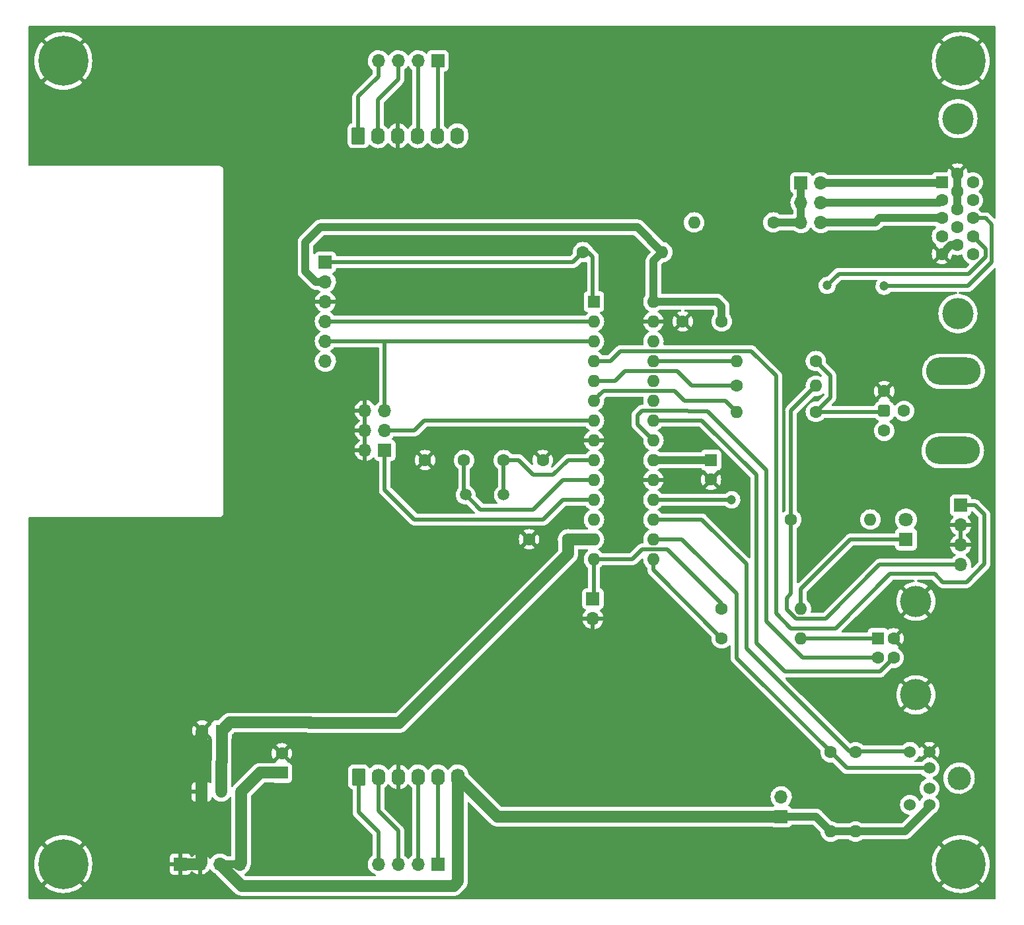
<source format=gbr>
%TF.GenerationSoftware,KiCad,Pcbnew,(6.0.4-0)*%
%TF.CreationDate,2024-05-14T17:36:31+10:00*%
%TF.ProjectId,Video terminal ,56696465-6f20-4746-9572-6d696e616c20,rev?*%
%TF.SameCoordinates,Original*%
%TF.FileFunction,Copper,L2,Bot*%
%TF.FilePolarity,Positive*%
%FSLAX46Y46*%
G04 Gerber Fmt 4.6, Leading zero omitted, Abs format (unit mm)*
G04 Created by KiCad (PCBNEW (6.0.4-0)) date 2024-05-14 17:36:31*
%MOMM*%
%LPD*%
G01*
G04 APERTURE LIST*
G04 Aperture macros list*
%AMRoundRect*
0 Rectangle with rounded corners*
0 $1 Rounding radius*
0 $2 $3 $4 $5 $6 $7 $8 $9 X,Y pos of 4 corners*
0 Add a 4 corners polygon primitive as box body*
4,1,4,$2,$3,$4,$5,$6,$7,$8,$9,$2,$3,0*
0 Add four circle primitives for the rounded corners*
1,1,$1+$1,$2,$3*
1,1,$1+$1,$4,$5*
1,1,$1+$1,$6,$7*
1,1,$1+$1,$8,$9*
0 Add four rect primitives between the rounded corners*
20,1,$1+$1,$2,$3,$4,$5,0*
20,1,$1+$1,$4,$5,$6,$7,0*
20,1,$1+$1,$6,$7,$8,$9,0*
20,1,$1+$1,$8,$9,$2,$3,0*%
G04 Aperture macros list end*
%TA.AperFunction,ComponentPad*%
%ADD10C,4.000000*%
%TD*%
%TA.AperFunction,ComponentPad*%
%ADD11R,1.600000X1.600000*%
%TD*%
%TA.AperFunction,ComponentPad*%
%ADD12C,1.600000*%
%TD*%
%TA.AperFunction,ComponentPad*%
%ADD13RoundRect,0.250000X-0.620000X-0.845000X0.620000X-0.845000X0.620000X0.845000X-0.620000X0.845000X0*%
%TD*%
%TA.AperFunction,ComponentPad*%
%ADD14O,1.740000X2.190000*%
%TD*%
%TA.AperFunction,ComponentPad*%
%ADD15C,3.000000*%
%TD*%
%TA.AperFunction,ComponentPad*%
%ADD16C,1.524000*%
%TD*%
%TA.AperFunction,ComponentPad*%
%ADD17O,7.000000X3.500000*%
%TD*%
%TA.AperFunction,ComponentPad*%
%ADD18RoundRect,0.400000X-0.400000X0.400000X-0.400000X-0.400000X0.400000X-0.400000X0.400000X0.400000X0*%
%TD*%
%TA.AperFunction,ComponentPad*%
%ADD19O,1.600000X1.600000*%
%TD*%
%TA.AperFunction,ComponentPad*%
%ADD20R,1.700000X1.700000*%
%TD*%
%TA.AperFunction,ComponentPad*%
%ADD21O,1.700000X1.700000*%
%TD*%
%TA.AperFunction,ComponentPad*%
%ADD22C,1.500000*%
%TD*%
%TA.AperFunction,ComponentPad*%
%ADD23C,0.800000*%
%TD*%
%TA.AperFunction,ComponentPad*%
%ADD24C,6.400000*%
%TD*%
%TA.AperFunction,ComponentPad*%
%ADD25R,1.800000X1.800000*%
%TD*%
%TA.AperFunction,ComponentPad*%
%ADD26C,1.800000*%
%TD*%
%TA.AperFunction,ComponentPad*%
%ADD27R,1.500000X1.500000*%
%TD*%
%TA.AperFunction,ViaPad*%
%ADD28C,1.200000*%
%TD*%
%TA.AperFunction,Conductor*%
%ADD29C,0.500000*%
%TD*%
%TA.AperFunction,Conductor*%
%ADD30C,1.500000*%
%TD*%
%TA.AperFunction,Conductor*%
%ADD31C,1.000000*%
%TD*%
G04 APERTURE END LIST*
D10*
%TO.P,J1,0*%
%TO.N,N/C*%
X149650000Y-32415000D03*
X149650000Y-57415000D03*
D11*
%TO.P,J1,1*%
%TO.N,/RED*%
X147600000Y-40600000D03*
D12*
%TO.P,J1,2*%
%TO.N,/GREEN*%
X147600000Y-42890000D03*
%TO.P,J1,3*%
%TO.N,/BLUE*%
X147600000Y-45180000D03*
%TO.P,J1,4*%
%TO.N,unconnected-(J1-Pad4)*%
X147600000Y-47470000D03*
%TO.P,J1,5*%
%TO.N,GND*%
X147600000Y-49760000D03*
%TO.P,J1,6*%
X149580000Y-39455000D03*
%TO.P,J1,7*%
X149580000Y-41745000D03*
%TO.P,J1,8*%
X149580000Y-44035000D03*
%TO.P,J1,9*%
%TO.N,unconnected-(J1-Pad9)*%
X149580000Y-46325000D03*
%TO.P,J1,10*%
%TO.N,GND*%
X149580000Y-48615000D03*
%TO.P,J1,11*%
%TO.N,unconnected-(J1-Pad11)*%
X151560000Y-40600000D03*
%TO.P,J1,12*%
%TO.N,unconnected-(J1-Pad12)*%
X151560000Y-42890000D03*
%TO.P,J1,13*%
%TO.N,H_SYNC*%
X151560000Y-45180000D03*
%TO.P,J1,14*%
%TO.N,V_SYNC*%
X151560000Y-47470000D03*
%TO.P,J1,15*%
%TO.N,unconnected-(J1-Pad15)*%
X151560000Y-49760000D03*
%TD*%
D11*
%TO.P,C9,1*%
%TO.N,+3V3*%
X55300000Y-110900000D03*
D12*
%TO.P,C9,2*%
%TO.N,GND*%
X52800000Y-110900000D03*
%TD*%
D11*
%TO.P,C8,1*%
%TO.N,+5V*%
X63000000Y-116300000D03*
D12*
%TO.P,C8,2*%
%TO.N,GND*%
X63000000Y-113800000D03*
%TD*%
D13*
%TO.P,J11,1,Pin_1*%
%TO.N,rst*%
X72800000Y-34600000D03*
D14*
%TO.P,J11,2,Pin_2*%
%TO.N,flag*%
X75340000Y-34600000D03*
%TO.P,J11,3,Pin_3*%
%TO.N,GND*%
X77880000Y-34600000D03*
%TO.P,J11,4,Pin_4*%
%TO.N,data*%
X80420000Y-34600000D03*
%TO.P,J11,5,Pin_5*%
%TO.N,clock*%
X82960000Y-34600000D03*
%TO.P,J11,6,Pin_6*%
%TO.N,+5V*%
X85500000Y-34600000D03*
%TD*%
D15*
%TO.P,J4,0*%
%TO.N,N/C*%
X149800000Y-117000000D03*
D16*
%TO.P,J4,1*%
%TO.N,DATA*%
X146000000Y-115700000D03*
%TO.P,J4,2*%
%TO.N,unconnected-(J4-Pad2)*%
X146000000Y-118300000D03*
%TO.P,J4,3*%
%TO.N,GND*%
X146000000Y-113600000D03*
%TO.P,J4,4*%
%TO.N,+5V*%
X146000000Y-120400000D03*
%TO.P,J4,5*%
%TO.N,CLOCK*%
X143500000Y-113600000D03*
%TO.P,J4,6*%
%TO.N,unconnected-(J4-Pad6)*%
X143500000Y-120400000D03*
%TD*%
D17*
%TO.P,J2,*%
%TO.N,*%
X148990000Y-74980000D03*
X149090000Y-64820000D03*
D18*
%TO.P,J2,1,In*%
%TO.N,Net-(J2-Pad1)*%
X140200000Y-69900000D03*
D12*
%TO.P,J2,2,Ext*%
%TO.N,GND*%
X140200000Y-67360000D03*
%TO.P,J2,3*%
%TO.N,N/C*%
X142740000Y-69900000D03*
%TO.P,J2,4*%
X140200000Y-72440000D03*
%TD*%
%TO.P,R1,1*%
%TO.N,CLOCK*%
X136525000Y-113665000D03*
D19*
%TO.P,R1,2*%
%TO.N,+5V*%
X136525000Y-123825000D03*
%TD*%
D12*
%TO.P,R3,1*%
%TO.N,Net-(J13-Pad1)*%
X126000000Y-45720000D03*
D19*
%TO.P,R3,2*%
%TO.N,VIDEO*%
X115840000Y-45720000D03*
%TD*%
D12*
%TO.P,R4,1*%
%TO.N,Net-(J2-Pad1)*%
X131445000Y-70000000D03*
D19*
%TO.P,R4,2*%
%TO.N,C_VIDEO*%
X121285000Y-70000000D03*
%TD*%
D12*
%TO.P,R5,1*%
%TO.N,Net-(J2-Pad1)*%
X131445000Y-63500000D03*
D19*
%TO.P,R5,2*%
%TO.N,H_SYNC*%
X121285000Y-63500000D03*
%TD*%
D11*
%TO.P,U1,1,~{MCLR}*%
%TO.N,~{MCLR}*%
X103000000Y-55880000D03*
D19*
%TO.P,U1,2,RA0/PGED3*%
%TO.N,PGD*%
X103000000Y-58420000D03*
%TO.P,U1,3,RA1/PGEC3*%
%TO.N,C*%
X103000000Y-60960000D03*
%TO.P,U1,4,RB0/PGED1*%
%TO.N,TX*%
X103000000Y-63500000D03*
%TO.P,U1,5,RB1/PGEC1*%
%TO.N,RX*%
X103000000Y-66040000D03*
%TO.P,U1,6,RB2*%
%TO.N,C_VIDEO*%
X103000000Y-68580000D03*
%TO.P,U1,7,RB3*%
%TO.N,B*%
X103000000Y-71120000D03*
%TO.P,U1,8,VSS*%
%TO.N,GND*%
X103000000Y-73660000D03*
%TO.P,U1,9,RA2/OSC1*%
%TO.N,Net-(C1-Pad1)*%
X103000000Y-76200000D03*
%TO.P,U1,10,RA3/OSC2*%
%TO.N,Net-(C2-Pad1)*%
X103000000Y-78740000D03*
%TO.P,U1,11,RB4*%
%TO.N,A*%
X103000000Y-81280000D03*
%TO.P,U1,12,RA4*%
%TO.N,VIDEO*%
X103000000Y-83820000D03*
%TO.P,U1,13,VDD*%
%TO.N,+3V3*%
X103000000Y-86360000D03*
%TO.P,U1,14,RB5*%
%TO.N,Net-(JP8-Pad1)*%
X103000000Y-88900000D03*
%TO.P,U1,15,VBUS*%
%TO.N,VBUS*%
X110620000Y-88900000D03*
%TO.P,U1,16,RB7*%
%TO.N,DATA*%
X110620000Y-86360000D03*
%TO.P,U1,17,RB8*%
%TO.N,CLOCK*%
X110620000Y-83820000D03*
%TO.P,U1,18,RB9*%
%TO.N,H_SYNC*%
X110620000Y-81280000D03*
%TO.P,U1,19,VSS*%
%TO.N,GND*%
X110620000Y-78740000D03*
%TO.P,U1,20,VCAP*%
%TO.N,Net-(C4-Pad1)*%
X110620000Y-76200000D03*
%TO.P,U1,21,RB10/PGED2*%
%TO.N,D-*%
X110620000Y-73660000D03*
%TO.P,U1,22,RB/PGEC2*%
%TO.N,D+*%
X110620000Y-71120000D03*
%TO.P,U1,23,VUSB(3V3)*%
%TO.N,+3V3*%
X110620000Y-68580000D03*
%TO.P,U1,24,RB13*%
%TO.N,V_SYNC*%
X110620000Y-66040000D03*
%TO.P,U1,25,RB14*%
%TO.N,H_SYNC*%
X110620000Y-63500000D03*
%TO.P,U1,26,RB15*%
%TO.N,unconnected-(U1-Pad26)*%
X110620000Y-60960000D03*
%TO.P,U1,27,AVSS*%
%TO.N,GND*%
X110620000Y-58420000D03*
%TO.P,U1,28,AVDD*%
%TO.N,+3V3*%
X110620000Y-55880000D03*
%TD*%
D20*
%TO.P,J3,1,Pin_1*%
%TO.N,~{MCLR}*%
X68580000Y-50800000D03*
D21*
%TO.P,J3,2,Pin_2*%
%TO.N,+3V3*%
X68580000Y-53340000D03*
%TO.P,J3,3,Pin_3*%
%TO.N,GND*%
X68580000Y-55880000D03*
%TO.P,J3,4,Pin_4*%
%TO.N,PGD*%
X68580000Y-58420000D03*
%TO.P,J3,5,Pin_5*%
%TO.N,C*%
X68580000Y-60960000D03*
%TO.P,J3,6,Pin_6*%
%TO.N,unconnected-(J3-Pad6)*%
X68580000Y-63500000D03*
%TD*%
D12*
%TO.P,R6,1*%
%TO.N,~{MCLR}*%
X101600000Y-49530000D03*
D19*
%TO.P,R6,2*%
%TO.N,+3V3*%
X111760000Y-49530000D03*
%TD*%
D12*
%TO.P,C1,1*%
%TO.N,Net-(C1-Pad1)*%
X91440000Y-76200000D03*
%TO.P,C1,2*%
%TO.N,GND*%
X96440000Y-76200000D03*
%TD*%
%TO.P,C2,1*%
%TO.N,Net-(C2-Pad1)*%
X86360000Y-76200000D03*
%TO.P,C2,2*%
%TO.N,GND*%
X81360000Y-76200000D03*
%TD*%
%TO.P,R2,1*%
%TO.N,DATA*%
X133350000Y-113665000D03*
D19*
%TO.P,R2,2*%
%TO.N,+5V*%
X133350000Y-123825000D03*
%TD*%
D12*
%TO.P,R7,1*%
%TO.N,Net-(J5-Pad4)*%
X128270000Y-83820000D03*
D19*
%TO.P,R7,2*%
%TO.N,+3V3*%
X138430000Y-83820000D03*
%TD*%
D12*
%TO.P,R8,1*%
%TO.N,RX*%
X121285000Y-66675000D03*
D19*
%TO.P,R8,2*%
%TO.N,Net-(J5-Pad4)*%
X131445000Y-66675000D03*
%TD*%
D22*
%TO.P,Y1,1,1*%
%TO.N,Net-(C1-Pad1)*%
X91440000Y-80645000D03*
%TO.P,Y1,2,2*%
%TO.N,Net-(C2-Pad1)*%
X86560000Y-80645000D03*
%TD*%
D23*
%TO.P,H1,1,1*%
%TO.N,GND*%
X147600000Y-128000000D03*
X150000000Y-130400000D03*
X150000000Y-125600000D03*
X152400000Y-128000000D03*
X148302944Y-129697056D03*
X151697056Y-126302944D03*
X148302944Y-126302944D03*
X151697056Y-129697056D03*
D24*
X150000000Y-128000000D03*
%TD*%
D23*
%TO.P,H2,1,1*%
%TO.N,GND*%
X37400000Y-25000000D03*
X36697056Y-26697056D03*
X36697056Y-23302944D03*
X32600000Y-25000000D03*
D24*
X35000000Y-25000000D03*
D23*
X33302944Y-26697056D03*
X35000000Y-27400000D03*
X33302944Y-23302944D03*
X35000000Y-22600000D03*
%TD*%
%TO.P,H4,1,1*%
%TO.N,GND*%
X150000000Y-22600000D03*
X148302944Y-23302944D03*
X152400000Y-25000000D03*
D24*
X150000000Y-25000000D03*
D23*
X150000000Y-27400000D03*
X151697056Y-26697056D03*
X151697056Y-23302944D03*
X148302944Y-26697056D03*
X147600000Y-25000000D03*
%TD*%
D12*
%TO.P,C3,1*%
%TO.N,+3V3*%
X99695000Y-86360000D03*
%TO.P,C3,2*%
%TO.N,GND*%
X94695000Y-86360000D03*
%TD*%
D11*
%TO.P,C4,1*%
%TO.N,Net-(C4-Pad1)*%
X118000000Y-76200000D03*
D12*
%TO.P,C4,2*%
%TO.N,GND*%
X118000000Y-78700000D03*
%TD*%
%TO.P,C5,1*%
%TO.N,+3V3*%
X119380000Y-58420000D03*
%TO.P,C5,2*%
%TO.N,GND*%
X114380000Y-58420000D03*
%TD*%
D25*
%TO.P,D1,1,K*%
%TO.N,Net-(D1-Pad1)*%
X143000000Y-86360000D03*
D26*
%TO.P,D1,2,A*%
%TO.N,+3V3*%
X143000000Y-83820000D03*
%TD*%
D11*
%TO.P,J8,1,VBUS*%
%TO.N,Net-(J8-Pad1)*%
X139400000Y-99060000D03*
D12*
%TO.P,J8,2,D-*%
%TO.N,D-*%
X139400000Y-101560000D03*
%TO.P,J8,3,D+*%
%TO.N,D+*%
X141400000Y-101560000D03*
%TO.P,J8,4,GND*%
%TO.N,GND*%
X141400000Y-99060000D03*
D10*
%TO.P,J8,5,Shield*%
X144260000Y-106310000D03*
X144260000Y-94310000D03*
%TD*%
D20*
%TO.P,JP7,1,1*%
%TO.N,+5V*%
X127000000Y-121920000D03*
D21*
%TO.P,JP7,2,2*%
%TO.N,Net-(J8-Pad1)*%
X127000000Y-119380000D03*
%TD*%
D20*
%TO.P,JP8,1,1*%
%TO.N,Net-(JP8-Pad1)*%
X102870000Y-93980000D03*
D21*
%TO.P,JP8,2,2*%
%TO.N,GND*%
X102870000Y-96520000D03*
%TD*%
D12*
%TO.P,R9,1*%
%TO.N,VBUS*%
X119380000Y-99060000D03*
D19*
%TO.P,R9,2*%
%TO.N,Net-(J8-Pad1)*%
X129540000Y-99060000D03*
%TD*%
D12*
%TO.P,R10,1*%
%TO.N,Net-(JP8-Pad1)*%
X119380000Y-95250000D03*
D19*
%TO.P,R10,2*%
%TO.N,Net-(D1-Pad1)*%
X129540000Y-95250000D03*
%TD*%
D27*
%TO.P,U2,1,GND*%
%TO.N,GND*%
X52705000Y-118745000D03*
D22*
%TO.P,U2,2,VI*%
%TO.N,+3V3*%
X55245000Y-118745000D03*
%TO.P,U2,3,VO*%
%TO.N,+5V*%
X57785000Y-118745000D03*
%TD*%
D14*
%TO.P,J10,6,Pin_6*%
%TO.N,+5V*%
X85550000Y-116820000D03*
%TO.P,J10,5,Pin_5*%
%TO.N,I_clock*%
X83010000Y-116820000D03*
%TO.P,J10,4,Pin_4*%
%TO.N,I_data*%
X80470000Y-116820000D03*
%TO.P,J10,3,Pin_3*%
%TO.N,GND*%
X77930000Y-116820000D03*
%TO.P,J10,2,Pin_2*%
%TO.N,I_flag*%
X75390000Y-116820000D03*
D13*
%TO.P,J10,1,Pin_1*%
%TO.N,I_rst*%
X72850000Y-116820000D03*
%TD*%
D23*
%TO.P,H3,1,1*%
%TO.N,GND*%
X37400000Y-128000000D03*
D24*
X35000000Y-128000000D03*
D23*
X36697056Y-126302944D03*
X36697056Y-129697056D03*
X35000000Y-125600000D03*
X32600000Y-128000000D03*
X33302944Y-129697056D03*
X35000000Y-130400000D03*
X33302944Y-126302944D03*
%TD*%
D20*
%TO.P,J12,1,Pin_1*%
%TO.N,A*%
X76200000Y-74930000D03*
D21*
%TO.P,J12,2,Pin_2*%
%TO.N,GND*%
X73660000Y-74930000D03*
%TO.P,J12,3,Pin_3*%
%TO.N,B*%
X76200000Y-72390000D03*
%TO.P,J12,4,Pin_4*%
%TO.N,GND*%
X73660000Y-72390000D03*
%TO.P,J12,5,Pin_5*%
%TO.N,C*%
X76200000Y-69850000D03*
%TO.P,J12,6,Pin_6*%
%TO.N,GND*%
X73660000Y-69850000D03*
%TD*%
D20*
%TO.P,J13,1,Pin_1*%
%TO.N,Net-(J13-Pad1)*%
X129540000Y-40640000D03*
D21*
%TO.P,J13,2,Pin_2*%
%TO.N,/RED*%
X132080000Y-40640000D03*
%TO.P,J13,3,Pin_3*%
%TO.N,Net-(J13-Pad1)*%
X129540000Y-43180000D03*
%TO.P,J13,4,Pin_4*%
%TO.N,/GREEN*%
X132080000Y-43180000D03*
%TO.P,J13,5,Pin_5*%
%TO.N,Net-(J13-Pad1)*%
X129540000Y-45720000D03*
%TO.P,J13,6,Pin_6*%
%TO.N,/BLUE*%
X132080000Y-45720000D03*
%TD*%
D20*
%TO.P,J5,1,Pin_1*%
%TO.N,TX*%
X150000000Y-82000000D03*
D21*
%TO.P,J5,2,Pin_2*%
%TO.N,GND*%
X150000000Y-84540000D03*
%TO.P,J5,3,Pin_3*%
X150000000Y-87080000D03*
%TO.P,J5,4,Pin_4*%
%TO.N,Net-(J5-Pad4)*%
X150000000Y-89620000D03*
%TD*%
D20*
%TO.P,J6,1,Pin_1*%
%TO.N,GND*%
X50000000Y-128000000D03*
D21*
%TO.P,J6,2,Pin_2*%
X52540000Y-128000000D03*
%TO.P,J6,3,Pin_3*%
%TO.N,+5V*%
X55080000Y-128000000D03*
%TO.P,J6,4,Pin_4*%
X57620000Y-128000000D03*
%TD*%
D20*
%TO.P,J7,1,Pin_1*%
%TO.N,I_clock*%
X83000000Y-128000000D03*
D21*
%TO.P,J7,2,Pin_2*%
%TO.N,I_data*%
X80460000Y-128000000D03*
%TO.P,J7,3,Pin_3*%
%TO.N,I_flag*%
X77920000Y-128000000D03*
%TO.P,J7,4,Pin_4*%
%TO.N,I_rst*%
X75380000Y-128000000D03*
%TD*%
D20*
%TO.P,J9,1,Pin_1*%
%TO.N,clock*%
X83000000Y-25000000D03*
D21*
%TO.P,J9,2,Pin_2*%
%TO.N,data*%
X80460000Y-25000000D03*
%TO.P,J9,3,Pin_3*%
%TO.N,flag*%
X77920000Y-25000000D03*
%TO.P,J9,4,Pin_4*%
%TO.N,rst*%
X75380000Y-25000000D03*
%TD*%
D28*
%TO.N,V_SYNC*%
X132900000Y-53800000D03*
%TO.N,H_SYNC*%
X120650000Y-81280000D03*
X140200000Y-53900000D03*
%TD*%
D29*
%TO.N,D-*%
X125095000Y-96874964D02*
X125095000Y-77470000D01*
X125095000Y-77470000D02*
X117540011Y-69915011D01*
X115037553Y-69850000D02*
X109220000Y-69850000D01*
%TO.N,D+*%
X116840000Y-71120000D02*
X110620000Y-71120000D01*
%TO.N,Net-(J8-Pad1)*%
X139400000Y-99060000D02*
X129540000Y-99060000D01*
%TO.N,D-*%
X139400000Y-101560000D02*
X129780036Y-101560000D01*
X117540011Y-69915011D02*
X115102564Y-69915011D01*
X108585000Y-71625000D02*
X110620000Y-73660000D01*
X129780036Y-101560000D02*
X125095000Y-96874964D01*
%TO.N,D+*%
X123825000Y-99695000D02*
X123825000Y-78105000D01*
%TO.N,D-*%
X115102564Y-69915011D02*
X115037553Y-69850000D01*
X109220000Y-69850000D02*
X108585000Y-70485000D01*
X108585000Y-70485000D02*
X108585000Y-71625000D01*
%TO.N,D+*%
X141400000Y-101560000D02*
X139660000Y-103300000D01*
X139660000Y-103300000D02*
X127430000Y-103300000D01*
X127430000Y-103300000D02*
X123825000Y-99695000D01*
X123825000Y-78105000D02*
X116840000Y-71120000D01*
%TO.N,V_SYNC*%
X151000000Y-52300000D02*
X134400000Y-52300000D01*
X151560000Y-47470000D02*
X153200000Y-49110000D01*
X153200000Y-50100000D02*
X151000000Y-52300000D01*
X153200000Y-49110000D02*
X153200000Y-50100000D01*
X134400000Y-52300000D02*
X132900000Y-53800000D01*
%TO.N,H_SYNC*%
X151560000Y-45180000D02*
X153180000Y-45180000D01*
X153180000Y-45180000D02*
X154000000Y-46000000D01*
X154000000Y-46000000D02*
X154000000Y-50789270D01*
X154000000Y-50789270D02*
X150889270Y-53900000D01*
X150889270Y-53900000D02*
X140200000Y-53900000D01*
%TO.N,Net-(J2-Pad1)*%
X131445000Y-70000000D02*
X140100000Y-70000000D01*
X140100000Y-70000000D02*
X140200000Y-69900000D01*
D30*
%TO.N,+5V*%
X85550000Y-116820000D02*
X90650000Y-121920000D01*
X90650000Y-121920000D02*
X127000000Y-121920000D01*
X57890000Y-130810000D02*
X85010000Y-130810000D01*
X85550000Y-116820000D02*
X85550000Y-130270000D01*
X85550000Y-130270000D02*
X85010000Y-130810000D01*
X57699511Y-127920489D02*
X57785000Y-127835000D01*
X57785000Y-127835000D02*
X57785000Y-118745000D01*
X63000000Y-116300000D02*
X60230000Y-116300000D01*
X60230000Y-116300000D02*
X57785000Y-118745000D01*
%TO.N,GND*%
X52705000Y-118745000D02*
X52705000Y-110995000D01*
X52705000Y-110995000D02*
X52800000Y-110900000D01*
%TO.N,+5V*%
X55080000Y-128000000D02*
X57890000Y-130810000D01*
%TO.N,+3V3*%
X66555000Y-109855000D02*
X66600000Y-109900000D01*
X55300000Y-114880000D02*
X55300000Y-110900000D01*
X55300000Y-110900000D02*
X56345000Y-109855000D01*
X55245000Y-118745000D02*
X55245000Y-114935000D01*
X55245000Y-114935000D02*
X55300000Y-114880000D01*
X56345000Y-109855000D02*
X66555000Y-109855000D01*
X66600000Y-109900000D02*
X78060000Y-109900000D01*
X78060000Y-109900000D02*
X99695000Y-88265000D01*
X99695000Y-88265000D02*
X99695000Y-86360000D01*
D29*
%TO.N,rst*%
X75380000Y-25000000D02*
X75380000Y-27020000D01*
X75380000Y-27020000D02*
X72800000Y-29600000D01*
X72800000Y-29600000D02*
X72800000Y-34600000D01*
%TO.N,flag*%
X77920000Y-25000000D02*
X77920000Y-27380000D01*
X77920000Y-27380000D02*
X75340000Y-29960000D01*
X75340000Y-29960000D02*
X75340000Y-34600000D01*
%TO.N,data*%
X80460000Y-25000000D02*
X80460000Y-34560000D01*
X80460000Y-34560000D02*
X80420000Y-34600000D01*
%TO.N,clock*%
X83000000Y-25000000D02*
X83000000Y-34560000D01*
X83000000Y-34560000D02*
X82960000Y-34600000D01*
%TO.N,I_rst*%
X72850000Y-116820000D02*
X72850000Y-121350000D01*
X72850000Y-121350000D02*
X75380000Y-123880000D01*
X75380000Y-123880000D02*
X75380000Y-128000000D01*
%TO.N,I_flag*%
X75390000Y-116820000D02*
X75390000Y-121190000D01*
X75390000Y-121190000D02*
X77920000Y-123720000D01*
X77920000Y-123720000D02*
X77920000Y-128000000D01*
%TO.N,I_data*%
X80470000Y-116820000D02*
X80470000Y-127990000D01*
%TO.N,I_clock*%
X83010000Y-116820000D02*
X83010000Y-127990000D01*
X83010000Y-127990000D02*
X83000000Y-128000000D01*
D31*
%TO.N,/BLUE*%
X139065000Y-45720000D02*
X139605000Y-45180000D01*
%TO.N,GND*%
X149580000Y-39455000D02*
X149580000Y-44035000D01*
X149580000Y-48615000D02*
X148745000Y-48615000D01*
X148745000Y-48615000D02*
X147600000Y-49760000D01*
%TO.N,/RED*%
X132080000Y-40640000D02*
X147560000Y-40640000D01*
X147560000Y-40640000D02*
X147600000Y-40600000D01*
%TO.N,/GREEN*%
X132080000Y-43180000D02*
X147310000Y-43180000D01*
X147310000Y-43180000D02*
X147600000Y-42890000D01*
%TO.N,/BLUE*%
X132080000Y-45720000D02*
X139065000Y-45720000D01*
X139605000Y-45180000D02*
X147600000Y-45180000D01*
D29*
%TO.N,H_SYNC*%
X110620000Y-63500000D02*
X121285000Y-63500000D01*
X120650000Y-81280000D02*
X110620000Y-81280000D01*
%TO.N,B*%
X80010000Y-72390000D02*
X76835000Y-72390000D01*
X76835000Y-72390000D02*
X76200000Y-73025000D01*
X103000000Y-71120000D02*
X81280000Y-71120000D01*
X81280000Y-71120000D02*
X80010000Y-72390000D01*
%TO.N,Net-(D1-Pad1)*%
X129540000Y-92710000D02*
X129540000Y-95250000D01*
X143000000Y-86360000D02*
X135890000Y-86360000D01*
X135890000Y-86360000D02*
X129540000Y-92710000D01*
D31*
%TO.N,+5V*%
X146000000Y-120700000D02*
X146000000Y-120450000D01*
X127000000Y-121920000D02*
X131445000Y-121920000D01*
X55080000Y-128000000D02*
X57620000Y-128000000D01*
X142875000Y-123825000D02*
X146000000Y-120700000D01*
X136525000Y-123825000D02*
X142875000Y-123825000D01*
X133350000Y-123825000D02*
X136525000Y-123825000D01*
X131445000Y-121920000D02*
X133350000Y-123825000D01*
D30*
%TO.N,GND*%
X52540000Y-128000000D02*
X50000000Y-128000000D01*
X52705000Y-127835000D02*
X52540000Y-128000000D01*
X52705000Y-118745000D02*
X52705000Y-127835000D01*
D31*
X117960000Y-78740000D02*
X118000000Y-78700000D01*
X52540000Y-123355000D02*
X52540000Y-128000000D01*
D29*
%TO.N,Net-(J2-Pad1)*%
X131445000Y-70000000D02*
X133284989Y-68160011D01*
X133284989Y-68160011D02*
X133284989Y-65339989D01*
X133284989Y-65339989D02*
X131445000Y-63500000D01*
%TO.N,C_VIDEO*%
X121285000Y-70000000D02*
X119865000Y-68580000D01*
X114580036Y-68580000D02*
X113310036Y-67310000D01*
X119865000Y-68580000D02*
X114580036Y-68580000D01*
X113310036Y-67310000D02*
X104270000Y-67310000D01*
X103799999Y-67780001D02*
X103000000Y-68580000D01*
X104270000Y-67310000D02*
X103799999Y-67780001D01*
%TO.N,C*%
X76200000Y-69850000D02*
X76200000Y-60960000D01*
X76200000Y-60960000D02*
X103000000Y-60960000D01*
X68580000Y-60960000D02*
X76200000Y-60960000D01*
%TO.N,PGD*%
X68580000Y-58420000D02*
X103000000Y-58420000D01*
D31*
%TO.N,+3V3*%
X110620000Y-55880000D02*
X110620000Y-50670000D01*
X67945000Y-46355000D02*
X66040000Y-48260000D01*
X110620000Y-55880000D02*
X118745000Y-55880000D01*
X67377919Y-53340000D02*
X68580000Y-53340000D01*
X108585000Y-46355000D02*
X67945000Y-46355000D01*
X119380000Y-56515000D02*
X119380000Y-58420000D01*
X66040000Y-52002081D02*
X67377919Y-53340000D01*
X66040000Y-48260000D02*
X66040000Y-52002081D01*
D30*
X99695000Y-86360000D02*
X103000000Y-86360000D01*
D31*
X110620000Y-50670000D02*
X111760000Y-49530000D01*
X118745000Y-55880000D02*
X119380000Y-56515000D01*
X111760000Y-49530000D02*
X108585000Y-46355000D01*
D29*
%TO.N,~{MCLR}*%
X100330000Y-50800000D02*
X101600000Y-49530000D01*
X102235000Y-49530000D02*
X102870000Y-50165000D01*
X102870000Y-55750000D02*
X103000000Y-55880000D01*
X101600000Y-49530000D02*
X102235000Y-49530000D01*
X68580000Y-50800000D02*
X100330000Y-50800000D01*
X102870000Y-50165000D02*
X102870000Y-55750000D01*
%TO.N,A*%
X99060000Y-81280000D02*
X103000000Y-81280000D01*
X76200000Y-74930000D02*
X76200000Y-80010000D01*
X96520000Y-83820000D02*
X99060000Y-81280000D01*
X80010000Y-83820000D02*
X96520000Y-83820000D01*
X76200000Y-80010000D02*
X80010000Y-83820000D01*
%TO.N,Net-(C1-Pad1)*%
X99695000Y-76200000D02*
X97790000Y-78105000D01*
X103000000Y-76200000D02*
X99695000Y-76200000D01*
X97790000Y-78105000D02*
X95250000Y-78105000D01*
X93345000Y-76200000D02*
X91440000Y-76200000D01*
X95250000Y-78105000D02*
X93345000Y-76200000D01*
X91440000Y-76200000D02*
X91440000Y-80645000D01*
%TO.N,Net-(C2-Pad1)*%
X99060000Y-78740000D02*
X95250000Y-82550000D01*
X95250000Y-82550000D02*
X88465000Y-82550000D01*
X103000000Y-78740000D02*
X99060000Y-78740000D01*
X86360000Y-80445000D02*
X86560000Y-80645000D01*
X88465000Y-82550000D02*
X86560000Y-80645000D01*
X86360000Y-76200000D02*
X86360000Y-80445000D01*
%TO.N,Net-(J5-Pad4)*%
X128270000Y-93345000D02*
X128270000Y-83820000D01*
X139615000Y-89620000D02*
X132715000Y-96520000D01*
X128270000Y-69850000D02*
X128270000Y-83820000D01*
X150000000Y-89620000D02*
X139615000Y-89620000D01*
X128905000Y-96520000D02*
X127700011Y-95315011D01*
X131445000Y-66675000D02*
X128270000Y-69850000D01*
X127700011Y-93914989D02*
X128270000Y-93345000D01*
X127700011Y-95315011D02*
X127700011Y-93914989D01*
X132715000Y-96520000D02*
X128905000Y-96520000D01*
%TO.N,RX*%
X106977501Y-64789999D02*
X113684999Y-64789999D01*
X105727500Y-66040000D02*
X106977501Y-64789999D01*
X115570000Y-66675000D02*
X121285000Y-66675000D01*
X113684999Y-64789999D02*
X115570000Y-66675000D01*
X103000000Y-66040000D02*
X105727500Y-66040000D01*
%TO.N,TX*%
X126365000Y-95885000D02*
X126365000Y-65405000D01*
X150710001Y-91859999D02*
X147739999Y-91859999D01*
X146685000Y-90805000D02*
X140970000Y-90805000D01*
X140970000Y-90805000D02*
X133985000Y-97790000D01*
X123170001Y-62210001D02*
X106419963Y-62210001D01*
X150000000Y-82000000D02*
X151850000Y-82000000D01*
X106419963Y-62210001D02*
X105129964Y-63500000D01*
X153035000Y-89535000D02*
X150710001Y-91859999D01*
X105129964Y-63500000D02*
X103000000Y-63500000D01*
X147739999Y-91859999D02*
X146685000Y-90805000D01*
X133985000Y-97790000D02*
X128270000Y-97790000D01*
X128270000Y-97790000D02*
X126365000Y-95885000D01*
X153035000Y-83185000D02*
X153035000Y-89535000D01*
X151850000Y-82000000D02*
X153035000Y-83185000D01*
X126365000Y-65405000D02*
X123170001Y-62210001D01*
D31*
%TO.N,Net-(C4-Pad1)*%
X110620000Y-76200000D02*
X118000000Y-76200000D01*
D29*
%TO.N,CLOCK*%
X122555000Y-100330000D02*
X122555000Y-89535000D01*
X110620000Y-83820000D02*
X116840000Y-83820000D01*
X122555000Y-89535000D02*
X116840000Y-83820000D01*
X135775000Y-113550000D02*
X122555000Y-100330000D01*
X143500000Y-113550000D02*
X135775000Y-113550000D01*
%TO.N,DATA*%
X121285000Y-93345000D02*
X114300000Y-86360000D01*
X146000000Y-115700000D02*
X135385000Y-115700000D01*
X114300000Y-86360000D02*
X110620000Y-86360000D01*
X121285000Y-101600000D02*
X121285000Y-93345000D01*
X135385000Y-115700000D02*
X121285000Y-101600000D01*
%TO.N,Net-(JP8-Pad1)*%
X109200001Y-87649999D02*
X112414999Y-87649999D01*
X103000000Y-88900000D02*
X107950000Y-88900000D01*
X112414999Y-87649999D02*
X119380000Y-94615000D01*
X103000000Y-88900000D02*
X103000000Y-93850000D01*
X107950000Y-88900000D02*
X109200001Y-87649999D01*
X119380000Y-94615000D02*
X119380000Y-95250000D01*
X103000000Y-93850000D02*
X102870000Y-93980000D01*
%TO.N,VBUS*%
X110620000Y-88900000D02*
X110620000Y-90300000D01*
X110620000Y-90300000D02*
X119380000Y-99060000D01*
D31*
%TO.N,Net-(J13-Pad1)*%
X129540000Y-45720000D02*
X126000000Y-45720000D01*
X129540000Y-40640000D02*
X129540000Y-45720000D01*
%TD*%
%TA.AperFunction,Conductor*%
%TO.N,GND*%
G36*
X154433621Y-20528502D02*
G01*
X154480114Y-20582158D01*
X154491500Y-20634500D01*
X154491500Y-45114629D01*
X154471498Y-45182750D01*
X154417842Y-45229243D01*
X154347568Y-45239347D01*
X154282988Y-45209853D01*
X154276405Y-45203724D01*
X153763770Y-44691089D01*
X153751384Y-44676677D01*
X153742851Y-44665082D01*
X153742846Y-44665077D01*
X153738508Y-44659182D01*
X153732930Y-44654443D01*
X153732927Y-44654440D01*
X153698232Y-44624965D01*
X153690716Y-44618035D01*
X153685021Y-44612340D01*
X153678880Y-44607482D01*
X153662749Y-44594719D01*
X153659345Y-44591928D01*
X153609297Y-44549409D01*
X153609295Y-44549408D01*
X153603715Y-44544667D01*
X153597199Y-44541339D01*
X153592150Y-44537972D01*
X153587021Y-44534805D01*
X153581284Y-44530266D01*
X153515125Y-44499345D01*
X153511225Y-44497439D01*
X153508912Y-44496258D01*
X153446192Y-44464231D01*
X153439084Y-44462492D01*
X153433441Y-44460393D01*
X153427678Y-44458476D01*
X153421050Y-44455378D01*
X153349583Y-44440513D01*
X153345299Y-44439543D01*
X153321028Y-44433604D01*
X153274390Y-44422192D01*
X153268788Y-44421844D01*
X153268785Y-44421844D01*
X153263236Y-44421500D01*
X153263238Y-44421464D01*
X153259245Y-44421225D01*
X153255053Y-44420851D01*
X153247885Y-44419360D01*
X153181675Y-44421151D01*
X153170479Y-44421454D01*
X153167072Y-44421500D01*
X152691867Y-44421500D01*
X152623746Y-44401498D01*
X152588655Y-44367772D01*
X152566198Y-44335700D01*
X152404300Y-44173802D01*
X152399792Y-44170645D01*
X152399789Y-44170643D01*
X152353474Y-44138213D01*
X152309146Y-44082756D01*
X152301837Y-44012136D01*
X152333868Y-43948776D01*
X152353474Y-43931787D01*
X152399789Y-43899357D01*
X152399792Y-43899355D01*
X152404300Y-43896198D01*
X152566198Y-43734300D01*
X152697523Y-43546749D01*
X152699846Y-43541767D01*
X152699849Y-43541762D01*
X152791961Y-43344225D01*
X152791961Y-43344224D01*
X152794284Y-43339243D01*
X152845878Y-43146695D01*
X152852119Y-43123402D01*
X152852119Y-43123400D01*
X152853543Y-43118087D01*
X152873498Y-42890000D01*
X152853543Y-42661913D01*
X152818945Y-42532792D01*
X152795707Y-42446067D01*
X152795706Y-42446065D01*
X152794284Y-42440757D01*
X152749376Y-42344450D01*
X152699849Y-42238238D01*
X152699846Y-42238233D01*
X152697523Y-42233251D01*
X152576918Y-42061009D01*
X152569357Y-42050211D01*
X152569355Y-42050208D01*
X152566198Y-42045700D01*
X152404300Y-41883802D01*
X152399792Y-41880645D01*
X152399789Y-41880643D01*
X152353474Y-41848213D01*
X152309146Y-41792756D01*
X152301837Y-41722136D01*
X152333868Y-41658776D01*
X152353474Y-41641787D01*
X152399789Y-41609357D01*
X152399792Y-41609355D01*
X152404300Y-41606198D01*
X152566198Y-41444300D01*
X152697523Y-41256749D01*
X152699846Y-41251767D01*
X152699849Y-41251762D01*
X152791961Y-41054225D01*
X152791961Y-41054224D01*
X152794284Y-41049243D01*
X152853543Y-40828087D01*
X152873498Y-40600000D01*
X152853543Y-40371913D01*
X152794284Y-40150757D01*
X152705880Y-39961172D01*
X152699849Y-39948238D01*
X152699846Y-39948233D01*
X152697523Y-39943251D01*
X152566198Y-39755700D01*
X152404300Y-39593802D01*
X152399792Y-39590645D01*
X152399789Y-39590643D01*
X152276904Y-39504598D01*
X152216749Y-39462477D01*
X152211767Y-39460154D01*
X152211762Y-39460151D01*
X152014225Y-39368039D01*
X152014224Y-39368039D01*
X152009243Y-39365716D01*
X152003935Y-39364294D01*
X152003933Y-39364293D01*
X151793402Y-39307881D01*
X151793400Y-39307881D01*
X151788087Y-39306457D01*
X151560000Y-39286502D01*
X151331913Y-39306457D01*
X151326600Y-39307881D01*
X151326598Y-39307881D01*
X151116067Y-39364293D01*
X151116065Y-39364294D01*
X151110757Y-39365716D01*
X151105776Y-39368039D01*
X151105775Y-39368039D01*
X151057114Y-39390730D01*
X150986922Y-39401391D01*
X150922109Y-39372411D01*
X150883253Y-39312991D01*
X150878343Y-39287516D01*
X150873528Y-39232480D01*
X150871625Y-39221688D01*
X150815236Y-39011239D01*
X150811490Y-39000947D01*
X150719414Y-38803489D01*
X150713931Y-38793994D01*
X150677491Y-38741952D01*
X150667012Y-38733576D01*
X150653566Y-38740644D01*
X149669095Y-39725115D01*
X149606783Y-39759141D01*
X149535968Y-39754076D01*
X149490905Y-39725115D01*
X148505713Y-38739923D01*
X148493938Y-38733493D01*
X148481923Y-38742789D01*
X148446069Y-38793994D01*
X148440586Y-38803489D01*
X148348510Y-39000947D01*
X148344764Y-39011239D01*
X148294692Y-39198111D01*
X148257740Y-39258734D01*
X148193880Y-39289755D01*
X148172985Y-39291500D01*
X146751866Y-39291500D01*
X146689684Y-39298255D01*
X146553295Y-39349385D01*
X146436739Y-39436739D01*
X146431358Y-39443919D01*
X146356880Y-39543295D01*
X146349385Y-39553295D01*
X146346234Y-39561700D01*
X146343875Y-39566009D01*
X146293616Y-39616155D01*
X146233355Y-39631500D01*
X133038799Y-39631500D01*
X132970678Y-39611498D01*
X132960707Y-39604382D01*
X132838414Y-39507800D01*
X132838410Y-39507798D01*
X132834359Y-39504598D01*
X132638789Y-39396638D01*
X132633920Y-39394914D01*
X132633916Y-39394912D01*
X132433087Y-39323795D01*
X132433083Y-39323794D01*
X132428212Y-39322069D01*
X132423119Y-39321162D01*
X132423116Y-39321161D01*
X132213373Y-39283800D01*
X132213367Y-39283799D01*
X132208284Y-39282894D01*
X132134452Y-39281992D01*
X131990081Y-39280228D01*
X131990079Y-39280228D01*
X131984911Y-39280165D01*
X131764091Y-39313955D01*
X131551756Y-39383357D01*
X131521443Y-39399137D01*
X131393704Y-39465634D01*
X131353607Y-39486507D01*
X131349474Y-39489610D01*
X131349471Y-39489612D01*
X131179100Y-39617530D01*
X131174965Y-39620635D01*
X131118537Y-39679684D01*
X131094283Y-39705064D01*
X131032759Y-39740494D01*
X130961846Y-39737037D01*
X130904060Y-39695791D01*
X130885207Y-39662243D01*
X130843767Y-39551703D01*
X130840615Y-39543295D01*
X130753261Y-39426739D01*
X130636705Y-39339385D01*
X130500316Y-39288255D01*
X130438134Y-39281500D01*
X128641866Y-39281500D01*
X128579684Y-39288255D01*
X128443295Y-39339385D01*
X128326739Y-39426739D01*
X128239385Y-39543295D01*
X128188255Y-39679684D01*
X128181500Y-39741866D01*
X128181500Y-41538134D01*
X128188255Y-41600316D01*
X128239385Y-41736705D01*
X128326739Y-41853261D01*
X128443295Y-41940615D01*
X128451704Y-41943767D01*
X128459575Y-41948077D01*
X128458664Y-41949741D01*
X128506490Y-41985663D01*
X128531193Y-42052224D01*
X128531500Y-42061009D01*
X128531500Y-42218381D01*
X128511498Y-42286502D01*
X128496594Y-42305432D01*
X128480629Y-42322138D01*
X128354743Y-42506680D01*
X128307716Y-42607992D01*
X128282687Y-42661913D01*
X128260688Y-42709305D01*
X128200989Y-42924570D01*
X128177251Y-43146695D01*
X128190110Y-43369715D01*
X128191247Y-43374761D01*
X128191248Y-43374767D01*
X128215304Y-43481508D01*
X128239222Y-43587639D01*
X128323266Y-43794616D01*
X128374942Y-43878944D01*
X128437291Y-43980688D01*
X128439987Y-43985088D01*
X128483223Y-44035000D01*
X128500737Y-44055219D01*
X128530220Y-44119804D01*
X128531500Y-44137717D01*
X128531500Y-44585500D01*
X128511498Y-44653621D01*
X128457842Y-44700114D01*
X128405500Y-44711500D01*
X126880740Y-44711500D01*
X126808469Y-44688713D01*
X126788308Y-44674596D01*
X126656749Y-44582477D01*
X126651767Y-44580154D01*
X126651762Y-44580151D01*
X126454225Y-44488039D01*
X126454224Y-44488039D01*
X126449243Y-44485716D01*
X126443935Y-44484294D01*
X126443933Y-44484293D01*
X126233402Y-44427881D01*
X126233400Y-44427881D01*
X126228087Y-44426457D01*
X126000000Y-44406502D01*
X125771913Y-44426457D01*
X125766600Y-44427881D01*
X125766598Y-44427881D01*
X125556067Y-44484293D01*
X125556065Y-44484294D01*
X125550757Y-44485716D01*
X125545776Y-44488039D01*
X125545775Y-44488039D01*
X125348238Y-44580151D01*
X125348233Y-44580154D01*
X125343251Y-44582477D01*
X125296895Y-44614936D01*
X125160211Y-44710643D01*
X125160208Y-44710645D01*
X125155700Y-44713802D01*
X124993802Y-44875700D01*
X124990645Y-44880208D01*
X124990643Y-44880211D01*
X124940437Y-44951913D01*
X124862477Y-45063251D01*
X124860154Y-45068233D01*
X124860151Y-45068238D01*
X124768039Y-45265775D01*
X124765716Y-45270757D01*
X124764294Y-45276065D01*
X124764293Y-45276067D01*
X124712590Y-45469023D01*
X124706457Y-45491913D01*
X124686502Y-45720000D01*
X124706457Y-45948087D01*
X124707881Y-45953400D01*
X124707881Y-45953402D01*
X124727923Y-46028197D01*
X124765716Y-46169243D01*
X124768039Y-46174224D01*
X124768039Y-46174225D01*
X124860151Y-46371762D01*
X124860154Y-46371767D01*
X124862477Y-46376749D01*
X124930056Y-46473262D01*
X124969078Y-46528990D01*
X124993802Y-46564300D01*
X125155700Y-46726198D01*
X125160208Y-46729355D01*
X125160211Y-46729357D01*
X125238389Y-46784098D01*
X125343251Y-46857523D01*
X125348233Y-46859846D01*
X125348238Y-46859849D01*
X125545775Y-46951961D01*
X125550757Y-46954284D01*
X125556065Y-46955706D01*
X125556067Y-46955707D01*
X125766598Y-47012119D01*
X125766600Y-47012119D01*
X125771913Y-47013543D01*
X126000000Y-47033498D01*
X126228087Y-47013543D01*
X126233400Y-47012119D01*
X126233402Y-47012119D01*
X126443933Y-46955707D01*
X126443935Y-46955706D01*
X126449243Y-46954284D01*
X126454225Y-46951961D01*
X126651762Y-46859849D01*
X126651767Y-46859846D01*
X126656749Y-46857523D01*
X126808469Y-46751287D01*
X126880740Y-46728500D01*
X128582393Y-46728500D01*
X128650514Y-46748502D01*
X128662877Y-46757555D01*
X128758126Y-46836632D01*
X128951000Y-46949338D01*
X128955825Y-46951180D01*
X128955826Y-46951181D01*
X129028612Y-46978975D01*
X129159692Y-47029030D01*
X129164760Y-47030061D01*
X129164763Y-47030062D01*
X129272017Y-47051883D01*
X129378597Y-47073567D01*
X129383772Y-47073757D01*
X129383774Y-47073757D01*
X129596673Y-47081564D01*
X129596677Y-47081564D01*
X129601837Y-47081753D01*
X129606957Y-47081097D01*
X129606959Y-47081097D01*
X129818288Y-47054025D01*
X129818289Y-47054025D01*
X129823416Y-47053368D01*
X129889646Y-47033498D01*
X130032429Y-46990661D01*
X130032434Y-46990659D01*
X130037384Y-46989174D01*
X130237994Y-46890896D01*
X130419860Y-46761173D01*
X130432576Y-46748502D01*
X130574435Y-46607137D01*
X130578096Y-46603489D01*
X130602160Y-46570001D01*
X130708453Y-46422077D01*
X130709776Y-46423028D01*
X130756645Y-46379857D01*
X130826580Y-46367625D01*
X130892026Y-46395144D01*
X130919875Y-46426994D01*
X130979987Y-46525088D01*
X131126250Y-46693938D01*
X131298126Y-46836632D01*
X131491000Y-46949338D01*
X131495825Y-46951180D01*
X131495826Y-46951181D01*
X131568612Y-46978975D01*
X131699692Y-47029030D01*
X131704760Y-47030061D01*
X131704763Y-47030062D01*
X131812017Y-47051883D01*
X131918597Y-47073567D01*
X131923772Y-47073757D01*
X131923774Y-47073757D01*
X132136673Y-47081564D01*
X132136677Y-47081564D01*
X132141837Y-47081753D01*
X132146957Y-47081097D01*
X132146959Y-47081097D01*
X132358288Y-47054025D01*
X132358289Y-47054025D01*
X132363416Y-47053368D01*
X132429646Y-47033498D01*
X132572429Y-46990661D01*
X132572434Y-46990659D01*
X132577384Y-46989174D01*
X132777994Y-46890896D01*
X132959860Y-46761173D01*
X132962886Y-46758157D01*
X133027588Y-46729570D01*
X133043976Y-46728500D01*
X139003157Y-46728500D01*
X139016764Y-46729237D01*
X139048262Y-46732659D01*
X139048267Y-46732659D01*
X139054388Y-46733324D01*
X139080638Y-46731027D01*
X139104388Y-46728950D01*
X139109214Y-46728621D01*
X139111686Y-46728500D01*
X139114769Y-46728500D01*
X139126738Y-46727326D01*
X139157506Y-46724310D01*
X139158819Y-46724188D01*
X139203084Y-46720315D01*
X139251413Y-46716087D01*
X139256532Y-46714600D01*
X139261833Y-46714080D01*
X139350834Y-46687209D01*
X139351967Y-46686874D01*
X139435414Y-46662630D01*
X139435418Y-46662628D01*
X139441336Y-46660909D01*
X139446068Y-46658456D01*
X139451169Y-46656916D01*
X139456612Y-46654022D01*
X139533260Y-46613269D01*
X139534426Y-46612657D01*
X139611453Y-46572729D01*
X139616926Y-46569892D01*
X139621089Y-46566569D01*
X139625796Y-46564066D01*
X139697918Y-46505245D01*
X139698774Y-46504554D01*
X139737973Y-46473262D01*
X139740477Y-46470758D01*
X139741195Y-46470116D01*
X139745528Y-46466415D01*
X139779062Y-46439065D01*
X139808283Y-46403742D01*
X139816274Y-46394960D01*
X139985831Y-46225404D01*
X140048143Y-46191379D01*
X140074926Y-46188500D01*
X146719260Y-46188500D01*
X146791532Y-46211288D01*
X146806527Y-46221788D01*
X146850855Y-46277246D01*
X146858163Y-46347866D01*
X146826131Y-46411225D01*
X146806526Y-46428213D01*
X146760211Y-46460643D01*
X146760208Y-46460645D01*
X146755700Y-46463802D01*
X146593802Y-46625700D01*
X146590645Y-46630208D01*
X146590643Y-46630211D01*
X146548757Y-46690031D01*
X146462477Y-46813251D01*
X146460154Y-46818233D01*
X146460151Y-46818238D01*
X146368039Y-47015775D01*
X146365716Y-47020757D01*
X146364294Y-47026065D01*
X146364293Y-47026067D01*
X146349548Y-47081097D01*
X146306457Y-47241913D01*
X146286502Y-47470000D01*
X146306457Y-47698087D01*
X146307881Y-47703400D01*
X146307881Y-47703402D01*
X146350840Y-47863724D01*
X146365716Y-47919243D01*
X146368039Y-47924224D01*
X146368039Y-47924225D01*
X146460151Y-48121762D01*
X146460154Y-48121767D01*
X146462477Y-48126749D01*
X146513579Y-48199730D01*
X146585266Y-48302109D01*
X146593802Y-48314300D01*
X146755700Y-48476198D01*
X146760208Y-48479355D01*
X146760211Y-48479357D01*
X146802465Y-48508943D01*
X146823686Y-48523802D01*
X146827326Y-48526351D01*
X146871654Y-48581808D01*
X146880385Y-48642536D01*
X146877454Y-48670853D01*
X146885644Y-48686434D01*
X148674287Y-50475077D01*
X148686062Y-50481507D01*
X148698077Y-50472211D01*
X148733931Y-50421006D01*
X148739414Y-50411511D01*
X148831490Y-50214053D01*
X148835236Y-50203761D01*
X148891625Y-49993312D01*
X148893530Y-49982509D01*
X148898391Y-49926953D01*
X148924254Y-49860835D01*
X148981758Y-49819195D01*
X149052645Y-49815255D01*
X149077162Y-49823741D01*
X149125942Y-49846488D01*
X149136239Y-49850236D01*
X149346688Y-49906625D01*
X149357481Y-49908528D01*
X149574525Y-49927517D01*
X149585475Y-49927517D01*
X149802519Y-49908528D01*
X149813312Y-49906625D01*
X150023761Y-49850236D01*
X150034053Y-49846490D01*
X150082357Y-49823965D01*
X150152548Y-49813304D01*
X150217361Y-49842284D01*
X150256218Y-49901703D01*
X150261128Y-49927178D01*
X150266457Y-49988087D01*
X150267881Y-49993400D01*
X150267881Y-49993402D01*
X150322941Y-50198885D01*
X150325716Y-50209243D01*
X150328039Y-50214224D01*
X150328039Y-50214225D01*
X150420151Y-50411762D01*
X150420154Y-50411767D01*
X150422477Y-50416749D01*
X150553802Y-50604300D01*
X150715700Y-50766198D01*
X150720208Y-50769355D01*
X150720211Y-50769357D01*
X150749838Y-50790102D01*
X150903251Y-50897523D01*
X150908233Y-50899846D01*
X150908238Y-50899849D01*
X151031062Y-50957122D01*
X151084347Y-51004039D01*
X151103808Y-51072316D01*
X151083266Y-51140276D01*
X151066907Y-51160412D01*
X150722724Y-51504595D01*
X150660412Y-51538621D01*
X150633629Y-51541500D01*
X134467063Y-51541500D01*
X134448114Y-51540067D01*
X134447907Y-51540036D01*
X134426651Y-51536802D01*
X134419359Y-51537395D01*
X134419356Y-51537395D01*
X134373991Y-51541085D01*
X134363777Y-51541500D01*
X134355707Y-51541500D01*
X134352087Y-51541922D01*
X134352069Y-51541923D01*
X134327461Y-51544792D01*
X134323100Y-51545224D01*
X134297981Y-51547267D01*
X134257661Y-51550546D01*
X134257658Y-51550547D01*
X134250363Y-51551140D01*
X134243399Y-51553396D01*
X134237440Y-51554587D01*
X134231585Y-51555971D01*
X134224319Y-51556818D01*
X134155673Y-51581735D01*
X134151545Y-51583152D01*
X134089064Y-51603393D01*
X134089062Y-51603394D01*
X134082101Y-51605649D01*
X134075846Y-51609445D01*
X134070372Y-51611951D01*
X134064942Y-51614670D01*
X134058063Y-51617167D01*
X133997016Y-51657191D01*
X133993327Y-51659518D01*
X133973135Y-51671771D01*
X133935693Y-51694491D01*
X133935688Y-51694495D01*
X133930892Y-51697405D01*
X133926685Y-51701121D01*
X133926682Y-51701123D01*
X133922545Y-51704777D01*
X133922516Y-51704803D01*
X133922493Y-51704777D01*
X133919503Y-51707426D01*
X133916264Y-51710134D01*
X133910148Y-51714144D01*
X133905121Y-51719451D01*
X133905117Y-51719454D01*
X133856872Y-51770383D01*
X133854494Y-51772825D01*
X132973118Y-52654201D01*
X132910806Y-52688227D01*
X132882375Y-52691095D01*
X132847335Y-52690637D01*
X132812655Y-52690183D01*
X132806958Y-52691162D01*
X132806957Y-52691162D01*
X132638710Y-52720072D01*
X132611870Y-52724684D01*
X132420734Y-52795198D01*
X132245649Y-52899363D01*
X132092478Y-53033690D01*
X132088911Y-53038215D01*
X132088906Y-53038220D01*
X132026517Y-53117361D01*
X131966351Y-53193681D01*
X131963662Y-53198792D01*
X131963660Y-53198795D01*
X131930141Y-53262505D01*
X131871492Y-53373978D01*
X131811078Y-53568543D01*
X131787132Y-53770859D01*
X131800457Y-53974151D01*
X131850605Y-54171610D01*
X131935898Y-54356624D01*
X132053479Y-54522997D01*
X132072586Y-54541610D01*
X132150516Y-54617526D01*
X132199410Y-54665157D01*
X132204206Y-54668362D01*
X132204209Y-54668364D01*
X132323725Y-54748222D01*
X132368803Y-54778342D01*
X132374106Y-54780620D01*
X132374109Y-54780622D01*
X132479983Y-54826109D01*
X132555987Y-54858763D01*
X132628328Y-54875132D01*
X132749055Y-54902450D01*
X132749060Y-54902451D01*
X132754692Y-54903725D01*
X132760463Y-54903952D01*
X132760465Y-54903952D01*
X132823470Y-54906427D01*
X132958263Y-54911723D01*
X133159883Y-54882490D01*
X133165347Y-54880635D01*
X133165352Y-54880634D01*
X133347327Y-54818862D01*
X133347332Y-54818860D01*
X133352799Y-54817004D01*
X133530551Y-54717458D01*
X133687186Y-54587186D01*
X133817458Y-54430551D01*
X133889050Y-54302715D01*
X133914180Y-54257842D01*
X133914181Y-54257840D01*
X133917004Y-54252799D01*
X133918860Y-54247332D01*
X133918862Y-54247327D01*
X133980634Y-54065352D01*
X133980635Y-54065347D01*
X133982490Y-54059883D01*
X134011723Y-53858263D01*
X134013024Y-53808591D01*
X134034803Y-53741017D01*
X134049886Y-53722795D01*
X134677276Y-53095405D01*
X134739588Y-53061379D01*
X134766371Y-53058500D01*
X139191977Y-53058500D01*
X139260098Y-53078502D01*
X139306591Y-53132158D01*
X139316695Y-53202432D01*
X139290928Y-53262505D01*
X139266351Y-53293681D01*
X139171492Y-53473978D01*
X139111078Y-53668543D01*
X139087132Y-53870859D01*
X139100457Y-54074151D01*
X139150605Y-54271610D01*
X139235898Y-54456624D01*
X139353479Y-54622997D01*
X139392624Y-54661130D01*
X139484959Y-54751079D01*
X139499410Y-54765157D01*
X139504206Y-54768362D01*
X139504209Y-54768364D01*
X139613969Y-54841703D01*
X139668803Y-54878342D01*
X139674106Y-54880620D01*
X139674109Y-54880622D01*
X139834564Y-54949559D01*
X139855987Y-54958763D01*
X139928817Y-54975243D01*
X140049055Y-55002450D01*
X140049060Y-55002451D01*
X140054692Y-55003725D01*
X140060463Y-55003952D01*
X140060465Y-55003952D01*
X140123470Y-55006427D01*
X140258263Y-55011723D01*
X140459883Y-54982490D01*
X140465347Y-54980635D01*
X140465352Y-54980634D01*
X140647327Y-54918862D01*
X140647332Y-54918860D01*
X140652799Y-54917004D01*
X140662635Y-54911496D01*
X140723842Y-54877218D01*
X140830551Y-54817458D01*
X140986657Y-54687626D01*
X141051821Y-54659445D01*
X141067226Y-54658500D01*
X149452592Y-54658500D01*
X149520713Y-54678502D01*
X149567206Y-54732158D01*
X149577310Y-54802432D01*
X149547816Y-54867012D01*
X149488090Y-54905396D01*
X149468384Y-54909506D01*
X149179025Y-54946060D01*
X148873298Y-55024557D01*
X148869629Y-55026010D01*
X148869628Y-55026010D01*
X148583495Y-55139298D01*
X148583490Y-55139300D01*
X148579821Y-55140753D01*
X148576353Y-55142659D01*
X148576352Y-55142660D01*
X148397812Y-55240814D01*
X148303221Y-55292816D01*
X148047860Y-55478346D01*
X147817767Y-55694418D01*
X147616568Y-55937625D01*
X147447438Y-56204131D01*
X147445754Y-56207710D01*
X147445750Y-56207717D01*
X147321959Y-56470788D01*
X147313044Y-56489734D01*
X147311818Y-56493506D01*
X147311818Y-56493507D01*
X147299396Y-56531739D01*
X147215505Y-56789928D01*
X147156359Y-57099980D01*
X147136540Y-57415000D01*
X147156359Y-57730020D01*
X147215505Y-58040072D01*
X147313044Y-58340266D01*
X147314731Y-58343852D01*
X147314733Y-58343856D01*
X147445750Y-58622283D01*
X147445754Y-58622290D01*
X147447438Y-58625869D01*
X147616568Y-58892375D01*
X147817767Y-59135582D01*
X148047860Y-59351654D01*
X148303221Y-59537184D01*
X148306690Y-59539091D01*
X148306693Y-59539093D01*
X148518812Y-59655707D01*
X148579821Y-59689247D01*
X148583490Y-59690700D01*
X148583495Y-59690702D01*
X148736710Y-59751364D01*
X148873298Y-59805443D01*
X149179025Y-59883940D01*
X149492179Y-59923500D01*
X149807821Y-59923500D01*
X150120975Y-59883940D01*
X150426702Y-59805443D01*
X150563290Y-59751364D01*
X150716505Y-59690702D01*
X150716510Y-59690700D01*
X150720179Y-59689247D01*
X150781188Y-59655707D01*
X150993307Y-59539093D01*
X150993310Y-59539091D01*
X150996779Y-59537184D01*
X151252140Y-59351654D01*
X151482233Y-59135582D01*
X151683432Y-58892375D01*
X151852562Y-58625869D01*
X151854246Y-58622290D01*
X151854250Y-58622283D01*
X151985267Y-58343856D01*
X151985269Y-58343852D01*
X151986956Y-58340266D01*
X152084495Y-58040072D01*
X152143641Y-57730020D01*
X152163460Y-57415000D01*
X152143641Y-57099980D01*
X152084495Y-56789928D01*
X152000604Y-56531739D01*
X151988182Y-56493507D01*
X151988182Y-56493506D01*
X151986956Y-56489734D01*
X151978041Y-56470788D01*
X151854250Y-56207717D01*
X151854246Y-56207710D01*
X151852562Y-56204131D01*
X151683432Y-55937625D01*
X151482233Y-55694418D01*
X151252140Y-55478346D01*
X150996779Y-55292816D01*
X150902189Y-55240814D01*
X150723648Y-55142660D01*
X150723647Y-55142659D01*
X150720179Y-55140753D01*
X150716510Y-55139300D01*
X150716505Y-55139298D01*
X150430372Y-55026010D01*
X150430371Y-55026010D01*
X150426702Y-55024557D01*
X150120975Y-54946060D01*
X149831616Y-54909506D01*
X149766540Y-54881124D01*
X149727138Y-54822065D01*
X149725921Y-54751079D01*
X149763276Y-54690704D01*
X149827342Y-54660108D01*
X149847408Y-54658500D01*
X150822200Y-54658500D01*
X150841150Y-54659933D01*
X150855385Y-54662099D01*
X150855389Y-54662099D01*
X150862619Y-54663199D01*
X150869911Y-54662606D01*
X150869914Y-54662606D01*
X150915288Y-54658915D01*
X150925503Y-54658500D01*
X150933563Y-54658500D01*
X150946853Y-54656951D01*
X150961777Y-54655211D01*
X150966152Y-54654778D01*
X151031609Y-54649454D01*
X151031612Y-54649453D01*
X151038907Y-54648860D01*
X151045871Y-54646604D01*
X151051830Y-54645413D01*
X151057685Y-54644029D01*
X151064951Y-54643182D01*
X151133597Y-54618265D01*
X151137725Y-54616848D01*
X151200206Y-54596607D01*
X151200208Y-54596606D01*
X151207169Y-54594351D01*
X151213424Y-54590555D01*
X151218898Y-54588049D01*
X151224328Y-54585330D01*
X151231207Y-54582833D01*
X151239491Y-54577402D01*
X151292246Y-54542814D01*
X151295950Y-54540477D01*
X151358377Y-54502595D01*
X151366754Y-54495197D01*
X151366778Y-54495224D01*
X151369770Y-54492571D01*
X151373003Y-54489868D01*
X151379122Y-54485856D01*
X151432398Y-54429617D01*
X151434776Y-54427175D01*
X154276405Y-51585546D01*
X154338717Y-51551520D01*
X154409532Y-51556585D01*
X154466368Y-51599132D01*
X154491179Y-51665652D01*
X154491500Y-51674641D01*
X154491500Y-132365500D01*
X154471498Y-132433621D01*
X154417842Y-132480114D01*
X154365500Y-132491500D01*
X30634500Y-132491500D01*
X30566379Y-132471498D01*
X30519886Y-132417842D01*
X30508500Y-132365500D01*
X30508500Y-130797386D01*
X32567759Y-130797386D01*
X32575216Y-130807753D01*
X32814935Y-131001874D01*
X32820272Y-131005751D01*
X33140685Y-131213830D01*
X33146394Y-131217127D01*
X33486811Y-131390578D01*
X33492836Y-131393260D01*
X33849502Y-131530171D01*
X33855784Y-131532212D01*
X34224816Y-131631094D01*
X34231266Y-131632465D01*
X34608629Y-131692234D01*
X34615167Y-131692920D01*
X34996699Y-131712916D01*
X35003301Y-131712916D01*
X35384833Y-131692920D01*
X35391371Y-131692234D01*
X35768734Y-131632465D01*
X35775184Y-131631094D01*
X36144216Y-131532212D01*
X36150498Y-131530171D01*
X36507164Y-131393260D01*
X36513189Y-131390578D01*
X36853606Y-131217127D01*
X36859315Y-131213830D01*
X37179728Y-131005751D01*
X37185065Y-131001874D01*
X37423835Y-130808522D01*
X37432300Y-130796267D01*
X37425966Y-130785176D01*
X35012812Y-128372022D01*
X34998868Y-128364408D01*
X34997035Y-128364539D01*
X34990420Y-128368790D01*
X32574900Y-130784310D01*
X32567759Y-130797386D01*
X30508500Y-130797386D01*
X30508500Y-128003301D01*
X31287084Y-128003301D01*
X31307080Y-128384833D01*
X31307766Y-128391371D01*
X31367535Y-128768734D01*
X31368906Y-128775184D01*
X31467788Y-129144216D01*
X31469829Y-129150498D01*
X31606740Y-129507164D01*
X31609422Y-129513189D01*
X31782872Y-129853603D01*
X31786169Y-129859313D01*
X31994253Y-130179735D01*
X31998123Y-130185061D01*
X32191478Y-130423835D01*
X32203733Y-130432300D01*
X32214824Y-130425966D01*
X34627978Y-128012812D01*
X34634356Y-128001132D01*
X35364408Y-128001132D01*
X35364539Y-128002965D01*
X35368790Y-128009580D01*
X37784310Y-130425100D01*
X37797386Y-130432241D01*
X37807753Y-130424784D01*
X38001877Y-130185061D01*
X38005747Y-130179735D01*
X38213831Y-129859313D01*
X38217128Y-129853603D01*
X38390578Y-129513189D01*
X38393260Y-129507164D01*
X38530171Y-129150498D01*
X38532212Y-129144216D01*
X38599078Y-128894669D01*
X48642001Y-128894669D01*
X48642371Y-128901490D01*
X48647895Y-128952352D01*
X48651521Y-128967604D01*
X48696676Y-129088054D01*
X48705214Y-129103649D01*
X48781715Y-129205724D01*
X48794276Y-129218285D01*
X48896351Y-129294786D01*
X48911946Y-129303324D01*
X49032394Y-129348478D01*
X49047649Y-129352105D01*
X49098514Y-129357631D01*
X49105328Y-129358000D01*
X49727885Y-129358000D01*
X49743124Y-129353525D01*
X49744329Y-129352135D01*
X49746000Y-129344452D01*
X49746000Y-129339884D01*
X50254000Y-129339884D01*
X50258475Y-129355123D01*
X50259865Y-129356328D01*
X50267548Y-129357999D01*
X50894669Y-129357999D01*
X50901490Y-129357629D01*
X50952352Y-129352105D01*
X50967604Y-129348479D01*
X51088054Y-129303324D01*
X51103649Y-129294786D01*
X51205724Y-129218285D01*
X51218285Y-129205724D01*
X51294786Y-129103649D01*
X51303325Y-129088052D01*
X51344425Y-128978418D01*
X51387066Y-128921653D01*
X51453628Y-128896953D01*
X51522977Y-128912160D01*
X51557645Y-128940150D01*
X51583219Y-128969674D01*
X51590580Y-128976883D01*
X51754434Y-129112916D01*
X51762881Y-129118831D01*
X51946756Y-129226279D01*
X51956042Y-129230729D01*
X52155001Y-129306703D01*
X52164899Y-129309579D01*
X52268250Y-129330606D01*
X52282299Y-129329410D01*
X52286000Y-129319065D01*
X52286000Y-129318517D01*
X52794000Y-129318517D01*
X52798064Y-129332359D01*
X52811478Y-129334393D01*
X52818184Y-129333534D01*
X52828262Y-129331392D01*
X53032255Y-129270191D01*
X53041842Y-129266433D01*
X53233095Y-129172739D01*
X53241945Y-129167464D01*
X53415328Y-129043792D01*
X53423200Y-129037139D01*
X53574052Y-128886812D01*
X53580730Y-128878965D01*
X53708022Y-128701819D01*
X53709279Y-128702722D01*
X53756373Y-128659362D01*
X53826311Y-128647145D01*
X53891751Y-128674678D01*
X53919579Y-128706511D01*
X53979987Y-128805088D01*
X54126250Y-128973938D01*
X54298126Y-129116632D01*
X54491000Y-129229338D01*
X54495824Y-129231180D01*
X54495826Y-129231181D01*
X54528241Y-129243559D01*
X54572387Y-129272174D01*
X56935475Y-131635263D01*
X56946342Y-131647653D01*
X56959877Y-131665292D01*
X56989486Y-131692234D01*
X57020174Y-131720158D01*
X57024469Y-131724257D01*
X57040410Y-131740198D01*
X57042557Y-131741993D01*
X57042559Y-131741995D01*
X57060423Y-131756932D01*
X57064398Y-131760400D01*
X57121888Y-131812712D01*
X57121897Y-131812719D01*
X57126036Y-131816485D01*
X57130782Y-131819462D01*
X57130783Y-131819463D01*
X57141225Y-131826013D01*
X57155093Y-131836089D01*
X57164549Y-131843996D01*
X57164559Y-131844003D01*
X57168854Y-131847594D01*
X57241240Y-131888882D01*
X57245759Y-131891587D01*
X57259227Y-131900035D01*
X57311596Y-131932886D01*
X57311599Y-131932888D01*
X57316344Y-131935864D01*
X57321549Y-131937957D01*
X57321552Y-131937958D01*
X57332979Y-131942552D01*
X57348411Y-131950012D01*
X57359119Y-131956120D01*
X57359128Y-131956124D01*
X57363993Y-131958899D01*
X57369270Y-131960768D01*
X57369275Y-131960770D01*
X57442542Y-131986715D01*
X57447478Y-131988580D01*
X57473581Y-131999073D01*
X57524783Y-132019656D01*
X57530270Y-132020792D01*
X57530272Y-132020793D01*
X57542349Y-132023294D01*
X57558844Y-132027899D01*
X57575759Y-132033889D01*
X57658010Y-132047359D01*
X57663180Y-132048317D01*
X57691181Y-132054116D01*
X57728750Y-132061896D01*
X57744767Y-132065213D01*
X57749379Y-132065479D01*
X57749380Y-132065479D01*
X57772548Y-132066815D01*
X57785653Y-132068262D01*
X57791910Y-132069286D01*
X57791914Y-132069286D01*
X57797457Y-132070194D01*
X57803070Y-132070106D01*
X57803072Y-132070106D01*
X57904264Y-132068516D01*
X57906243Y-132068500D01*
X84918604Y-132068500D01*
X84935051Y-132069578D01*
X84951516Y-132071746D01*
X84951520Y-132071746D01*
X84957086Y-132072479D01*
X85038489Y-132068640D01*
X85044424Y-132068500D01*
X85066999Y-132068500D01*
X85092989Y-132066181D01*
X85098248Y-132065822D01*
X85181488Y-132061896D01*
X85186947Y-132060646D01*
X85186952Y-132060645D01*
X85198970Y-132057892D01*
X85215899Y-132055211D01*
X85233762Y-132053617D01*
X85239178Y-132052135D01*
X85239180Y-132052135D01*
X85314133Y-132031630D01*
X85319251Y-132030344D01*
X85395000Y-132012995D01*
X85395002Y-132012994D01*
X85400470Y-132011742D01*
X85410970Y-132007263D01*
X85416967Y-132004706D01*
X85433142Y-131999073D01*
X85445039Y-131995818D01*
X85445043Y-131995817D01*
X85450451Y-131994337D01*
X85520826Y-131960770D01*
X85525667Y-131958461D01*
X85530476Y-131956290D01*
X85601949Y-131925804D01*
X85601950Y-131925804D01*
X85607109Y-131923603D01*
X85622110Y-131913749D01*
X85637025Y-131905346D01*
X85653218Y-131897622D01*
X85657769Y-131894352D01*
X85657772Y-131894350D01*
X85690996Y-131870476D01*
X85720892Y-131848994D01*
X85725232Y-131846011D01*
X85791010Y-131802804D01*
X85791018Y-131802798D01*
X85794874Y-131800265D01*
X85815662Y-131781743D01*
X85825939Y-131773510D01*
X85835654Y-131766529D01*
X85910029Y-131689780D01*
X85911418Y-131688369D01*
X86375270Y-131224518D01*
X86387654Y-131213657D01*
X86405292Y-131200123D01*
X86409063Y-131195978D01*
X86409067Y-131195975D01*
X86460149Y-131139836D01*
X86464247Y-131135541D01*
X86480198Y-131119590D01*
X86496942Y-131099564D01*
X86500401Y-131095599D01*
X86552708Y-131038115D01*
X86552709Y-131038114D01*
X86556485Y-131033964D01*
X86566016Y-131018770D01*
X86576085Y-131004910D01*
X86587593Y-130991147D01*
X86628869Y-130918782D01*
X86631579Y-130914253D01*
X86672885Y-130848405D01*
X86675864Y-130843656D01*
X86682553Y-130827017D01*
X86690012Y-130811587D01*
X86696119Y-130800881D01*
X86696123Y-130800872D01*
X86698111Y-130797386D01*
X147567759Y-130797386D01*
X147575216Y-130807753D01*
X147814935Y-131001874D01*
X147820272Y-131005751D01*
X148140685Y-131213830D01*
X148146394Y-131217127D01*
X148486811Y-131390578D01*
X148492836Y-131393260D01*
X148849502Y-131530171D01*
X148855784Y-131532212D01*
X149224816Y-131631094D01*
X149231266Y-131632465D01*
X149608629Y-131692234D01*
X149615167Y-131692920D01*
X149996699Y-131712916D01*
X150003301Y-131712916D01*
X150384833Y-131692920D01*
X150391371Y-131692234D01*
X150768734Y-131632465D01*
X150775184Y-131631094D01*
X151144216Y-131532212D01*
X151150498Y-131530171D01*
X151507164Y-131393260D01*
X151513189Y-131390578D01*
X151853606Y-131217127D01*
X151859315Y-131213830D01*
X152179728Y-131005751D01*
X152185065Y-131001874D01*
X152423835Y-130808522D01*
X152432300Y-130796267D01*
X152425966Y-130785176D01*
X150012812Y-128372022D01*
X149998868Y-128364408D01*
X149997035Y-128364539D01*
X149990420Y-128368790D01*
X147574900Y-130784310D01*
X147567759Y-130797386D01*
X86698111Y-130797386D01*
X86698898Y-130796007D01*
X86702734Y-130785176D01*
X86726707Y-130717475D01*
X86728573Y-130712537D01*
X86757561Y-130640428D01*
X86759656Y-130635217D01*
X86763296Y-130617639D01*
X86767902Y-130601146D01*
X86773888Y-130584241D01*
X86787352Y-130502021D01*
X86788314Y-130496833D01*
X86801679Y-130432300D01*
X86805213Y-130415233D01*
X86806816Y-130387437D01*
X86808263Y-130374331D01*
X86809286Y-130368086D01*
X86809287Y-130368079D01*
X86810193Y-130362543D01*
X86808516Y-130255769D01*
X86808500Y-130253791D01*
X86808500Y-128003301D01*
X146287084Y-128003301D01*
X146307080Y-128384833D01*
X146307766Y-128391371D01*
X146367535Y-128768734D01*
X146368906Y-128775184D01*
X146467788Y-129144216D01*
X146469829Y-129150498D01*
X146606740Y-129507164D01*
X146609422Y-129513189D01*
X146782872Y-129853603D01*
X146786169Y-129859313D01*
X146994253Y-130179735D01*
X146998123Y-130185061D01*
X147191478Y-130423835D01*
X147203733Y-130432300D01*
X147214824Y-130425966D01*
X149627978Y-128012812D01*
X149634356Y-128001132D01*
X150364408Y-128001132D01*
X150364539Y-128002965D01*
X150368790Y-128009580D01*
X152784310Y-130425100D01*
X152797386Y-130432241D01*
X152807753Y-130424784D01*
X153001877Y-130185061D01*
X153005747Y-130179735D01*
X153213831Y-129859313D01*
X153217128Y-129853603D01*
X153390578Y-129513189D01*
X153393260Y-129507164D01*
X153530171Y-129150498D01*
X153532212Y-129144216D01*
X153631094Y-128775184D01*
X153632465Y-128768734D01*
X153692234Y-128391371D01*
X153692920Y-128384833D01*
X153712916Y-128003301D01*
X153712916Y-127996699D01*
X153692920Y-127615167D01*
X153692234Y-127608629D01*
X153632465Y-127231266D01*
X153631094Y-127224816D01*
X153532212Y-126855784D01*
X153530171Y-126849502D01*
X153393260Y-126492836D01*
X153390578Y-126486811D01*
X153217128Y-126146397D01*
X153213831Y-126140687D01*
X153005747Y-125820265D01*
X153001877Y-125814939D01*
X152808522Y-125576165D01*
X152796267Y-125567700D01*
X152785176Y-125574034D01*
X150372022Y-127987188D01*
X150364408Y-128001132D01*
X149634356Y-128001132D01*
X149635592Y-127998868D01*
X149635461Y-127997035D01*
X149631210Y-127990420D01*
X147215690Y-125574900D01*
X147202614Y-125567759D01*
X147192247Y-125575216D01*
X146998123Y-125814939D01*
X146994253Y-125820265D01*
X146786169Y-126140687D01*
X146782872Y-126146397D01*
X146609422Y-126486811D01*
X146606740Y-126492836D01*
X146469829Y-126849502D01*
X146467788Y-126855784D01*
X146368906Y-127224816D01*
X146367535Y-127231266D01*
X146307766Y-127608629D01*
X146307080Y-127615167D01*
X146287084Y-127996699D01*
X146287084Y-128003301D01*
X86808500Y-128003301D01*
X86808500Y-125203733D01*
X147567700Y-125203733D01*
X147574034Y-125214824D01*
X149987188Y-127627978D01*
X150001132Y-127635592D01*
X150002965Y-127635461D01*
X150009580Y-127631210D01*
X152425100Y-125215690D01*
X152432241Y-125202614D01*
X152424784Y-125192247D01*
X152185065Y-124998126D01*
X152179728Y-124994249D01*
X151859315Y-124786170D01*
X151853606Y-124782873D01*
X151513189Y-124609422D01*
X151507164Y-124606740D01*
X151150498Y-124469829D01*
X151144216Y-124467788D01*
X150775184Y-124368906D01*
X150768734Y-124367535D01*
X150391371Y-124307766D01*
X150384833Y-124307080D01*
X150003301Y-124287084D01*
X149996699Y-124287084D01*
X149615167Y-124307080D01*
X149608629Y-124307766D01*
X149231266Y-124367535D01*
X149224816Y-124368906D01*
X148855784Y-124467788D01*
X148849502Y-124469829D01*
X148492836Y-124606740D01*
X148486811Y-124609422D01*
X148146397Y-124782872D01*
X148140687Y-124786169D01*
X147820265Y-124994253D01*
X147814939Y-124998123D01*
X147576165Y-125191478D01*
X147567700Y-125203733D01*
X86808500Y-125203733D01*
X86808500Y-120162477D01*
X86828502Y-120094356D01*
X86882158Y-120047863D01*
X86952432Y-120037759D01*
X87017012Y-120067253D01*
X87023594Y-120073381D01*
X88372719Y-121422507D01*
X89695475Y-122745263D01*
X89706342Y-122757653D01*
X89719877Y-122775292D01*
X89762000Y-122813621D01*
X89780174Y-122830158D01*
X89784469Y-122834257D01*
X89800410Y-122850198D01*
X89820438Y-122866944D01*
X89824387Y-122870389D01*
X89881888Y-122922712D01*
X89881897Y-122922719D01*
X89886036Y-122926485D01*
X89890782Y-122929462D01*
X89901228Y-122936015D01*
X89915093Y-122946089D01*
X89928853Y-122957594D01*
X89933722Y-122960371D01*
X90001229Y-122998876D01*
X90005758Y-123001586D01*
X90071596Y-123042886D01*
X90071599Y-123042888D01*
X90076344Y-123045864D01*
X90081539Y-123047953D01*
X90081544Y-123047955D01*
X90092992Y-123052557D01*
X90108414Y-123060013D01*
X90118299Y-123065650D01*
X90123993Y-123068898D01*
X90202546Y-123096715D01*
X90207458Y-123098571D01*
X90284783Y-123129656D01*
X90302190Y-123133261D01*
X90302349Y-123133294D01*
X90318844Y-123137899D01*
X90335759Y-123143889D01*
X90418010Y-123157359D01*
X90423180Y-123158317D01*
X90504767Y-123175213D01*
X90509379Y-123175479D01*
X90509380Y-123175479D01*
X90532548Y-123176815D01*
X90545653Y-123178262D01*
X90551910Y-123179286D01*
X90551914Y-123179286D01*
X90557457Y-123180194D01*
X90563070Y-123180106D01*
X90563072Y-123180106D01*
X90664264Y-123178516D01*
X90666243Y-123178500D01*
X125805126Y-123178500D01*
X125873247Y-123198502D01*
X125880673Y-123203661D01*
X125903295Y-123220615D01*
X126039684Y-123271745D01*
X126101866Y-123278500D01*
X127898134Y-123278500D01*
X127960316Y-123271745D01*
X128096705Y-123220615D01*
X128213261Y-123133261D01*
X128300615Y-123016705D01*
X128303767Y-123008296D01*
X128308077Y-123000425D01*
X128309741Y-123001336D01*
X128345663Y-122953510D01*
X128412224Y-122928807D01*
X128421009Y-122928500D01*
X130975075Y-122928500D01*
X131043196Y-122948502D01*
X131064165Y-122965400D01*
X132014883Y-123916117D01*
X132048907Y-123978428D01*
X132051308Y-123994227D01*
X132056457Y-124053087D01*
X132115716Y-124274243D01*
X132118039Y-124279224D01*
X132118039Y-124279225D01*
X132210151Y-124476762D01*
X132210154Y-124476767D01*
X132212477Y-124481749D01*
X132343802Y-124669300D01*
X132505700Y-124831198D01*
X132510208Y-124834355D01*
X132510211Y-124834357D01*
X132588389Y-124889098D01*
X132693251Y-124962523D01*
X132698233Y-124964846D01*
X132698238Y-124964849D01*
X132769602Y-124998126D01*
X132900757Y-125059284D01*
X132906065Y-125060706D01*
X132906067Y-125060707D01*
X133116598Y-125117119D01*
X133116600Y-125117119D01*
X133121913Y-125118543D01*
X133350000Y-125138498D01*
X133578087Y-125118543D01*
X133583400Y-125117119D01*
X133583402Y-125117119D01*
X133793933Y-125060707D01*
X133793935Y-125060706D01*
X133799243Y-125059284D01*
X133930398Y-124998126D01*
X134001762Y-124964849D01*
X134001767Y-124964846D01*
X134006749Y-124962523D01*
X134158469Y-124856287D01*
X134230740Y-124833500D01*
X135644260Y-124833500D01*
X135716531Y-124856287D01*
X135868251Y-124962523D01*
X135873233Y-124964846D01*
X135873238Y-124964849D01*
X135944602Y-124998126D01*
X136075757Y-125059284D01*
X136081065Y-125060706D01*
X136081067Y-125060707D01*
X136291598Y-125117119D01*
X136291600Y-125117119D01*
X136296913Y-125118543D01*
X136525000Y-125138498D01*
X136753087Y-125118543D01*
X136758400Y-125117119D01*
X136758402Y-125117119D01*
X136968933Y-125060707D01*
X136968935Y-125060706D01*
X136974243Y-125059284D01*
X137105398Y-124998126D01*
X137176762Y-124964849D01*
X137176767Y-124964846D01*
X137181749Y-124962523D01*
X137333469Y-124856287D01*
X137405740Y-124833500D01*
X142813157Y-124833500D01*
X142826764Y-124834237D01*
X142858262Y-124837659D01*
X142858267Y-124837659D01*
X142864388Y-124838324D01*
X142890638Y-124836027D01*
X142914388Y-124833950D01*
X142919214Y-124833621D01*
X142921686Y-124833500D01*
X142924769Y-124833500D01*
X142936738Y-124832326D01*
X142967506Y-124829310D01*
X142968819Y-124829188D01*
X143013084Y-124825315D01*
X143061413Y-124821087D01*
X143066532Y-124819600D01*
X143071833Y-124819080D01*
X143160834Y-124792209D01*
X143161967Y-124791874D01*
X143245414Y-124767630D01*
X143245418Y-124767628D01*
X143251336Y-124765909D01*
X143256068Y-124763456D01*
X143261169Y-124761916D01*
X143266612Y-124759022D01*
X143343260Y-124718269D01*
X143344426Y-124717657D01*
X143421453Y-124677729D01*
X143426926Y-124674892D01*
X143431089Y-124671569D01*
X143435796Y-124669066D01*
X143507918Y-124610245D01*
X143508774Y-124609554D01*
X143547973Y-124578262D01*
X143550477Y-124575758D01*
X143551195Y-124575116D01*
X143555528Y-124571415D01*
X143589062Y-124544065D01*
X143618288Y-124508737D01*
X143626277Y-124499958D01*
X145102344Y-123023891D01*
X146592116Y-121534118D01*
X146627960Y-121509019D01*
X146637677Y-121504488D01*
X146789847Y-121397937D01*
X146815270Y-121380136D01*
X146815273Y-121380134D01*
X146819781Y-121376977D01*
X146976977Y-121219781D01*
X147007964Y-121175528D01*
X147101331Y-121042185D01*
X147101332Y-121042183D01*
X147104488Y-121037676D01*
X147106811Y-121032694D01*
X147106814Y-121032689D01*
X147196117Y-120841178D01*
X147196118Y-120841177D01*
X147198440Y-120836196D01*
X147201808Y-120823629D01*
X147245337Y-120661174D01*
X147255978Y-120621463D01*
X147275353Y-120400000D01*
X147255978Y-120178537D01*
X147210365Y-120008307D01*
X147199863Y-119969114D01*
X147199862Y-119969112D01*
X147198440Y-119963804D01*
X147184330Y-119933545D01*
X147106814Y-119767311D01*
X147106811Y-119767306D01*
X147104488Y-119762324D01*
X147081940Y-119730122D01*
X146980136Y-119584730D01*
X146980134Y-119584727D01*
X146976977Y-119580219D01*
X146835853Y-119439095D01*
X146801827Y-119376783D01*
X146806892Y-119305968D01*
X146835853Y-119260905D01*
X146976977Y-119119781D01*
X146998154Y-119089538D01*
X147101331Y-118942185D01*
X147101332Y-118942183D01*
X147104488Y-118937676D01*
X147106811Y-118932694D01*
X147106814Y-118932689D01*
X147196117Y-118741178D01*
X147196118Y-118741177D01*
X147198440Y-118736196D01*
X147207496Y-118702401D01*
X147248793Y-118548277D01*
X147255978Y-118521463D01*
X147275353Y-118300000D01*
X147255978Y-118078537D01*
X147210056Y-117907155D01*
X147199863Y-117869114D01*
X147199862Y-117869112D01*
X147198440Y-117863804D01*
X147196117Y-117858822D01*
X147106814Y-117667311D01*
X147106811Y-117667306D01*
X147104488Y-117662324D01*
X147082750Y-117631279D01*
X146980136Y-117484730D01*
X146980134Y-117484727D01*
X146976977Y-117480219D01*
X146819781Y-117323023D01*
X146815273Y-117319866D01*
X146815270Y-117319864D01*
X146658819Y-117210316D01*
X146637677Y-117195512D01*
X146632695Y-117193189D01*
X146632690Y-117193186D01*
X146463292Y-117114195D01*
X146410007Y-117067278D01*
X146390546Y-116999000D01*
X146396616Y-116978918D01*
X147786917Y-116978918D01*
X147802682Y-117252320D01*
X147803507Y-117256525D01*
X147803508Y-117256533D01*
X147816553Y-117323023D01*
X147855405Y-117521053D01*
X147856792Y-117525103D01*
X147856793Y-117525108D01*
X147942723Y-117776088D01*
X147944112Y-117780144D01*
X147971217Y-117834036D01*
X148059764Y-118010093D01*
X148067160Y-118024799D01*
X148069586Y-118028328D01*
X148069589Y-118028334D01*
X148219843Y-118246953D01*
X148222274Y-118250490D01*
X148225161Y-118253663D01*
X148225162Y-118253664D01*
X148369961Y-118412797D01*
X148406582Y-118453043D01*
X148616675Y-118628707D01*
X148620316Y-118630991D01*
X148845024Y-118771951D01*
X148845028Y-118771953D01*
X148848664Y-118774234D01*
X148916544Y-118804883D01*
X149094345Y-118885164D01*
X149094349Y-118885166D01*
X149098257Y-118886930D01*
X149102377Y-118888150D01*
X149102376Y-118888150D01*
X149356723Y-118963491D01*
X149356727Y-118963492D01*
X149360836Y-118964709D01*
X149365070Y-118965357D01*
X149365075Y-118965358D01*
X149627298Y-119005483D01*
X149627300Y-119005483D01*
X149631540Y-119006132D01*
X149770912Y-119008322D01*
X149901071Y-119010367D01*
X149901077Y-119010367D01*
X149905362Y-119010434D01*
X150177235Y-118977534D01*
X150442127Y-118908041D01*
X150446087Y-118906401D01*
X150446092Y-118906399D01*
X150622748Y-118833225D01*
X150695136Y-118803241D01*
X150931582Y-118665073D01*
X151147089Y-118496094D01*
X151152026Y-118491000D01*
X151279536Y-118359419D01*
X151337669Y-118299431D01*
X151340202Y-118295983D01*
X151340206Y-118295978D01*
X151482910Y-118101710D01*
X151499795Y-118078723D01*
X151502781Y-118073224D01*
X151628418Y-117841830D01*
X151628419Y-117841828D01*
X151630468Y-117838054D01*
X151696871Y-117662324D01*
X151725751Y-117585895D01*
X151725752Y-117585891D01*
X151727269Y-117581877D01*
X151756080Y-117456081D01*
X151787449Y-117319117D01*
X151787450Y-117319113D01*
X151788407Y-117314933D01*
X151797084Y-117217715D01*
X151812531Y-117044627D01*
X151812531Y-117044625D01*
X151812751Y-117042161D01*
X151813193Y-117000000D01*
X151808492Y-116931041D01*
X151794859Y-116731055D01*
X151794858Y-116731049D01*
X151794567Y-116726778D01*
X151739032Y-116458612D01*
X151647617Y-116200465D01*
X151522013Y-115957112D01*
X151512040Y-115942921D01*
X151367008Y-115736562D01*
X151364545Y-115733057D01*
X151283676Y-115646032D01*
X151181046Y-115535588D01*
X151181043Y-115535585D01*
X151178125Y-115532445D01*
X151174810Y-115529731D01*
X151174806Y-115529728D01*
X151013304Y-115397540D01*
X150966205Y-115358990D01*
X150751878Y-115227651D01*
X150736366Y-115218145D01*
X150736365Y-115218145D01*
X150732704Y-115215901D01*
X150728768Y-115214173D01*
X150485873Y-115107549D01*
X150485869Y-115107548D01*
X150481945Y-115105825D01*
X150218566Y-115030800D01*
X150214324Y-115030196D01*
X150214318Y-115030195D01*
X150006871Y-115000671D01*
X149947443Y-114992213D01*
X149803589Y-114991460D01*
X149677877Y-114990802D01*
X149677871Y-114990802D01*
X149673591Y-114990780D01*
X149669347Y-114991339D01*
X149669343Y-114991339D01*
X149595741Y-115001029D01*
X149402078Y-115026525D01*
X149397938Y-115027658D01*
X149397936Y-115027658D01*
X149337549Y-115044178D01*
X149137928Y-115098788D01*
X149133980Y-115100472D01*
X148889982Y-115204546D01*
X148889978Y-115204548D01*
X148886030Y-115206232D01*
X148793344Y-115261703D01*
X148654725Y-115344664D01*
X148654721Y-115344667D01*
X148651043Y-115346868D01*
X148437318Y-115518094D01*
X148333990Y-115626979D01*
X148264696Y-115700000D01*
X148248808Y-115716742D01*
X148089002Y-115939136D01*
X147960857Y-116181161D01*
X147959385Y-116185184D01*
X147959383Y-116185188D01*
X147873597Y-116419607D01*
X147866743Y-116438337D01*
X147808404Y-116705907D01*
X147786917Y-116978918D01*
X146396616Y-116978918D01*
X146411088Y-116931041D01*
X146463292Y-116885805D01*
X146632690Y-116806814D01*
X146632695Y-116806811D01*
X146637677Y-116804488D01*
X146784443Y-116701721D01*
X146815270Y-116680136D01*
X146815273Y-116680134D01*
X146819781Y-116676977D01*
X146976977Y-116519781D01*
X147019887Y-116458500D01*
X147101331Y-116342185D01*
X147101332Y-116342183D01*
X147104488Y-116337676D01*
X147106811Y-116332694D01*
X147106814Y-116332689D01*
X147196117Y-116141178D01*
X147196118Y-116141177D01*
X147198440Y-116136196D01*
X147255978Y-115921463D01*
X147275353Y-115700000D01*
X147255978Y-115478537D01*
X147212439Y-115316047D01*
X147199863Y-115269114D01*
X147199862Y-115269112D01*
X147198440Y-115263804D01*
X147196117Y-115258822D01*
X147106814Y-115067311D01*
X147106811Y-115067306D01*
X147104488Y-115062324D01*
X147099212Y-115054789D01*
X146980136Y-114884730D01*
X146980132Y-114884725D01*
X146976977Y-114880219D01*
X146819781Y-114723023D01*
X146815273Y-114719866D01*
X146815270Y-114719864D01*
X146642117Y-114598621D01*
X146625293Y-114584503D01*
X146012812Y-113972022D01*
X145998868Y-113964408D01*
X145997035Y-113964539D01*
X145990420Y-113968790D01*
X145374705Y-114584505D01*
X145357881Y-114598623D01*
X145184730Y-114719864D01*
X145184727Y-114719866D01*
X145180219Y-114723023D01*
X145023023Y-114880219D01*
X145017736Y-114887769D01*
X145016454Y-114888794D01*
X145016331Y-114888941D01*
X145016302Y-114888916D01*
X144962282Y-114932098D01*
X144914523Y-114941500D01*
X144196440Y-114941500D01*
X144128319Y-114921498D01*
X144081826Y-114867842D01*
X144071722Y-114797568D01*
X144101216Y-114732988D01*
X144133207Y-114706572D01*
X144137677Y-114704488D01*
X144281393Y-114603857D01*
X144315270Y-114580136D01*
X144315273Y-114580134D01*
X144319781Y-114576977D01*
X144476977Y-114419781D01*
X144480140Y-114415265D01*
X144601331Y-114242185D01*
X144601332Y-114242183D01*
X144604488Y-114237676D01*
X144606811Y-114232694D01*
X144606814Y-114232689D01*
X144636081Y-114169925D01*
X144682999Y-114116640D01*
X144751276Y-114097179D01*
X144819236Y-114117721D01*
X144864471Y-114169925D01*
X144893623Y-114232441D01*
X144899103Y-114241932D01*
X144929794Y-114285765D01*
X144940271Y-114294140D01*
X144953718Y-114287072D01*
X145627978Y-113612812D01*
X145634356Y-113601132D01*
X146364408Y-113601132D01*
X146364539Y-113602965D01*
X146368790Y-113609580D01*
X147047003Y-114287793D01*
X147058777Y-114294223D01*
X147070793Y-114284926D01*
X147100897Y-114241932D01*
X147106377Y-114232441D01*
X147195645Y-114041007D01*
X147199391Y-114030715D01*
X147254059Y-113826691D01*
X147255962Y-113815896D01*
X147274372Y-113605475D01*
X147274372Y-113594525D01*
X147255962Y-113384104D01*
X147254059Y-113373309D01*
X147199391Y-113169285D01*
X147195645Y-113158993D01*
X147106377Y-112967559D01*
X147100897Y-112958068D01*
X147070206Y-112914235D01*
X147059729Y-112905860D01*
X147046282Y-112912928D01*
X146372022Y-113587188D01*
X146364408Y-113601132D01*
X145634356Y-113601132D01*
X145635592Y-113598868D01*
X145635461Y-113597035D01*
X145631210Y-113590420D01*
X144952997Y-112912207D01*
X144941223Y-112905777D01*
X144929207Y-112915074D01*
X144899103Y-112958068D01*
X144893623Y-112967559D01*
X144864471Y-113030075D01*
X144817553Y-113083360D01*
X144749276Y-113102821D01*
X144681316Y-113082279D01*
X144636081Y-113030075D01*
X144606814Y-112967311D01*
X144606811Y-112967306D01*
X144604488Y-112962324D01*
X144601331Y-112957815D01*
X144480136Y-112784730D01*
X144480134Y-112784727D01*
X144476977Y-112780219D01*
X144319781Y-112623023D01*
X144315273Y-112619866D01*
X144315270Y-112619864D01*
X144236579Y-112564764D01*
X144201599Y-112540271D01*
X145305860Y-112540271D01*
X145312928Y-112553718D01*
X145987188Y-113227978D01*
X146001132Y-113235592D01*
X146002965Y-113235461D01*
X146009580Y-113231210D01*
X146687793Y-112552997D01*
X146694223Y-112541223D01*
X146684926Y-112529207D01*
X146641931Y-112499102D01*
X146632445Y-112493624D01*
X146441007Y-112404355D01*
X146430715Y-112400609D01*
X146226691Y-112345941D01*
X146215896Y-112344038D01*
X146005475Y-112325628D01*
X145994525Y-112325628D01*
X145784104Y-112344038D01*
X145773309Y-112345941D01*
X145569285Y-112400609D01*
X145558993Y-112404355D01*
X145367559Y-112493623D01*
X145358068Y-112499103D01*
X145314235Y-112529794D01*
X145305860Y-112540271D01*
X144201599Y-112540271D01*
X144137677Y-112495512D01*
X144132695Y-112493189D01*
X144132690Y-112493186D01*
X143941178Y-112403883D01*
X143941177Y-112403882D01*
X143936196Y-112401560D01*
X143930888Y-112400138D01*
X143930886Y-112400137D01*
X143822063Y-112370978D01*
X143721463Y-112344022D01*
X143500000Y-112324647D01*
X143278537Y-112344022D01*
X143177937Y-112370978D01*
X143069114Y-112400137D01*
X143069112Y-112400138D01*
X143063804Y-112401560D01*
X143058823Y-112403882D01*
X143058822Y-112403883D01*
X142867311Y-112493186D01*
X142867306Y-112493189D01*
X142862324Y-112495512D01*
X142857817Y-112498668D01*
X142857815Y-112498669D01*
X142684730Y-112619864D01*
X142684727Y-112619866D01*
X142680219Y-112623023D01*
X142548647Y-112754595D01*
X142486335Y-112788621D01*
X142459552Y-112791500D01*
X137554188Y-112791500D01*
X137486067Y-112771498D01*
X137465093Y-112754595D01*
X137369300Y-112658802D01*
X137364792Y-112655645D01*
X137364789Y-112655643D01*
X137235000Y-112564764D01*
X137181749Y-112527477D01*
X137176767Y-112525154D01*
X137176762Y-112525151D01*
X136979225Y-112433039D01*
X136979224Y-112433039D01*
X136974243Y-112430716D01*
X136968935Y-112429294D01*
X136968933Y-112429293D01*
X136758402Y-112372881D01*
X136758400Y-112372881D01*
X136753087Y-112371457D01*
X136525000Y-112351502D01*
X136296913Y-112371457D01*
X136291600Y-112372881D01*
X136291598Y-112372881D01*
X136081067Y-112429293D01*
X136081065Y-112429294D01*
X136075757Y-112430716D01*
X135918820Y-112503896D01*
X135848630Y-112514557D01*
X135783818Y-112485577D01*
X135776477Y-112478796D01*
X131553668Y-108255987D01*
X142678721Y-108255987D01*
X142687548Y-108267605D01*
X142910281Y-108429430D01*
X142916961Y-108433670D01*
X143186572Y-108581890D01*
X143193707Y-108585247D01*
X143479770Y-108698508D01*
X143487296Y-108700953D01*
X143785279Y-108777462D01*
X143793050Y-108778945D01*
X144098278Y-108817503D01*
X144106169Y-108818000D01*
X144413831Y-108818000D01*
X144421722Y-108817503D01*
X144726950Y-108778945D01*
X144734721Y-108777462D01*
X145032704Y-108700953D01*
X145040230Y-108698508D01*
X145326293Y-108585247D01*
X145333428Y-108581890D01*
X145603039Y-108433670D01*
X145609719Y-108429430D01*
X145832823Y-108267336D01*
X145841246Y-108256413D01*
X145834342Y-108243552D01*
X144272812Y-106682022D01*
X144258868Y-106674408D01*
X144257035Y-106674539D01*
X144250420Y-106678790D01*
X142685334Y-108243876D01*
X142678721Y-108255987D01*
X131553668Y-108255987D01*
X129611639Y-106313958D01*
X141747290Y-106313958D01*
X141766607Y-106620994D01*
X141767600Y-106628855D01*
X141825246Y-106931046D01*
X141827217Y-106938723D01*
X141922284Y-107231309D01*
X141925199Y-107238672D01*
X142056189Y-107517041D01*
X142060001Y-107523974D01*
X142224851Y-107783736D01*
X142229495Y-107790129D01*
X142304497Y-107880790D01*
X142317014Y-107889245D01*
X142327752Y-107883038D01*
X143887978Y-106322812D01*
X143894356Y-106311132D01*
X144624408Y-106311132D01*
X144624539Y-106312965D01*
X144628790Y-106319580D01*
X146191145Y-107881935D01*
X146204407Y-107889177D01*
X146214512Y-107881988D01*
X146290505Y-107790129D01*
X146295149Y-107783736D01*
X146459999Y-107523974D01*
X146463811Y-107517041D01*
X146594801Y-107238672D01*
X146597716Y-107231309D01*
X146692783Y-106938723D01*
X146694754Y-106931046D01*
X146752400Y-106628855D01*
X146753393Y-106620994D01*
X146772710Y-106313958D01*
X146772710Y-106306042D01*
X146753393Y-105999006D01*
X146752400Y-105991145D01*
X146694754Y-105688954D01*
X146692783Y-105681277D01*
X146597716Y-105388691D01*
X146594801Y-105381328D01*
X146463811Y-105102959D01*
X146459999Y-105096026D01*
X146295149Y-104836264D01*
X146290505Y-104829871D01*
X146215503Y-104739210D01*
X146202986Y-104730755D01*
X146192248Y-104736962D01*
X144632022Y-106297188D01*
X144624408Y-106311132D01*
X143894356Y-106311132D01*
X143895592Y-106308868D01*
X143895461Y-106307035D01*
X143891210Y-106300420D01*
X142328855Y-104738065D01*
X142315593Y-104730823D01*
X142305488Y-104738012D01*
X142229495Y-104829871D01*
X142224851Y-104836264D01*
X142060001Y-105096026D01*
X142056189Y-105102959D01*
X141925199Y-105381328D01*
X141922284Y-105388691D01*
X141827217Y-105681277D01*
X141825246Y-105688954D01*
X141767600Y-105991145D01*
X141766607Y-105999006D01*
X141747290Y-106306042D01*
X141747290Y-106313958D01*
X129611639Y-106313958D01*
X127661268Y-104363587D01*
X142678754Y-104363587D01*
X142685658Y-104376448D01*
X144247188Y-105937978D01*
X144261132Y-105945592D01*
X144262965Y-105945461D01*
X144269580Y-105941210D01*
X145834666Y-104376124D01*
X145841279Y-104364013D01*
X145832452Y-104352395D01*
X145609719Y-104190570D01*
X145603039Y-104186330D01*
X145333428Y-104038110D01*
X145326293Y-104034753D01*
X145040230Y-103921492D01*
X145032704Y-103919047D01*
X144734721Y-103842538D01*
X144726950Y-103841055D01*
X144421722Y-103802497D01*
X144413831Y-103802000D01*
X144106169Y-103802000D01*
X144098278Y-103802497D01*
X143793050Y-103841055D01*
X143785279Y-103842538D01*
X143487296Y-103919047D01*
X143479770Y-103921492D01*
X143193707Y-104034753D01*
X143186572Y-104038110D01*
X142916961Y-104186330D01*
X142910281Y-104190570D01*
X142687177Y-104352664D01*
X142678754Y-104363587D01*
X127661268Y-104363587D01*
X127571276Y-104273595D01*
X127537250Y-104211283D01*
X127542315Y-104140468D01*
X127584862Y-104083632D01*
X127651382Y-104058821D01*
X127660371Y-104058500D01*
X139592930Y-104058500D01*
X139611880Y-104059933D01*
X139626115Y-104062099D01*
X139626119Y-104062099D01*
X139633349Y-104063199D01*
X139640641Y-104062606D01*
X139640644Y-104062606D01*
X139686018Y-104058915D01*
X139696233Y-104058500D01*
X139704293Y-104058500D01*
X139717583Y-104056951D01*
X139732507Y-104055211D01*
X139736882Y-104054778D01*
X139802339Y-104049454D01*
X139802342Y-104049453D01*
X139809637Y-104048860D01*
X139816601Y-104046604D01*
X139822560Y-104045413D01*
X139828415Y-104044029D01*
X139835681Y-104043182D01*
X139904327Y-104018265D01*
X139908455Y-104016848D01*
X139970936Y-103996607D01*
X139970938Y-103996606D01*
X139977899Y-103994351D01*
X139984154Y-103990555D01*
X139989628Y-103988049D01*
X139995058Y-103985330D01*
X140001937Y-103982833D01*
X140062976Y-103942814D01*
X140066680Y-103940477D01*
X140129107Y-103902595D01*
X140137484Y-103895197D01*
X140137508Y-103895224D01*
X140140500Y-103892571D01*
X140143733Y-103889868D01*
X140149852Y-103885856D01*
X140203128Y-103829617D01*
X140205506Y-103827175D01*
X141137010Y-102895671D01*
X141199322Y-102861645D01*
X141237087Y-102859245D01*
X141394525Y-102873019D01*
X141400000Y-102873498D01*
X141628087Y-102853543D01*
X141633400Y-102852119D01*
X141633402Y-102852119D01*
X141843933Y-102795707D01*
X141843935Y-102795706D01*
X141849243Y-102794284D01*
X141854225Y-102791961D01*
X142051762Y-102699849D01*
X142051767Y-102699846D01*
X142056749Y-102697523D01*
X142161611Y-102624098D01*
X142239789Y-102569357D01*
X142239792Y-102569355D01*
X142244300Y-102566198D01*
X142406198Y-102404300D01*
X142537523Y-102216749D01*
X142539846Y-102211767D01*
X142539849Y-102211762D01*
X142631961Y-102014225D01*
X142631961Y-102014224D01*
X142634284Y-102009243D01*
X142660626Y-101910936D01*
X142692119Y-101793402D01*
X142692119Y-101793400D01*
X142693543Y-101788087D01*
X142713498Y-101560000D01*
X142693543Y-101331913D01*
X142667208Y-101233629D01*
X142635707Y-101116067D01*
X142635706Y-101116065D01*
X142634284Y-101110757D01*
X142620295Y-101080757D01*
X142539849Y-100908238D01*
X142539846Y-100908233D01*
X142537523Y-100903251D01*
X142406198Y-100715700D01*
X142244300Y-100553802D01*
X142239792Y-100550645D01*
X142239789Y-100550643D01*
X142105343Y-100456503D01*
X142056749Y-100422477D01*
X142051765Y-100420153D01*
X142049472Y-100418829D01*
X142000479Y-100367447D01*
X141987043Y-100297733D01*
X142013429Y-100231822D01*
X142049472Y-100200591D01*
X142061002Y-100193934D01*
X142113048Y-100157491D01*
X142121424Y-100147012D01*
X142114356Y-100133566D01*
X141129885Y-99149095D01*
X141095859Y-99086783D01*
X141097694Y-99061132D01*
X141764408Y-99061132D01*
X141764539Y-99062965D01*
X141768790Y-99069580D01*
X142474287Y-99775077D01*
X142486062Y-99781507D01*
X142498077Y-99772211D01*
X142533931Y-99721006D01*
X142539414Y-99711511D01*
X142631490Y-99514053D01*
X142635236Y-99503761D01*
X142691625Y-99293312D01*
X142693528Y-99282519D01*
X142712517Y-99065475D01*
X142712517Y-99054525D01*
X142693528Y-98837481D01*
X142691625Y-98826688D01*
X142635236Y-98616239D01*
X142631490Y-98605947D01*
X142539414Y-98408489D01*
X142533931Y-98398994D01*
X142497491Y-98346952D01*
X142487012Y-98338576D01*
X142473566Y-98345644D01*
X141772022Y-99047188D01*
X141764408Y-99061132D01*
X141097694Y-99061132D01*
X141100924Y-99015968D01*
X141129885Y-98970905D01*
X142115077Y-97985713D01*
X142121507Y-97973938D01*
X142112211Y-97961923D01*
X142061006Y-97926069D01*
X142051511Y-97920586D01*
X141854053Y-97828510D01*
X141843761Y-97824764D01*
X141633312Y-97768375D01*
X141622519Y-97766472D01*
X141405475Y-97747483D01*
X141394525Y-97747483D01*
X141177481Y-97766472D01*
X141166688Y-97768375D01*
X140956239Y-97824764D01*
X140945947Y-97828510D01*
X140748489Y-97920586D01*
X140738989Y-97926071D01*
X140738090Y-97926701D01*
X140737630Y-97926856D01*
X140734232Y-97928818D01*
X140733838Y-97928135D01*
X140670816Y-97949388D01*
X140601956Y-97932102D01*
X140576197Y-97909066D01*
X140574993Y-97910270D01*
X140568642Y-97903919D01*
X140563261Y-97896739D01*
X140556081Y-97891358D01*
X140556078Y-97891355D01*
X140467225Y-97824764D01*
X140446705Y-97809385D01*
X140310316Y-97758255D01*
X140248134Y-97751500D01*
X138551866Y-97751500D01*
X138489684Y-97758255D01*
X138353295Y-97809385D01*
X138236739Y-97896739D01*
X138149385Y-98013295D01*
X138098255Y-98149684D01*
X138097402Y-98157540D01*
X138093972Y-98189108D01*
X138066730Y-98254670D01*
X138008366Y-98295096D01*
X137968709Y-98301500D01*
X134850371Y-98301500D01*
X134782250Y-98281498D01*
X134735757Y-98227842D01*
X134725653Y-98157568D01*
X134755147Y-98092988D01*
X134761276Y-98086405D01*
X136591694Y-96255987D01*
X142678721Y-96255987D01*
X142687548Y-96267605D01*
X142910281Y-96429430D01*
X142916961Y-96433670D01*
X143186572Y-96581890D01*
X143193707Y-96585247D01*
X143479770Y-96698508D01*
X143487296Y-96700953D01*
X143785279Y-96777462D01*
X143793050Y-96778945D01*
X144098278Y-96817503D01*
X144106169Y-96818000D01*
X144413831Y-96818000D01*
X144421722Y-96817503D01*
X144726950Y-96778945D01*
X144734721Y-96777462D01*
X145032704Y-96700953D01*
X145040230Y-96698508D01*
X145326293Y-96585247D01*
X145333428Y-96581890D01*
X145603039Y-96433670D01*
X145609719Y-96429430D01*
X145832823Y-96267336D01*
X145841246Y-96256413D01*
X145834342Y-96243552D01*
X144272812Y-94682022D01*
X144258868Y-94674408D01*
X144257035Y-94674539D01*
X144250420Y-94678790D01*
X142685334Y-96243876D01*
X142678721Y-96255987D01*
X136591694Y-96255987D01*
X138533723Y-94313958D01*
X141747290Y-94313958D01*
X141766607Y-94620994D01*
X141767600Y-94628855D01*
X141825246Y-94931046D01*
X141827217Y-94938723D01*
X141922284Y-95231309D01*
X141925199Y-95238672D01*
X142056189Y-95517041D01*
X142060001Y-95523974D01*
X142224851Y-95783736D01*
X142229495Y-95790129D01*
X142304497Y-95880790D01*
X142317014Y-95889245D01*
X142327752Y-95883038D01*
X143887978Y-94322812D01*
X143894356Y-94311132D01*
X144624408Y-94311132D01*
X144624539Y-94312965D01*
X144628790Y-94319580D01*
X146191145Y-95881935D01*
X146204407Y-95889177D01*
X146214512Y-95881988D01*
X146290505Y-95790129D01*
X146295149Y-95783736D01*
X146459999Y-95523974D01*
X146463811Y-95517041D01*
X146594801Y-95238672D01*
X146597716Y-95231309D01*
X146692783Y-94938723D01*
X146694754Y-94931046D01*
X146752400Y-94628855D01*
X146753393Y-94620994D01*
X146772710Y-94313958D01*
X146772710Y-94306042D01*
X146753393Y-93999006D01*
X146752400Y-93991145D01*
X146694754Y-93688954D01*
X146692783Y-93681277D01*
X146597716Y-93388691D01*
X146594801Y-93381328D01*
X146463811Y-93102959D01*
X146459999Y-93096026D01*
X146295149Y-92836264D01*
X146290505Y-92829871D01*
X146215503Y-92739210D01*
X146202986Y-92730755D01*
X146192248Y-92736962D01*
X144632022Y-94297188D01*
X144624408Y-94311132D01*
X143894356Y-94311132D01*
X143895592Y-94308868D01*
X143895461Y-94307035D01*
X143891210Y-94300420D01*
X142328855Y-92738065D01*
X142315593Y-92730823D01*
X142305488Y-92738012D01*
X142229495Y-92829871D01*
X142224851Y-92836264D01*
X142060001Y-93096026D01*
X142056189Y-93102959D01*
X141925199Y-93381328D01*
X141922284Y-93388691D01*
X141827217Y-93681277D01*
X141825246Y-93688954D01*
X141767600Y-93991145D01*
X141766607Y-93999006D01*
X141747290Y-94306042D01*
X141747290Y-94313958D01*
X138533723Y-94313958D01*
X141247276Y-91600405D01*
X141309588Y-91566379D01*
X141336371Y-91563500D01*
X143987421Y-91563500D01*
X144055542Y-91583502D01*
X144102035Y-91637158D01*
X144112139Y-91707432D01*
X144082645Y-91772012D01*
X144022919Y-91810396D01*
X144003213Y-91814506D01*
X143793050Y-91841055D01*
X143785279Y-91842538D01*
X143487296Y-91919047D01*
X143479770Y-91921492D01*
X143193707Y-92034753D01*
X143186572Y-92038110D01*
X142916961Y-92186330D01*
X142910281Y-92190570D01*
X142687177Y-92352664D01*
X142678754Y-92363587D01*
X142685658Y-92376448D01*
X144247188Y-93937978D01*
X144261132Y-93945592D01*
X144262965Y-93945461D01*
X144269580Y-93941210D01*
X145834666Y-92376124D01*
X145841279Y-92364013D01*
X145832452Y-92352395D01*
X145609719Y-92190570D01*
X145603039Y-92186330D01*
X145333428Y-92038110D01*
X145326293Y-92034753D01*
X145040230Y-91921492D01*
X145032704Y-91919047D01*
X144734721Y-91842538D01*
X144726950Y-91841055D01*
X144516787Y-91814506D01*
X144451711Y-91786125D01*
X144412309Y-91727065D01*
X144411092Y-91656079D01*
X144448447Y-91595704D01*
X144512513Y-91565108D01*
X144532579Y-91563500D01*
X146318629Y-91563500D01*
X146386750Y-91583502D01*
X146407724Y-91600405D01*
X147156229Y-92348910D01*
X147168615Y-92363322D01*
X147177148Y-92374917D01*
X147177153Y-92374922D01*
X147181491Y-92380817D01*
X147187069Y-92385556D01*
X147187072Y-92385559D01*
X147221767Y-92415034D01*
X147229283Y-92421964D01*
X147234978Y-92427659D01*
X147237860Y-92429939D01*
X147257250Y-92445280D01*
X147260654Y-92448071D01*
X147310702Y-92490590D01*
X147316284Y-92495332D01*
X147322800Y-92498660D01*
X147327849Y-92502027D01*
X147332978Y-92505194D01*
X147338715Y-92509733D01*
X147404874Y-92540654D01*
X147408768Y-92542557D01*
X147473807Y-92575768D01*
X147480915Y-92577507D01*
X147486558Y-92579606D01*
X147492321Y-92581523D01*
X147498949Y-92584621D01*
X147506111Y-92586111D01*
X147506112Y-92586111D01*
X147570411Y-92599485D01*
X147574695Y-92600455D01*
X147645609Y-92617807D01*
X147651211Y-92618155D01*
X147651214Y-92618155D01*
X147656763Y-92618499D01*
X147656761Y-92618535D01*
X147660754Y-92618774D01*
X147664946Y-92619148D01*
X147672114Y-92620639D01*
X147749519Y-92618545D01*
X147752927Y-92618499D01*
X150642931Y-92618499D01*
X150661881Y-92619932D01*
X150676116Y-92622098D01*
X150676120Y-92622098D01*
X150683350Y-92623198D01*
X150690642Y-92622605D01*
X150690645Y-92622605D01*
X150736019Y-92618914D01*
X150746234Y-92618499D01*
X150754294Y-92618499D01*
X150771681Y-92616472D01*
X150782508Y-92615210D01*
X150786883Y-92614777D01*
X150852340Y-92609453D01*
X150852343Y-92609452D01*
X150859638Y-92608859D01*
X150866602Y-92606603D01*
X150872561Y-92605412D01*
X150878416Y-92604028D01*
X150885682Y-92603181D01*
X150954328Y-92578264D01*
X150958456Y-92576847D01*
X151020937Y-92556606D01*
X151020939Y-92556605D01*
X151027900Y-92554350D01*
X151034155Y-92550554D01*
X151039629Y-92548048D01*
X151045059Y-92545329D01*
X151051938Y-92542832D01*
X151095906Y-92514005D01*
X151112977Y-92502813D01*
X151116681Y-92500476D01*
X151179108Y-92462594D01*
X151187485Y-92455196D01*
X151187509Y-92455223D01*
X151190501Y-92452570D01*
X151193734Y-92449867D01*
X151199853Y-92445855D01*
X151253129Y-92389616D01*
X151255507Y-92387174D01*
X153523911Y-90118770D01*
X153538323Y-90106384D01*
X153549918Y-90097851D01*
X153549923Y-90097846D01*
X153555818Y-90093508D01*
X153560557Y-90087930D01*
X153560560Y-90087927D01*
X153590035Y-90053232D01*
X153596965Y-90045716D01*
X153602660Y-90040021D01*
X153620281Y-90017749D01*
X153623072Y-90014345D01*
X153665591Y-89964297D01*
X153665592Y-89964295D01*
X153670333Y-89958715D01*
X153673661Y-89952199D01*
X153677028Y-89947150D01*
X153680195Y-89942021D01*
X153684734Y-89936284D01*
X153715655Y-89870125D01*
X153717561Y-89866225D01*
X153726264Y-89849181D01*
X153750769Y-89801192D01*
X153752508Y-89794084D01*
X153754607Y-89788441D01*
X153756524Y-89782678D01*
X153759622Y-89776050D01*
X153774487Y-89704583D01*
X153775457Y-89700299D01*
X153778000Y-89689908D01*
X153792808Y-89629390D01*
X153793500Y-89618236D01*
X153793536Y-89618238D01*
X153793775Y-89614245D01*
X153794149Y-89610053D01*
X153795640Y-89602885D01*
X153793546Y-89525479D01*
X153793500Y-89522072D01*
X153793500Y-83252070D01*
X153794933Y-83233120D01*
X153797099Y-83218885D01*
X153797099Y-83218881D01*
X153798199Y-83211651D01*
X153793915Y-83158982D01*
X153793500Y-83148767D01*
X153793500Y-83140707D01*
X153790211Y-83112493D01*
X153789778Y-83108118D01*
X153784454Y-83042661D01*
X153784453Y-83042658D01*
X153783860Y-83035363D01*
X153781604Y-83028399D01*
X153780413Y-83022440D01*
X153779029Y-83016585D01*
X153778182Y-83009319D01*
X153753265Y-82940673D01*
X153751848Y-82936545D01*
X153731607Y-82874064D01*
X153731606Y-82874062D01*
X153729351Y-82867101D01*
X153725555Y-82860846D01*
X153723049Y-82855372D01*
X153720330Y-82849942D01*
X153717833Y-82843063D01*
X153701459Y-82818088D01*
X153677814Y-82782024D01*
X153675467Y-82778305D01*
X153666251Y-82763117D01*
X153637595Y-82715893D01*
X153630197Y-82707516D01*
X153630224Y-82707492D01*
X153627571Y-82704500D01*
X153624868Y-82701267D01*
X153620856Y-82695148D01*
X153564617Y-82641872D01*
X153562175Y-82639494D01*
X152433770Y-81511089D01*
X152421384Y-81496677D01*
X152412851Y-81485082D01*
X152412846Y-81485077D01*
X152408508Y-81479182D01*
X152402930Y-81474443D01*
X152402927Y-81474440D01*
X152368232Y-81444965D01*
X152360716Y-81438035D01*
X152355021Y-81432340D01*
X152348880Y-81427482D01*
X152332749Y-81414719D01*
X152329345Y-81411928D01*
X152279297Y-81369409D01*
X152279295Y-81369408D01*
X152273715Y-81364667D01*
X152267199Y-81361339D01*
X152262150Y-81357972D01*
X152257021Y-81354805D01*
X152251284Y-81350266D01*
X152185125Y-81319345D01*
X152181225Y-81317439D01*
X152116192Y-81284231D01*
X152109084Y-81282492D01*
X152103441Y-81280393D01*
X152097678Y-81278476D01*
X152091050Y-81275378D01*
X152019583Y-81260513D01*
X152015299Y-81259543D01*
X151944390Y-81242192D01*
X151938788Y-81241844D01*
X151938785Y-81241844D01*
X151933236Y-81241500D01*
X151933238Y-81241464D01*
X151929245Y-81241225D01*
X151925053Y-81240851D01*
X151917885Y-81239360D01*
X151851675Y-81241151D01*
X151840479Y-81241454D01*
X151837072Y-81241500D01*
X151484500Y-81241500D01*
X151416379Y-81221498D01*
X151369886Y-81167842D01*
X151358500Y-81115500D01*
X151358500Y-81101866D01*
X151351745Y-81039684D01*
X151300615Y-80903295D01*
X151213261Y-80786739D01*
X151096705Y-80699385D01*
X150960316Y-80648255D01*
X150898134Y-80641500D01*
X149101866Y-80641500D01*
X149039684Y-80648255D01*
X148903295Y-80699385D01*
X148786739Y-80786739D01*
X148699385Y-80903295D01*
X148648255Y-81039684D01*
X148641500Y-81101866D01*
X148641500Y-82898134D01*
X148648255Y-82960316D01*
X148699385Y-83096705D01*
X148786739Y-83213261D01*
X148903295Y-83300615D01*
X148911704Y-83303767D01*
X148911705Y-83303768D01*
X149020960Y-83344726D01*
X149077725Y-83387367D01*
X149102425Y-83453929D01*
X149087218Y-83523278D01*
X149067825Y-83549759D01*
X148944590Y-83678717D01*
X148938104Y-83686727D01*
X148818098Y-83862649D01*
X148813000Y-83871623D01*
X148723338Y-84064783D01*
X148719775Y-84074470D01*
X148664389Y-84274183D01*
X148665912Y-84282607D01*
X148678292Y-84286000D01*
X151318344Y-84286000D01*
X151331875Y-84282027D01*
X151333180Y-84272947D01*
X151291214Y-84105875D01*
X151287894Y-84096124D01*
X151202972Y-83900814D01*
X151198105Y-83891739D01*
X151082426Y-83712926D01*
X151076136Y-83704757D01*
X150932293Y-83546677D01*
X150901241Y-83482831D01*
X150909635Y-83412333D01*
X150954812Y-83357564D01*
X150981256Y-83343895D01*
X151088297Y-83303767D01*
X151096705Y-83300615D01*
X151213261Y-83213261D01*
X151300615Y-83096705D01*
X151351745Y-82960316D01*
X151358500Y-82898134D01*
X151358500Y-82885371D01*
X151378502Y-82817250D01*
X151432158Y-82770757D01*
X151502432Y-82760653D01*
X151567012Y-82790147D01*
X151573595Y-82796276D01*
X152239595Y-83462276D01*
X152273621Y-83524588D01*
X152276500Y-83551371D01*
X152276500Y-89168629D01*
X152256498Y-89236750D01*
X152239595Y-89257724D01*
X151555890Y-89941429D01*
X151493578Y-89975455D01*
X151422763Y-89970390D01*
X151365927Y-89927843D01*
X151341116Y-89861323D01*
X151341873Y-89835887D01*
X151361092Y-89689908D01*
X151361529Y-89686590D01*
X151362115Y-89662606D01*
X151363074Y-89623365D01*
X151363074Y-89623361D01*
X151363156Y-89620000D01*
X151344852Y-89397361D01*
X151290431Y-89180702D01*
X151201354Y-88975840D01*
X151129512Y-88864789D01*
X151082822Y-88792617D01*
X151082820Y-88792614D01*
X151080014Y-88788277D01*
X150929670Y-88623051D01*
X150925619Y-88619852D01*
X150925615Y-88619848D01*
X150758414Y-88487800D01*
X150758410Y-88487798D01*
X150754359Y-88484598D01*
X150712569Y-88461529D01*
X150662598Y-88411097D01*
X150647826Y-88341654D01*
X150672942Y-88275248D01*
X150700294Y-88248641D01*
X150875328Y-88123792D01*
X150883200Y-88117139D01*
X151034052Y-87966812D01*
X151040730Y-87958965D01*
X151165003Y-87786020D01*
X151170313Y-87777183D01*
X151264670Y-87586267D01*
X151268469Y-87576672D01*
X151330377Y-87372910D01*
X151332555Y-87362837D01*
X151333986Y-87351962D01*
X151331775Y-87337778D01*
X151318617Y-87334000D01*
X148683225Y-87334000D01*
X148669694Y-87337973D01*
X148668257Y-87347966D01*
X148698565Y-87482446D01*
X148701645Y-87492275D01*
X148781770Y-87689603D01*
X148786413Y-87698794D01*
X148897694Y-87880388D01*
X148903777Y-87888699D01*
X149043213Y-88049667D01*
X149050580Y-88056883D01*
X149214434Y-88192916D01*
X149222881Y-88198831D01*
X149291969Y-88239203D01*
X149340693Y-88290842D01*
X149353764Y-88360625D01*
X149327033Y-88426396D01*
X149286584Y-88459752D01*
X149273607Y-88466507D01*
X149269474Y-88469610D01*
X149269471Y-88469612D01*
X149100954Y-88596138D01*
X149094965Y-88600635D01*
X148940629Y-88762138D01*
X148910363Y-88806507D01*
X148855455Y-88851507D01*
X148806277Y-88861500D01*
X139682070Y-88861500D01*
X139663120Y-88860067D01*
X139648885Y-88857901D01*
X139648881Y-88857901D01*
X139641651Y-88856801D01*
X139634359Y-88857394D01*
X139634356Y-88857394D01*
X139588982Y-88861085D01*
X139578767Y-88861500D01*
X139570707Y-88861500D01*
X139567073Y-88861924D01*
X139567067Y-88861924D01*
X139554042Y-88863443D01*
X139542480Y-88864791D01*
X139538132Y-88865221D01*
X139516059Y-88867016D01*
X139472662Y-88870546D01*
X139472659Y-88870547D01*
X139465364Y-88871140D01*
X139458400Y-88873396D01*
X139452461Y-88874583D01*
X139446590Y-88875970D01*
X139439319Y-88876818D01*
X139432443Y-88879314D01*
X139432434Y-88879316D01*
X139370702Y-88901725D01*
X139366598Y-88903135D01*
X139297101Y-88925648D01*
X139290846Y-88929444D01*
X139285387Y-88931943D01*
X139279939Y-88934671D01*
X139273063Y-88937167D01*
X139212010Y-88977195D01*
X139208337Y-88979513D01*
X139145893Y-89017405D01*
X139137517Y-89024802D01*
X139137493Y-89024775D01*
X139134499Y-89027430D01*
X139131268Y-89030132D01*
X139125148Y-89034144D01*
X139120116Y-89039456D01*
X139071872Y-89090383D01*
X139069494Y-89092825D01*
X132437724Y-95724595D01*
X132375412Y-95758621D01*
X132348629Y-95761500D01*
X130921809Y-95761500D01*
X130853688Y-95741498D01*
X130807195Y-95687842D01*
X130797091Y-95617568D01*
X130800102Y-95602888D01*
X130820523Y-95526677D01*
X130833543Y-95478087D01*
X130853498Y-95250000D01*
X130833543Y-95021913D01*
X130809195Y-94931046D01*
X130775707Y-94806067D01*
X130775706Y-94806065D01*
X130774284Y-94800757D01*
X130771961Y-94795775D01*
X130679849Y-94598238D01*
X130679846Y-94598233D01*
X130677523Y-94593251D01*
X130546198Y-94405700D01*
X130384300Y-94243802D01*
X130352229Y-94221345D01*
X130307901Y-94165890D01*
X130298500Y-94118133D01*
X130298500Y-93076371D01*
X130318502Y-93008250D01*
X130335405Y-92987276D01*
X136167276Y-87155405D01*
X136229588Y-87121379D01*
X136256371Y-87118500D01*
X141465500Y-87118500D01*
X141533621Y-87138502D01*
X141580114Y-87192158D01*
X141591500Y-87244500D01*
X141591500Y-87308134D01*
X141598255Y-87370316D01*
X141649385Y-87506705D01*
X141736739Y-87623261D01*
X141853295Y-87710615D01*
X141989684Y-87761745D01*
X142051866Y-87768500D01*
X143948134Y-87768500D01*
X144010316Y-87761745D01*
X144146705Y-87710615D01*
X144263261Y-87623261D01*
X144350615Y-87506705D01*
X144401745Y-87370316D01*
X144408500Y-87308134D01*
X144408500Y-86814183D01*
X148664389Y-86814183D01*
X148665912Y-86822607D01*
X148678292Y-86826000D01*
X149727885Y-86826000D01*
X149743124Y-86821525D01*
X149744329Y-86820135D01*
X149746000Y-86812452D01*
X149746000Y-86807885D01*
X150254000Y-86807885D01*
X150258475Y-86823124D01*
X150259865Y-86824329D01*
X150267548Y-86826000D01*
X151318344Y-86826000D01*
X151331875Y-86822027D01*
X151333180Y-86812947D01*
X151291214Y-86645875D01*
X151287894Y-86636124D01*
X151202972Y-86440814D01*
X151198105Y-86431739D01*
X151082426Y-86252926D01*
X151076136Y-86244757D01*
X150932806Y-86087240D01*
X150925273Y-86080215D01*
X150758139Y-85948222D01*
X150749552Y-85942517D01*
X150712116Y-85921851D01*
X150662146Y-85871419D01*
X150647374Y-85801976D01*
X150672490Y-85735571D01*
X150699842Y-85708964D01*
X150875327Y-85583792D01*
X150883200Y-85577139D01*
X151034052Y-85426812D01*
X151040730Y-85418965D01*
X151165003Y-85246020D01*
X151170313Y-85237183D01*
X151264670Y-85046267D01*
X151268469Y-85036672D01*
X151330377Y-84832910D01*
X151332555Y-84822837D01*
X151333986Y-84811962D01*
X151331775Y-84797778D01*
X151318617Y-84794000D01*
X150272115Y-84794000D01*
X150256876Y-84798475D01*
X150255671Y-84799865D01*
X150254000Y-84807548D01*
X150254000Y-86807885D01*
X149746000Y-86807885D01*
X149746000Y-84812115D01*
X149741525Y-84796876D01*
X149740135Y-84795671D01*
X149732452Y-84794000D01*
X148683225Y-84794000D01*
X148669694Y-84797973D01*
X148668257Y-84807966D01*
X148698565Y-84942446D01*
X148701645Y-84952275D01*
X148781770Y-85149603D01*
X148786413Y-85158794D01*
X148897694Y-85340388D01*
X148903777Y-85348699D01*
X149043213Y-85509667D01*
X149050580Y-85516883D01*
X149214434Y-85652916D01*
X149222881Y-85658831D01*
X149292479Y-85699501D01*
X149341203Y-85751140D01*
X149354274Y-85820923D01*
X149327543Y-85886694D01*
X149287087Y-85920053D01*
X149278462Y-85924542D01*
X149269738Y-85930036D01*
X149099433Y-86057905D01*
X149091726Y-86064748D01*
X148944590Y-86218717D01*
X148938104Y-86226727D01*
X148818098Y-86402649D01*
X148813000Y-86411623D01*
X148723338Y-86604783D01*
X148719775Y-86614470D01*
X148664389Y-86814183D01*
X144408500Y-86814183D01*
X144408500Y-85411866D01*
X144401745Y-85349684D01*
X144350615Y-85213295D01*
X144263261Y-85096739D01*
X144146705Y-85009385D01*
X144138296Y-85006233D01*
X144138295Y-85006232D01*
X144079804Y-84984305D01*
X144023039Y-84941664D01*
X143998339Y-84875103D01*
X144013546Y-84805754D01*
X144035093Y-84777073D01*
X144072636Y-84739660D01*
X144072640Y-84739655D01*
X144076303Y-84736005D01*
X144211458Y-84547917D01*
X144215889Y-84538953D01*
X144311784Y-84344922D01*
X144311785Y-84344920D01*
X144314078Y-84340280D01*
X144381408Y-84118671D01*
X144411640Y-83889041D01*
X144413327Y-83820000D01*
X144402370Y-83686727D01*
X144394773Y-83594318D01*
X144394772Y-83594312D01*
X144394349Y-83589167D01*
X144364152Y-83468949D01*
X144339184Y-83369544D01*
X144339183Y-83369540D01*
X144337925Y-83364533D01*
X144334895Y-83357564D01*
X144247630Y-83156868D01*
X144247628Y-83156865D01*
X144245570Y-83152131D01*
X144119764Y-82957665D01*
X144100547Y-82936545D01*
X144062486Y-82894717D01*
X143963887Y-82786358D01*
X143959836Y-82783159D01*
X143959832Y-82783155D01*
X143786177Y-82646011D01*
X143786172Y-82646008D01*
X143782123Y-82642810D01*
X143777607Y-82640317D01*
X143777604Y-82640315D01*
X143583879Y-82533373D01*
X143583875Y-82533371D01*
X143579355Y-82530876D01*
X143574486Y-82529152D01*
X143574482Y-82529150D01*
X143365903Y-82455288D01*
X143365899Y-82455287D01*
X143361028Y-82453562D01*
X143355935Y-82452655D01*
X143355932Y-82452654D01*
X143138095Y-82413851D01*
X143138089Y-82413850D01*
X143133006Y-82412945D01*
X143060096Y-82412054D01*
X142906581Y-82410179D01*
X142906579Y-82410179D01*
X142901411Y-82410116D01*
X142672464Y-82445150D01*
X142452314Y-82517106D01*
X142447726Y-82519494D01*
X142447722Y-82519496D01*
X142251461Y-82621663D01*
X142246872Y-82624052D01*
X142242739Y-82627155D01*
X142242736Y-82627157D01*
X142067804Y-82758500D01*
X142061655Y-82763117D01*
X142058083Y-82766855D01*
X141907849Y-82924066D01*
X141901639Y-82930564D01*
X141898725Y-82934836D01*
X141898724Y-82934837D01*
X141859853Y-82991820D01*
X141771119Y-83121899D01*
X141673602Y-83331981D01*
X141611707Y-83555169D01*
X141587095Y-83785469D01*
X141587392Y-83790622D01*
X141587392Y-83790625D01*
X141593067Y-83889041D01*
X141600427Y-84016697D01*
X141601564Y-84021743D01*
X141601565Y-84021749D01*
X141633741Y-84164523D01*
X141651346Y-84242642D01*
X141653288Y-84247424D01*
X141653289Y-84247428D01*
X141717620Y-84405856D01*
X141738484Y-84457237D01*
X141859501Y-84654719D01*
X141862882Y-84658622D01*
X141971304Y-84783788D01*
X142000786Y-84848373D01*
X141990671Y-84918646D01*
X141944170Y-84972294D01*
X141920296Y-84984267D01*
X141882696Y-84998363D01*
X141853295Y-85009385D01*
X141736739Y-85096739D01*
X141649385Y-85213295D01*
X141598255Y-85349684D01*
X141591500Y-85411866D01*
X141591500Y-85475500D01*
X141571498Y-85543621D01*
X141517842Y-85590114D01*
X141465500Y-85601500D01*
X135957069Y-85601500D01*
X135938121Y-85600067D01*
X135930780Y-85598950D01*
X135923883Y-85597901D01*
X135923881Y-85597901D01*
X135916651Y-85596801D01*
X135909359Y-85597394D01*
X135909356Y-85597394D01*
X135863982Y-85601085D01*
X135853767Y-85601500D01*
X135845707Y-85601500D01*
X135832417Y-85603049D01*
X135817493Y-85604789D01*
X135813118Y-85605222D01*
X135747661Y-85610546D01*
X135747658Y-85610547D01*
X135740363Y-85611140D01*
X135733399Y-85613396D01*
X135727440Y-85614587D01*
X135721585Y-85615971D01*
X135714319Y-85616818D01*
X135645673Y-85641735D01*
X135641545Y-85643152D01*
X135579064Y-85663393D01*
X135579062Y-85663394D01*
X135572101Y-85665649D01*
X135565846Y-85669445D01*
X135560372Y-85671951D01*
X135554942Y-85674670D01*
X135548063Y-85677167D01*
X135541943Y-85681180D01*
X135541942Y-85681180D01*
X135487024Y-85717186D01*
X135483320Y-85719523D01*
X135420893Y-85757405D01*
X135412516Y-85764803D01*
X135412492Y-85764776D01*
X135409500Y-85767429D01*
X135406267Y-85770132D01*
X135400148Y-85774144D01*
X135373782Y-85801976D01*
X135346872Y-85830383D01*
X135344494Y-85832825D01*
X129243595Y-91933724D01*
X129181283Y-91967750D01*
X129110468Y-91962685D01*
X129053632Y-91920138D01*
X129028821Y-91853618D01*
X129028500Y-91844629D01*
X129028500Y-84951867D01*
X129048502Y-84883746D01*
X129082228Y-84848655D01*
X129114300Y-84826198D01*
X129276198Y-84664300D01*
X129285989Y-84650318D01*
X129338579Y-84575211D01*
X129407523Y-84476749D01*
X129409846Y-84471767D01*
X129409849Y-84471762D01*
X129501961Y-84274225D01*
X129501961Y-84274224D01*
X129504284Y-84269243D01*
X129510130Y-84247428D01*
X129562119Y-84053402D01*
X129562119Y-84053400D01*
X129563543Y-84048087D01*
X129583498Y-83820000D01*
X137116502Y-83820000D01*
X137136457Y-84048087D01*
X137137881Y-84053400D01*
X137137881Y-84053402D01*
X137189871Y-84247428D01*
X137195716Y-84269243D01*
X137198039Y-84274224D01*
X137198039Y-84274225D01*
X137290151Y-84471762D01*
X137290154Y-84471767D01*
X137292477Y-84476749D01*
X137361421Y-84575211D01*
X137414012Y-84650318D01*
X137423802Y-84664300D01*
X137585700Y-84826198D01*
X137590208Y-84829355D01*
X137590211Y-84829357D01*
X137617369Y-84848373D01*
X137773251Y-84957523D01*
X137778233Y-84959846D01*
X137778238Y-84959849D01*
X137966172Y-85047483D01*
X137980757Y-85054284D01*
X137986065Y-85055706D01*
X137986067Y-85055707D01*
X138196598Y-85112119D01*
X138196600Y-85112119D01*
X138201913Y-85113543D01*
X138430000Y-85133498D01*
X138658087Y-85113543D01*
X138663400Y-85112119D01*
X138663402Y-85112119D01*
X138873933Y-85055707D01*
X138873935Y-85055706D01*
X138879243Y-85054284D01*
X138893828Y-85047483D01*
X139081762Y-84959849D01*
X139081767Y-84959846D01*
X139086749Y-84957523D01*
X139242631Y-84848373D01*
X139269789Y-84829357D01*
X139269792Y-84829355D01*
X139274300Y-84826198D01*
X139436198Y-84664300D01*
X139445989Y-84650318D01*
X139498579Y-84575211D01*
X139567523Y-84476749D01*
X139569846Y-84471767D01*
X139569849Y-84471762D01*
X139661961Y-84274225D01*
X139661961Y-84274224D01*
X139664284Y-84269243D01*
X139670130Y-84247428D01*
X139722119Y-84053402D01*
X139722119Y-84053400D01*
X139723543Y-84048087D01*
X139743498Y-83820000D01*
X139723543Y-83591913D01*
X139715073Y-83560301D01*
X139665707Y-83376067D01*
X139665706Y-83376065D01*
X139664284Y-83370757D01*
X139658132Y-83357564D01*
X139569849Y-83168238D01*
X139569846Y-83168233D01*
X139567523Y-83163251D01*
X139468926Y-83022440D01*
X139439357Y-82980211D01*
X139439355Y-82980208D01*
X139436198Y-82975700D01*
X139274300Y-82813802D01*
X139269792Y-82810645D01*
X139269789Y-82810643D01*
X139163030Y-82735890D01*
X139086749Y-82682477D01*
X139081767Y-82680154D01*
X139081762Y-82680151D01*
X138884225Y-82588039D01*
X138884224Y-82588039D01*
X138879243Y-82585716D01*
X138873935Y-82584294D01*
X138873933Y-82584293D01*
X138663402Y-82527881D01*
X138663400Y-82527881D01*
X138658087Y-82526457D01*
X138430000Y-82506502D01*
X138201913Y-82526457D01*
X138196600Y-82527881D01*
X138196598Y-82527881D01*
X137986067Y-82584293D01*
X137986065Y-82584294D01*
X137980757Y-82585716D01*
X137975776Y-82588039D01*
X137975775Y-82588039D01*
X137778238Y-82680151D01*
X137778233Y-82680154D01*
X137773251Y-82682477D01*
X137696970Y-82735890D01*
X137590211Y-82810643D01*
X137590208Y-82810645D01*
X137585700Y-82813802D01*
X137423802Y-82975700D01*
X137420645Y-82980208D01*
X137420643Y-82980211D01*
X137391074Y-83022440D01*
X137292477Y-83163251D01*
X137290154Y-83168233D01*
X137290151Y-83168238D01*
X137201868Y-83357564D01*
X137195716Y-83370757D01*
X137194294Y-83376065D01*
X137194293Y-83376067D01*
X137144927Y-83560301D01*
X137136457Y-83591913D01*
X137116502Y-83820000D01*
X129583498Y-83820000D01*
X129563543Y-83591913D01*
X129555073Y-83560301D01*
X129505707Y-83376067D01*
X129505706Y-83376065D01*
X129504284Y-83370757D01*
X129498132Y-83357564D01*
X129409849Y-83168238D01*
X129409846Y-83168233D01*
X129407523Y-83163251D01*
X129308926Y-83022440D01*
X129279357Y-82980211D01*
X129279355Y-82980208D01*
X129276198Y-82975700D01*
X129114300Y-82813802D01*
X129082229Y-82791345D01*
X129037901Y-82735890D01*
X129028500Y-82688133D01*
X129028500Y-75027404D01*
X144976941Y-75027404D01*
X144977304Y-75031552D01*
X144977304Y-75031556D01*
X144980286Y-75065634D01*
X145003091Y-75326292D01*
X145004001Y-75330364D01*
X145004002Y-75330369D01*
X145065339Y-75604776D01*
X145068540Y-75619095D01*
X145069984Y-75623018D01*
X145069984Y-75623020D01*
X145076841Y-75641656D01*
X145172140Y-75900671D01*
X145174084Y-75904359D01*
X145174088Y-75904367D01*
X145270805Y-76087807D01*
X145312069Y-76166071D01*
X145485871Y-76410633D01*
X145690490Y-76630061D01*
X145922333Y-76820498D01*
X146177325Y-76978600D01*
X146450988Y-77101589D01*
X146505082Y-77117715D01*
X146734514Y-77186112D01*
X146734516Y-77186112D01*
X146738513Y-77187304D01*
X146742633Y-77187957D01*
X146742635Y-77187957D01*
X146833200Y-77202301D01*
X147034848Y-77234239D01*
X147077577Y-77236179D01*
X147127262Y-77238436D01*
X147127281Y-77238436D01*
X147128681Y-77238500D01*
X150816107Y-77238500D01*
X150819164Y-77238297D01*
X150966635Y-77228502D01*
X151039370Y-77223671D01*
X151043464Y-77222846D01*
X151043468Y-77222845D01*
X151184513Y-77194405D01*
X151333480Y-77164368D01*
X151617163Y-77066688D01*
X151620896Y-77064819D01*
X151620900Y-77064817D01*
X151881691Y-76934222D01*
X151881693Y-76934221D01*
X151885435Y-76932347D01*
X152133584Y-76763706D01*
X152357248Y-76563726D01*
X152412660Y-76499076D01*
X152549779Y-76339097D01*
X152549782Y-76339093D01*
X152552499Y-76335923D01*
X152554773Y-76332421D01*
X152554777Y-76332416D01*
X152713628Y-76087807D01*
X152713631Y-76087802D01*
X152715907Y-76084297D01*
X152732748Y-76048831D01*
X152771795Y-75966598D01*
X152844600Y-75813270D01*
X152866271Y-75745775D01*
X152935038Y-75531591D01*
X152935038Y-75531590D01*
X152936318Y-75527604D01*
X152979126Y-75289684D01*
X152988709Y-75236425D01*
X152988710Y-75236420D01*
X152989448Y-75232316D01*
X152990820Y-75202115D01*
X153002870Y-74936766D01*
X153002870Y-74936760D01*
X153003059Y-74932596D01*
X153000774Y-74906472D01*
X152979994Y-74668972D01*
X152976909Y-74633708D01*
X152932832Y-74436515D01*
X152912372Y-74344984D01*
X152912371Y-74344981D01*
X152911460Y-74340905D01*
X152900738Y-74311762D01*
X152828058Y-74114225D01*
X152807860Y-74059329D01*
X152805916Y-74055641D01*
X152805912Y-74055633D01*
X152669884Y-73797633D01*
X152669883Y-73797632D01*
X152667931Y-73793929D01*
X152494129Y-73549367D01*
X152289510Y-73329939D01*
X152138559Y-73205947D01*
X152060892Y-73142151D01*
X152057667Y-73139502D01*
X151802675Y-72981400D01*
X151778520Y-72970544D01*
X151723969Y-72946028D01*
X151529012Y-72858411D01*
X151307737Y-72792446D01*
X151245486Y-72773888D01*
X151245484Y-72773888D01*
X151241487Y-72772696D01*
X151237367Y-72772043D01*
X151237365Y-72772043D01*
X151118491Y-72753215D01*
X150945152Y-72725761D01*
X150902423Y-72723821D01*
X150852738Y-72721564D01*
X150852719Y-72721564D01*
X150851319Y-72721500D01*
X147163893Y-72721500D01*
X146940630Y-72736329D01*
X146936536Y-72737154D01*
X146936532Y-72737155D01*
X146795487Y-72765595D01*
X146646520Y-72795632D01*
X146362837Y-72893312D01*
X146359104Y-72895181D01*
X146359100Y-72895183D01*
X146132225Y-73008794D01*
X146094565Y-73027653D01*
X146086971Y-73032814D01*
X145909829Y-73153199D01*
X145846416Y-73196294D01*
X145622752Y-73396274D01*
X145620035Y-73399444D01*
X145620034Y-73399445D01*
X145460505Y-73585571D01*
X145427501Y-73624077D01*
X145425227Y-73627579D01*
X145425223Y-73627584D01*
X145266372Y-73872193D01*
X145264093Y-73875703D01*
X145135400Y-74146730D01*
X145134121Y-74150713D01*
X145134120Y-74150716D01*
X145080812Y-74316749D01*
X145043682Y-74432396D01*
X145042941Y-74436515D01*
X145000907Y-74670135D01*
X144990552Y-74727684D01*
X144990363Y-74731851D01*
X144990362Y-74731858D01*
X144977130Y-75023234D01*
X144976941Y-75027404D01*
X129028500Y-75027404D01*
X129028500Y-70216371D01*
X129048502Y-70148250D01*
X129065405Y-70127276D01*
X131182010Y-68010671D01*
X131244322Y-67976645D01*
X131282087Y-67974245D01*
X131439525Y-67988019D01*
X131445000Y-67988498D01*
X131673087Y-67968543D01*
X131678400Y-67967119D01*
X131678402Y-67967119D01*
X131888933Y-67910707D01*
X131888935Y-67910706D01*
X131894243Y-67909284D01*
X131951178Y-67882735D01*
X132096762Y-67814849D01*
X132096767Y-67814846D01*
X132101749Y-67812523D01*
X132227590Y-67724408D01*
X132284789Y-67684357D01*
X132284792Y-67684355D01*
X132289300Y-67681198D01*
X132311394Y-67659104D01*
X132373706Y-67625078D01*
X132444521Y-67630143D01*
X132501357Y-67672690D01*
X132526168Y-67739210D01*
X132526489Y-67748199D01*
X132526489Y-67793640D01*
X132506487Y-67861761D01*
X132489584Y-67882735D01*
X131707990Y-68664329D01*
X131645678Y-68698355D01*
X131607913Y-68700755D01*
X131450475Y-68686981D01*
X131445000Y-68686502D01*
X131216913Y-68706457D01*
X131211600Y-68707881D01*
X131211598Y-68707881D01*
X131001067Y-68764293D01*
X131001065Y-68764294D01*
X130995757Y-68765716D01*
X130990776Y-68768039D01*
X130990775Y-68768039D01*
X130793238Y-68860151D01*
X130793233Y-68860154D01*
X130788251Y-68862477D01*
X130737949Y-68897699D01*
X130605211Y-68990643D01*
X130605208Y-68990645D01*
X130600700Y-68993802D01*
X130438802Y-69155700D01*
X130435645Y-69160208D01*
X130435643Y-69160211D01*
X130420650Y-69181623D01*
X130307477Y-69343251D01*
X130305154Y-69348233D01*
X130305151Y-69348238D01*
X130258298Y-69448716D01*
X130210716Y-69550757D01*
X130209294Y-69556065D01*
X130209293Y-69556067D01*
X130152881Y-69766598D01*
X130151457Y-69771913D01*
X130131502Y-70000000D01*
X130151457Y-70228087D01*
X130152881Y-70233400D01*
X130152881Y-70233402D01*
X130208556Y-70441180D01*
X130210716Y-70449243D01*
X130213039Y-70454224D01*
X130213039Y-70454225D01*
X130305151Y-70651762D01*
X130305154Y-70651767D01*
X130307477Y-70656749D01*
X130365622Y-70739789D01*
X130421809Y-70820031D01*
X130438802Y-70844300D01*
X130600700Y-71006198D01*
X130605208Y-71009355D01*
X130605211Y-71009357D01*
X130648758Y-71039849D01*
X130788251Y-71137523D01*
X130793233Y-71139846D01*
X130793238Y-71139849D01*
X130990539Y-71231851D01*
X130995757Y-71234284D01*
X131001065Y-71235706D01*
X131001067Y-71235707D01*
X131211598Y-71292119D01*
X131211600Y-71292119D01*
X131216913Y-71293543D01*
X131445000Y-71313498D01*
X131673087Y-71293543D01*
X131678400Y-71292119D01*
X131678402Y-71292119D01*
X131888933Y-71235707D01*
X131888935Y-71235706D01*
X131894243Y-71234284D01*
X131899461Y-71231851D01*
X132096762Y-71139849D01*
X132096767Y-71139846D01*
X132101749Y-71137523D01*
X132241242Y-71039849D01*
X132284789Y-71009357D01*
X132284792Y-71009355D01*
X132289300Y-71006198D01*
X132451198Y-70844300D01*
X132473655Y-70812229D01*
X132529110Y-70767901D01*
X132576867Y-70758500D01*
X138942167Y-70758500D01*
X139010288Y-70778502D01*
X139040087Y-70805206D01*
X139154055Y-70945945D01*
X139159186Y-70950100D01*
X139297337Y-71061973D01*
X139297341Y-71061976D01*
X139302470Y-71066129D01*
X139308352Y-71069126D01*
X139308355Y-71069128D01*
X139450365Y-71141485D01*
X139501981Y-71190233D01*
X139519047Y-71259148D01*
X139496147Y-71326349D01*
X139465434Y-71356965D01*
X139360211Y-71430643D01*
X139360208Y-71430645D01*
X139355700Y-71433802D01*
X139193802Y-71595700D01*
X139062477Y-71783251D01*
X139060154Y-71788233D01*
X139060151Y-71788238D01*
X138978053Y-71964300D01*
X138965716Y-71990757D01*
X138964294Y-71996065D01*
X138964293Y-71996067D01*
X138927997Y-72131525D01*
X138906457Y-72211913D01*
X138886502Y-72440000D01*
X138906457Y-72668087D01*
X138907881Y-72673400D01*
X138907881Y-72673402D01*
X138957455Y-72858411D01*
X138965716Y-72889243D01*
X138968039Y-72894224D01*
X138968039Y-72894225D01*
X139060151Y-73091762D01*
X139060154Y-73091767D01*
X139062477Y-73096749D01*
X139096232Y-73144956D01*
X139188559Y-73276812D01*
X139193802Y-73284300D01*
X139355700Y-73446198D01*
X139360208Y-73449355D01*
X139360211Y-73449357D01*
X139374443Y-73459322D01*
X139543251Y-73577523D01*
X139548233Y-73579846D01*
X139548238Y-73579849D01*
X139731866Y-73665475D01*
X139750757Y-73674284D01*
X139756065Y-73675706D01*
X139756067Y-73675707D01*
X139966598Y-73732119D01*
X139966600Y-73732119D01*
X139971913Y-73733543D01*
X140200000Y-73753498D01*
X140428087Y-73733543D01*
X140433400Y-73732119D01*
X140433402Y-73732119D01*
X140643933Y-73675707D01*
X140643935Y-73675706D01*
X140649243Y-73674284D01*
X140668134Y-73665475D01*
X140851762Y-73579849D01*
X140851767Y-73579846D01*
X140856749Y-73577523D01*
X141025557Y-73459322D01*
X141039789Y-73449357D01*
X141039792Y-73449355D01*
X141044300Y-73446198D01*
X141206198Y-73284300D01*
X141211442Y-73276812D01*
X141303768Y-73144956D01*
X141337523Y-73096749D01*
X141339846Y-73091767D01*
X141339849Y-73091762D01*
X141431961Y-72894225D01*
X141431961Y-72894224D01*
X141434284Y-72889243D01*
X141442546Y-72858411D01*
X141492119Y-72673402D01*
X141492119Y-72673400D01*
X141493543Y-72668087D01*
X141513498Y-72440000D01*
X141493543Y-72211913D01*
X141472003Y-72131525D01*
X141435707Y-71996067D01*
X141435706Y-71996065D01*
X141434284Y-71990757D01*
X141421947Y-71964300D01*
X141339849Y-71788238D01*
X141339846Y-71788233D01*
X141337523Y-71783251D01*
X141206198Y-71595700D01*
X141044300Y-71433802D01*
X141039792Y-71430645D01*
X141039789Y-71430643D01*
X140934566Y-71356965D01*
X140890238Y-71301508D01*
X140882929Y-71230888D01*
X140914960Y-71167528D01*
X140949635Y-71141485D01*
X141091645Y-71069128D01*
X141091648Y-71069126D01*
X141097530Y-71066129D01*
X141102659Y-71061976D01*
X141102663Y-71061973D01*
X141240814Y-70950100D01*
X141245945Y-70945945D01*
X141275573Y-70909357D01*
X141361973Y-70802663D01*
X141361976Y-70802659D01*
X141366129Y-70797530D01*
X141375825Y-70778502D01*
X141441485Y-70649635D01*
X141490233Y-70598019D01*
X141559148Y-70580953D01*
X141626349Y-70603853D01*
X141656965Y-70634566D01*
X141728559Y-70736812D01*
X141733802Y-70744300D01*
X141895700Y-70906198D01*
X141900208Y-70909355D01*
X141900211Y-70909357D01*
X141952464Y-70945945D01*
X142083251Y-71037523D01*
X142088233Y-71039846D01*
X142088238Y-71039849D01*
X142283549Y-71130923D01*
X142290757Y-71134284D01*
X142296065Y-71135706D01*
X142296067Y-71135707D01*
X142506598Y-71192119D01*
X142506600Y-71192119D01*
X142511913Y-71193543D01*
X142740000Y-71213498D01*
X142968087Y-71193543D01*
X142973400Y-71192119D01*
X142973402Y-71192119D01*
X143183933Y-71135707D01*
X143183935Y-71135706D01*
X143189243Y-71134284D01*
X143196451Y-71130923D01*
X143391762Y-71039849D01*
X143391767Y-71039846D01*
X143396749Y-71037523D01*
X143527536Y-70945945D01*
X143579789Y-70909357D01*
X143579792Y-70909355D01*
X143584300Y-70906198D01*
X143746198Y-70744300D01*
X143751442Y-70736812D01*
X143804098Y-70661611D01*
X143877523Y-70556749D01*
X143879846Y-70551767D01*
X143879849Y-70551762D01*
X143971961Y-70354225D01*
X143971961Y-70354224D01*
X143974284Y-70349243D01*
X143998830Y-70257639D01*
X144032119Y-70133402D01*
X144032119Y-70133400D01*
X144033543Y-70128087D01*
X144053498Y-69900000D01*
X144033543Y-69671913D01*
X144021605Y-69627361D01*
X143975707Y-69456067D01*
X143975706Y-69456065D01*
X143974284Y-69450757D01*
X143968434Y-69438211D01*
X143879849Y-69248238D01*
X143879846Y-69248233D01*
X143877523Y-69243251D01*
X143799431Y-69131725D01*
X143749357Y-69060211D01*
X143749355Y-69060208D01*
X143746198Y-69055700D01*
X143584300Y-68893802D01*
X143579792Y-68890645D01*
X143579789Y-68890643D01*
X143469473Y-68813399D01*
X143396749Y-68762477D01*
X143391767Y-68760154D01*
X143391762Y-68760151D01*
X143194225Y-68668039D01*
X143194224Y-68668039D01*
X143189243Y-68665716D01*
X143183935Y-68664294D01*
X143183933Y-68664293D01*
X142973402Y-68607881D01*
X142973400Y-68607881D01*
X142968087Y-68606457D01*
X142740000Y-68586502D01*
X142511913Y-68606457D01*
X142506600Y-68607881D01*
X142506598Y-68607881D01*
X142296067Y-68664293D01*
X142296065Y-68664294D01*
X142290757Y-68665716D01*
X142285776Y-68668039D01*
X142285775Y-68668039D01*
X142088238Y-68760151D01*
X142088233Y-68760154D01*
X142083251Y-68762477D01*
X142010527Y-68813399D01*
X141900211Y-68890643D01*
X141900208Y-68890645D01*
X141895700Y-68893802D01*
X141733802Y-69055700D01*
X141730645Y-69060208D01*
X141730643Y-69060211D01*
X141656965Y-69165434D01*
X141601508Y-69209762D01*
X141530888Y-69217071D01*
X141467528Y-69185040D01*
X141441485Y-69150365D01*
X141369128Y-69008355D01*
X141369126Y-69008352D01*
X141366129Y-69002470D01*
X141361976Y-68997341D01*
X141361973Y-68997337D01*
X141250100Y-68859186D01*
X141245945Y-68854055D01*
X141217024Y-68830635D01*
X141102663Y-68738027D01*
X141102659Y-68738024D01*
X141097530Y-68733871D01*
X141004563Y-68686502D01*
X140947198Y-68657273D01*
X140895583Y-68608525D01*
X140878517Y-68539610D01*
X140901418Y-68472408D01*
X140905978Y-68466336D01*
X140921424Y-68447012D01*
X140914356Y-68433566D01*
X140212812Y-67732022D01*
X140198868Y-67724408D01*
X140197035Y-67724539D01*
X140190420Y-67728790D01*
X139484923Y-68434287D01*
X139478493Y-68446062D01*
X139495355Y-68467858D01*
X139521218Y-68533976D01*
X139507228Y-68603581D01*
X139452899Y-68657224D01*
X139308355Y-68730872D01*
X139308352Y-68730874D01*
X139302470Y-68733871D01*
X139297341Y-68738024D01*
X139297337Y-68738027D01*
X139182976Y-68830635D01*
X139154055Y-68854055D01*
X139149900Y-68859186D01*
X139038027Y-68997337D01*
X139038024Y-68997341D01*
X139033871Y-69002470D01*
X139030876Y-69008347D01*
X139030874Y-69008351D01*
X138967633Y-69132470D01*
X138947171Y-69172629D01*
X138944335Y-69171184D01*
X138909907Y-69216724D01*
X138843270Y-69241220D01*
X138834876Y-69241500D01*
X133580371Y-69241500D01*
X133512250Y-69221498D01*
X133465757Y-69167842D01*
X133455653Y-69097568D01*
X133485147Y-69032988D01*
X133491276Y-69026405D01*
X133773900Y-68743781D01*
X133788312Y-68731395D01*
X133799907Y-68722862D01*
X133799912Y-68722857D01*
X133805807Y-68718519D01*
X133810546Y-68712941D01*
X133810549Y-68712938D01*
X133840024Y-68678243D01*
X133846954Y-68670727D01*
X133852649Y-68665032D01*
X133870270Y-68642760D01*
X133873061Y-68639356D01*
X133915580Y-68589308D01*
X133915581Y-68589306D01*
X133920322Y-68583726D01*
X133923650Y-68577210D01*
X133927017Y-68572161D01*
X133930184Y-68567032D01*
X133934723Y-68561295D01*
X133965644Y-68495136D01*
X133967550Y-68491236D01*
X133977164Y-68472408D01*
X134000758Y-68426203D01*
X134002497Y-68419095D01*
X134004596Y-68413452D01*
X134006513Y-68407689D01*
X134009611Y-68401061D01*
X134024476Y-68329594D01*
X134025446Y-68325310D01*
X134041462Y-68259856D01*
X134042797Y-68254401D01*
X134043489Y-68243247D01*
X134043525Y-68243249D01*
X134043764Y-68239256D01*
X134044138Y-68235064D01*
X134045629Y-68227896D01*
X134043535Y-68150490D01*
X134043489Y-68147083D01*
X134043489Y-67365475D01*
X138887483Y-67365475D01*
X138906472Y-67582519D01*
X138908375Y-67593312D01*
X138964764Y-67803761D01*
X138968510Y-67814053D01*
X139060586Y-68011511D01*
X139066069Y-68021006D01*
X139102509Y-68073048D01*
X139112988Y-68081424D01*
X139126434Y-68074356D01*
X139827978Y-67372812D01*
X139834356Y-67361132D01*
X140564408Y-67361132D01*
X140564539Y-67362965D01*
X140568790Y-67369580D01*
X141274287Y-68075077D01*
X141286062Y-68081507D01*
X141298077Y-68072211D01*
X141333931Y-68021006D01*
X141339414Y-68011511D01*
X141431490Y-67814053D01*
X141435236Y-67803761D01*
X141491625Y-67593312D01*
X141493528Y-67582519D01*
X141512517Y-67365475D01*
X141512517Y-67354525D01*
X141493528Y-67137481D01*
X141491625Y-67126688D01*
X141435236Y-66916239D01*
X141431490Y-66905947D01*
X141339414Y-66708489D01*
X141333931Y-66698994D01*
X141297491Y-66646952D01*
X141287012Y-66638576D01*
X141273566Y-66645644D01*
X140572022Y-67347188D01*
X140564408Y-67361132D01*
X139834356Y-67361132D01*
X139835592Y-67358868D01*
X139835461Y-67357035D01*
X139831210Y-67350420D01*
X139125713Y-66644923D01*
X139113938Y-66638493D01*
X139101923Y-66647789D01*
X139066069Y-66698994D01*
X139060586Y-66708489D01*
X138968510Y-66905947D01*
X138964764Y-66916239D01*
X138908375Y-67126688D01*
X138906472Y-67137481D01*
X138887483Y-67354525D01*
X138887483Y-67365475D01*
X134043489Y-67365475D01*
X134043489Y-66272988D01*
X139478576Y-66272988D01*
X139485644Y-66286434D01*
X140187188Y-66987978D01*
X140201132Y-66995592D01*
X140202965Y-66995461D01*
X140209580Y-66991210D01*
X140915077Y-66285713D01*
X140921507Y-66273938D01*
X140912211Y-66261923D01*
X140861006Y-66226069D01*
X140851511Y-66220586D01*
X140654053Y-66128510D01*
X140643761Y-66124764D01*
X140433312Y-66068375D01*
X140422519Y-66066472D01*
X140205475Y-66047483D01*
X140194525Y-66047483D01*
X139977481Y-66066472D01*
X139966688Y-66068375D01*
X139756239Y-66124764D01*
X139745947Y-66128510D01*
X139548489Y-66220586D01*
X139538994Y-66226069D01*
X139486952Y-66262509D01*
X139478576Y-66272988D01*
X134043489Y-66272988D01*
X134043489Y-65407052D01*
X134044922Y-65388103D01*
X134046006Y-65380978D01*
X134048187Y-65366640D01*
X134047409Y-65357067D01*
X134043904Y-65313980D01*
X134043489Y-65303766D01*
X134043489Y-65295696D01*
X134043067Y-65292076D01*
X134043066Y-65292058D01*
X134040197Y-65267450D01*
X134039764Y-65263075D01*
X134034443Y-65197650D01*
X134034442Y-65197647D01*
X134033849Y-65190352D01*
X134031593Y-65183388D01*
X134030402Y-65177429D01*
X134029018Y-65171574D01*
X134028171Y-65164308D01*
X134003254Y-65095662D01*
X134001837Y-65091534D01*
X133981596Y-65029053D01*
X133981595Y-65029051D01*
X133979340Y-65022090D01*
X133975544Y-65015835D01*
X133973038Y-65010361D01*
X133970319Y-65004931D01*
X133967822Y-64998052D01*
X133927798Y-64937005D01*
X133925461Y-64933301D01*
X133890498Y-64875682D01*
X133890494Y-64875677D01*
X133887584Y-64870881D01*
X133884513Y-64867404D01*
X145076941Y-64867404D01*
X145077304Y-64871552D01*
X145077304Y-64871556D01*
X145088394Y-64998305D01*
X145103091Y-65166292D01*
X145104001Y-65170364D01*
X145104002Y-65170369D01*
X145167204Y-65453120D01*
X145168540Y-65459095D01*
X145272140Y-65740671D01*
X145274084Y-65744359D01*
X145274088Y-65744367D01*
X145410116Y-66002367D01*
X145412069Y-66006071D01*
X145585871Y-66250633D01*
X145790490Y-66470061D01*
X146022333Y-66660498D01*
X146277325Y-66818600D01*
X146550988Y-66941589D01*
X146706597Y-66987978D01*
X146834514Y-67026112D01*
X146834516Y-67026112D01*
X146838513Y-67027304D01*
X146842633Y-67027957D01*
X146842635Y-67027957D01*
X146933200Y-67042301D01*
X147134848Y-67074239D01*
X147177577Y-67076179D01*
X147227262Y-67078436D01*
X147227281Y-67078436D01*
X147228681Y-67078500D01*
X150916107Y-67078500D01*
X151139370Y-67063671D01*
X151143464Y-67062846D01*
X151143468Y-67062845D01*
X151284513Y-67034405D01*
X151433480Y-67004368D01*
X151717163Y-66906688D01*
X151720896Y-66904819D01*
X151720900Y-66904817D01*
X151981691Y-66774222D01*
X151981693Y-66774221D01*
X151985435Y-66772347D01*
X152154912Y-66657171D01*
X152230125Y-66606057D01*
X152230128Y-66606055D01*
X152233584Y-66603706D01*
X152457248Y-66403726D01*
X152557780Y-66286434D01*
X152649779Y-66179097D01*
X152649782Y-66179093D01*
X152652499Y-66175923D01*
X152654773Y-66172421D01*
X152654777Y-66172416D01*
X152813628Y-65927807D01*
X152813631Y-65927802D01*
X152815907Y-65924297D01*
X152944600Y-65653270D01*
X152954590Y-65622157D01*
X153035038Y-65371591D01*
X153035038Y-65371590D01*
X153036318Y-65367604D01*
X153054728Y-65265285D01*
X153088709Y-65076425D01*
X153088710Y-65076420D01*
X153089448Y-65072316D01*
X153089869Y-65063063D01*
X153102870Y-64776766D01*
X153102870Y-64776760D01*
X153103059Y-64772596D01*
X153099275Y-64729338D01*
X153080028Y-64509357D01*
X153076909Y-64473708D01*
X153062956Y-64411283D01*
X153012372Y-64184984D01*
X153012371Y-64184981D01*
X153011460Y-64180905D01*
X153000738Y-64151762D01*
X152924271Y-63943933D01*
X152907860Y-63899329D01*
X152905916Y-63895641D01*
X152905912Y-63895633D01*
X152769884Y-63637633D01*
X152769883Y-63637632D01*
X152767931Y-63633929D01*
X152594129Y-63389367D01*
X152389510Y-63169939D01*
X152244415Y-63050757D01*
X152160892Y-62982151D01*
X152157667Y-62979502D01*
X151902675Y-62821400D01*
X151629012Y-62698411D01*
X151415650Y-62634805D01*
X151345486Y-62613888D01*
X151345484Y-62613888D01*
X151341487Y-62612696D01*
X151337367Y-62612043D01*
X151337365Y-62612043D01*
X151218491Y-62593215D01*
X151045152Y-62565761D01*
X151002423Y-62563821D01*
X150952738Y-62561564D01*
X150952719Y-62561564D01*
X150951319Y-62561500D01*
X147263893Y-62561500D01*
X147040630Y-62576329D01*
X147036536Y-62577154D01*
X147036532Y-62577155D01*
X146895487Y-62605595D01*
X146746520Y-62635632D01*
X146462837Y-62733312D01*
X146459104Y-62735181D01*
X146459100Y-62735183D01*
X146218155Y-62855840D01*
X146194565Y-62867653D01*
X146191100Y-62870008D01*
X145963609Y-63024610D01*
X145946416Y-63036294D01*
X145722752Y-63236274D01*
X145720035Y-63239444D01*
X145720034Y-63239445D01*
X145594155Y-63386311D01*
X145527501Y-63464077D01*
X145525227Y-63467579D01*
X145525223Y-63467584D01*
X145377689Y-63694767D01*
X145364093Y-63715703D01*
X145235400Y-63986730D01*
X145234121Y-63990713D01*
X145234120Y-63990716D01*
X145148040Y-64258821D01*
X145143682Y-64272396D01*
X145142941Y-64276515D01*
X145094783Y-64544171D01*
X145090552Y-64567684D01*
X145090363Y-64571851D01*
X145090362Y-64571858D01*
X145077163Y-64862505D01*
X145076941Y-64867404D01*
X133884513Y-64867404D01*
X133880186Y-64862505D01*
X133880212Y-64862482D01*
X133877563Y-64859492D01*
X133874855Y-64856253D01*
X133870845Y-64850137D01*
X133865538Y-64845110D01*
X133865535Y-64845106D01*
X133814606Y-64796861D01*
X133812164Y-64794483D01*
X132780671Y-63762990D01*
X132746645Y-63700678D01*
X132744245Y-63662913D01*
X132758019Y-63505475D01*
X132758498Y-63500000D01*
X132738543Y-63271913D01*
X132732593Y-63249707D01*
X132680707Y-63056067D01*
X132680706Y-63056065D01*
X132679284Y-63050757D01*
X132658137Y-63005406D01*
X132584849Y-62848238D01*
X132584846Y-62848233D01*
X132582523Y-62843251D01*
X132473654Y-62687770D01*
X132454357Y-62660211D01*
X132454355Y-62660208D01*
X132451198Y-62655700D01*
X132289300Y-62493802D01*
X132284792Y-62490645D01*
X132284789Y-62490643D01*
X132206611Y-62435902D01*
X132101749Y-62362477D01*
X132096767Y-62360154D01*
X132096762Y-62360151D01*
X131899225Y-62268039D01*
X131899224Y-62268039D01*
X131894243Y-62265716D01*
X131888935Y-62264294D01*
X131888933Y-62264293D01*
X131678402Y-62207881D01*
X131678400Y-62207881D01*
X131673087Y-62206457D01*
X131445000Y-62186502D01*
X131216913Y-62206457D01*
X131211600Y-62207881D01*
X131211598Y-62207881D01*
X131001067Y-62264293D01*
X131001065Y-62264294D01*
X130995757Y-62265716D01*
X130990776Y-62268039D01*
X130990775Y-62268039D01*
X130793238Y-62360151D01*
X130793233Y-62360154D01*
X130788251Y-62362477D01*
X130683389Y-62435902D01*
X130605211Y-62490643D01*
X130605208Y-62490645D01*
X130600700Y-62493802D01*
X130438802Y-62655700D01*
X130435645Y-62660208D01*
X130435643Y-62660211D01*
X130416346Y-62687770D01*
X130307477Y-62843251D01*
X130305154Y-62848233D01*
X130305151Y-62848238D01*
X130231863Y-63005406D01*
X130210716Y-63050757D01*
X130209294Y-63056065D01*
X130209293Y-63056067D01*
X130157407Y-63249707D01*
X130151457Y-63271913D01*
X130131502Y-63500000D01*
X130151457Y-63728087D01*
X130152880Y-63733399D01*
X130152881Y-63733402D01*
X130200851Y-63912425D01*
X130210716Y-63949243D01*
X130213039Y-63954224D01*
X130213039Y-63954225D01*
X130305151Y-64151762D01*
X130305154Y-64151767D01*
X130307477Y-64156749D01*
X130376421Y-64255211D01*
X130414078Y-64308990D01*
X130438802Y-64344300D01*
X130600700Y-64506198D01*
X130605208Y-64509355D01*
X130605211Y-64509357D01*
X130645445Y-64537529D01*
X130788251Y-64637523D01*
X130793233Y-64639846D01*
X130793238Y-64639849D01*
X130990775Y-64731961D01*
X130995757Y-64734284D01*
X131001065Y-64735706D01*
X131001067Y-64735707D01*
X131211598Y-64792119D01*
X131211600Y-64792119D01*
X131216913Y-64793543D01*
X131445000Y-64813498D01*
X131450475Y-64813019D01*
X131607913Y-64799245D01*
X131677518Y-64813234D01*
X131707990Y-64835671D01*
X132173664Y-65301345D01*
X132207690Y-65363657D01*
X132202625Y-65434472D01*
X132160078Y-65491308D01*
X132093558Y-65516119D01*
X132031320Y-65504635D01*
X131899230Y-65443041D01*
X131899225Y-65443039D01*
X131894243Y-65440716D01*
X131888935Y-65439294D01*
X131888933Y-65439293D01*
X131678402Y-65382881D01*
X131678400Y-65382881D01*
X131673087Y-65381457D01*
X131445000Y-65361502D01*
X131216913Y-65381457D01*
X131211600Y-65382881D01*
X131211598Y-65382881D01*
X131001067Y-65439293D01*
X131001065Y-65439294D01*
X130995757Y-65440716D01*
X130990776Y-65443039D01*
X130990775Y-65443039D01*
X130793238Y-65535151D01*
X130793233Y-65535154D01*
X130788251Y-65537477D01*
X130704576Y-65596067D01*
X130605211Y-65665643D01*
X130605208Y-65665645D01*
X130600700Y-65668802D01*
X130438802Y-65830700D01*
X130307477Y-66018251D01*
X130305154Y-66023233D01*
X130305151Y-66023238D01*
X130235589Y-66172416D01*
X130210716Y-66225757D01*
X130209294Y-66231065D01*
X130209293Y-66231067D01*
X130152881Y-66441598D01*
X130151457Y-66446913D01*
X130131502Y-66675000D01*
X130131981Y-66680475D01*
X130145755Y-66837913D01*
X130131766Y-66907518D01*
X130109329Y-66937990D01*
X127781089Y-69266230D01*
X127766677Y-69278616D01*
X127755082Y-69287149D01*
X127755077Y-69287154D01*
X127749182Y-69291492D01*
X127744443Y-69297070D01*
X127744440Y-69297073D01*
X127714965Y-69331768D01*
X127708035Y-69339284D01*
X127702340Y-69344979D01*
X127700060Y-69347861D01*
X127684719Y-69367251D01*
X127681928Y-69370655D01*
X127640186Y-69419789D01*
X127634667Y-69426285D01*
X127631339Y-69432801D01*
X127627972Y-69437850D01*
X127624805Y-69442979D01*
X127620266Y-69448716D01*
X127589345Y-69514875D01*
X127587442Y-69518769D01*
X127554231Y-69583808D01*
X127552492Y-69590916D01*
X127550393Y-69596559D01*
X127548476Y-69602322D01*
X127545378Y-69608950D01*
X127543888Y-69616112D01*
X127543888Y-69616113D01*
X127530514Y-69680412D01*
X127529544Y-69684696D01*
X127512192Y-69755610D01*
X127511500Y-69766764D01*
X127511464Y-69766762D01*
X127511225Y-69770755D01*
X127510851Y-69774947D01*
X127509360Y-69782115D01*
X127510847Y-69837087D01*
X127511454Y-69859521D01*
X127511500Y-69862928D01*
X127511500Y-82688133D01*
X127491498Y-82756254D01*
X127457772Y-82791345D01*
X127425700Y-82813802D01*
X127338595Y-82900907D01*
X127276283Y-82934933D01*
X127205468Y-82929868D01*
X127148632Y-82887321D01*
X127123821Y-82820801D01*
X127123500Y-82811812D01*
X127123500Y-65472070D01*
X127124933Y-65453120D01*
X127127099Y-65438885D01*
X127127099Y-65438881D01*
X127128199Y-65431651D01*
X127123915Y-65378982D01*
X127123500Y-65368767D01*
X127123500Y-65360707D01*
X127120209Y-65332480D01*
X127119778Y-65328121D01*
X127117600Y-65301345D01*
X127113860Y-65255364D01*
X127111605Y-65248403D01*
X127110418Y-65242463D01*
X127109029Y-65236588D01*
X127108182Y-65229319D01*
X127083264Y-65160670D01*
X127081847Y-65156542D01*
X127061607Y-65094064D01*
X127061606Y-65094062D01*
X127059351Y-65087101D01*
X127055555Y-65080846D01*
X127053049Y-65075372D01*
X127050330Y-65069942D01*
X127047833Y-65063063D01*
X127043820Y-65056942D01*
X127007814Y-65002024D01*
X127005467Y-64998305D01*
X126967595Y-64935893D01*
X126960197Y-64927516D01*
X126960224Y-64927492D01*
X126957571Y-64924500D01*
X126954868Y-64921267D01*
X126950856Y-64915148D01*
X126894617Y-64861872D01*
X126892175Y-64859494D01*
X123753771Y-61721090D01*
X123741385Y-61706678D01*
X123732852Y-61695083D01*
X123732847Y-61695078D01*
X123728509Y-61689183D01*
X123722931Y-61684444D01*
X123722928Y-61684441D01*
X123688233Y-61654966D01*
X123680717Y-61648036D01*
X123675022Y-61642341D01*
X123658737Y-61629457D01*
X123652750Y-61624720D01*
X123649346Y-61621929D01*
X123599298Y-61579410D01*
X123599296Y-61579409D01*
X123593716Y-61574668D01*
X123587200Y-61571340D01*
X123582151Y-61567973D01*
X123577022Y-61564806D01*
X123571285Y-61560267D01*
X123505126Y-61529346D01*
X123501226Y-61527440D01*
X123436193Y-61494232D01*
X123429085Y-61492493D01*
X123423442Y-61490394D01*
X123417679Y-61488477D01*
X123411051Y-61485379D01*
X123339584Y-61470514D01*
X123335300Y-61469544D01*
X123300959Y-61461141D01*
X123264391Y-61452193D01*
X123258789Y-61451845D01*
X123258786Y-61451845D01*
X123253237Y-61451501D01*
X123253239Y-61451465D01*
X123249246Y-61451226D01*
X123245054Y-61450852D01*
X123237886Y-61449361D01*
X123174121Y-61451086D01*
X123160480Y-61451455D01*
X123157073Y-61451501D01*
X112007168Y-61451501D01*
X111939047Y-61431499D01*
X111892554Y-61377843D01*
X111882450Y-61307569D01*
X111885461Y-61292890D01*
X111912119Y-61193402D01*
X111912119Y-61193400D01*
X111913543Y-61188087D01*
X111933498Y-60960000D01*
X111913543Y-60731913D01*
X111907593Y-60709707D01*
X111855707Y-60516067D01*
X111855706Y-60516065D01*
X111854284Y-60510757D01*
X111842092Y-60484610D01*
X111759849Y-60308238D01*
X111759846Y-60308233D01*
X111757523Y-60303251D01*
X111626198Y-60115700D01*
X111464300Y-59953802D01*
X111459792Y-59950645D01*
X111459789Y-59950643D01*
X111363120Y-59882955D01*
X111276749Y-59822477D01*
X111271767Y-59820154D01*
X111271762Y-59820151D01*
X111236951Y-59803919D01*
X111183666Y-59757002D01*
X111164205Y-59688725D01*
X111184747Y-59620765D01*
X111236951Y-59575529D01*
X111271511Y-59559414D01*
X111281007Y-59553931D01*
X111349371Y-59506062D01*
X113658493Y-59506062D01*
X113667789Y-59518077D01*
X113718994Y-59553931D01*
X113728489Y-59559414D01*
X113925947Y-59651490D01*
X113936239Y-59655236D01*
X114146688Y-59711625D01*
X114157481Y-59713528D01*
X114374525Y-59732517D01*
X114385475Y-59732517D01*
X114602519Y-59713528D01*
X114613312Y-59711625D01*
X114823761Y-59655236D01*
X114834053Y-59651490D01*
X115031511Y-59559414D01*
X115041006Y-59553931D01*
X115093048Y-59517491D01*
X115101424Y-59507012D01*
X115094356Y-59493566D01*
X114392812Y-58792022D01*
X114378868Y-58784408D01*
X114377035Y-58784539D01*
X114370420Y-58788790D01*
X113664923Y-59494287D01*
X113658493Y-59506062D01*
X111349371Y-59506062D01*
X111459467Y-59428972D01*
X111467875Y-59421916D01*
X111621916Y-59267875D01*
X111628972Y-59259467D01*
X111753931Y-59081007D01*
X111759414Y-59071511D01*
X111851490Y-58874053D01*
X111855236Y-58863761D01*
X111901394Y-58691497D01*
X111901058Y-58677401D01*
X111893116Y-58674000D01*
X109352033Y-58674000D01*
X109338502Y-58677973D01*
X109337273Y-58686522D01*
X109384764Y-58863761D01*
X109388510Y-58874053D01*
X109480586Y-59071511D01*
X109486069Y-59081007D01*
X109611028Y-59259467D01*
X109618084Y-59267875D01*
X109772125Y-59421916D01*
X109780533Y-59428972D01*
X109958993Y-59553931D01*
X109968489Y-59559414D01*
X110003049Y-59575529D01*
X110056334Y-59622446D01*
X110075795Y-59690723D01*
X110055253Y-59758683D01*
X110003049Y-59803919D01*
X109968238Y-59820151D01*
X109968233Y-59820154D01*
X109963251Y-59822477D01*
X109876880Y-59882955D01*
X109780211Y-59950643D01*
X109780208Y-59950645D01*
X109775700Y-59953802D01*
X109613802Y-60115700D01*
X109482477Y-60303251D01*
X109480154Y-60308233D01*
X109480151Y-60308238D01*
X109397908Y-60484610D01*
X109385716Y-60510757D01*
X109384294Y-60516065D01*
X109384293Y-60516067D01*
X109332407Y-60709707D01*
X109326457Y-60731913D01*
X109306502Y-60960000D01*
X109326457Y-61188087D01*
X109327881Y-61193400D01*
X109327881Y-61193402D01*
X109354539Y-61292890D01*
X109352849Y-61363866D01*
X109313055Y-61422662D01*
X109247791Y-61450610D01*
X109232832Y-61451501D01*
X106487033Y-61451501D01*
X106468083Y-61450068D01*
X106453848Y-61447902D01*
X106453844Y-61447902D01*
X106446614Y-61446802D01*
X106439322Y-61447395D01*
X106439319Y-61447395D01*
X106393945Y-61451086D01*
X106383730Y-61451501D01*
X106375670Y-61451501D01*
X106362380Y-61453050D01*
X106347456Y-61454790D01*
X106343081Y-61455223D01*
X106277624Y-61460547D01*
X106277621Y-61460548D01*
X106270326Y-61461141D01*
X106263362Y-61463397D01*
X106257403Y-61464588D01*
X106251548Y-61465972D01*
X106244282Y-61466819D01*
X106175636Y-61491736D01*
X106171508Y-61493153D01*
X106109027Y-61513394D01*
X106109025Y-61513395D01*
X106102064Y-61515650D01*
X106095809Y-61519446D01*
X106090335Y-61521952D01*
X106084905Y-61524671D01*
X106078026Y-61527168D01*
X106071906Y-61531181D01*
X106071905Y-61531181D01*
X106016987Y-61567187D01*
X106013283Y-61569524D01*
X105950856Y-61607406D01*
X105946648Y-61611122D01*
X105946647Y-61611123D01*
X105942510Y-61614777D01*
X105942479Y-61614804D01*
X105942455Y-61614777D01*
X105939463Y-61617430D01*
X105936230Y-61620133D01*
X105930111Y-61624145D01*
X105900914Y-61654966D01*
X105876835Y-61680384D01*
X105874457Y-61682826D01*
X104852688Y-62704595D01*
X104790376Y-62738621D01*
X104763593Y-62741500D01*
X104131867Y-62741500D01*
X104063746Y-62721498D01*
X104028655Y-62687772D01*
X104006198Y-62655700D01*
X103844300Y-62493802D01*
X103839792Y-62490645D01*
X103839789Y-62490643D01*
X103761611Y-62435902D01*
X103656749Y-62362477D01*
X103651767Y-62360154D01*
X103651762Y-62360151D01*
X103617543Y-62344195D01*
X103564258Y-62297278D01*
X103544797Y-62229001D01*
X103565339Y-62161041D01*
X103617543Y-62115805D01*
X103651762Y-62099849D01*
X103651767Y-62099846D01*
X103656749Y-62097523D01*
X103799555Y-61997529D01*
X103839789Y-61969357D01*
X103839792Y-61969355D01*
X103844300Y-61966198D01*
X104006198Y-61804300D01*
X104030923Y-61768990D01*
X104113080Y-61651657D01*
X104137523Y-61616749D01*
X104139846Y-61611767D01*
X104139849Y-61611762D01*
X104231961Y-61414225D01*
X104231961Y-61414224D01*
X104234284Y-61409243D01*
X104244150Y-61372425D01*
X104292119Y-61193402D01*
X104292119Y-61193400D01*
X104293543Y-61188087D01*
X104313498Y-60960000D01*
X104293543Y-60731913D01*
X104287593Y-60709707D01*
X104235707Y-60516067D01*
X104235706Y-60516065D01*
X104234284Y-60510757D01*
X104222092Y-60484610D01*
X104139849Y-60308238D01*
X104139846Y-60308233D01*
X104137523Y-60303251D01*
X104006198Y-60115700D01*
X103844300Y-59953802D01*
X103839792Y-59950645D01*
X103839789Y-59950643D01*
X103743120Y-59882955D01*
X103656749Y-59822477D01*
X103651767Y-59820154D01*
X103651762Y-59820151D01*
X103617543Y-59804195D01*
X103564258Y-59757278D01*
X103544797Y-59689001D01*
X103565339Y-59621041D01*
X103617543Y-59575805D01*
X103651762Y-59559849D01*
X103651767Y-59559846D01*
X103656749Y-59557523D01*
X103799555Y-59457529D01*
X103839789Y-59429357D01*
X103839792Y-59429355D01*
X103844300Y-59426198D01*
X104006198Y-59264300D01*
X104030923Y-59228990D01*
X104092237Y-59141424D01*
X104137523Y-59076749D01*
X104139846Y-59071767D01*
X104139849Y-59071762D01*
X104231961Y-58874225D01*
X104231961Y-58874224D01*
X104234284Y-58869243D01*
X104244150Y-58832425D01*
X104292119Y-58653402D01*
X104292119Y-58653400D01*
X104293543Y-58648087D01*
X104313019Y-58425475D01*
X113067483Y-58425475D01*
X113086472Y-58642519D01*
X113088375Y-58653312D01*
X113144764Y-58863761D01*
X113148510Y-58874053D01*
X113240586Y-59071511D01*
X113246069Y-59081006D01*
X113282509Y-59133048D01*
X113292988Y-59141424D01*
X113306434Y-59134356D01*
X114007978Y-58432812D01*
X114014356Y-58421132D01*
X114744408Y-58421132D01*
X114744539Y-58422965D01*
X114748790Y-58429580D01*
X115454287Y-59135077D01*
X115466062Y-59141507D01*
X115478077Y-59132211D01*
X115513931Y-59081006D01*
X115519414Y-59071511D01*
X115611490Y-58874053D01*
X115615236Y-58863761D01*
X115671625Y-58653312D01*
X115673528Y-58642519D01*
X115692517Y-58425475D01*
X115692517Y-58414525D01*
X115673528Y-58197481D01*
X115671625Y-58186688D01*
X115615236Y-57976239D01*
X115611490Y-57965947D01*
X115519414Y-57768489D01*
X115513931Y-57758994D01*
X115477491Y-57706952D01*
X115467012Y-57698576D01*
X115453566Y-57705644D01*
X114752022Y-58407188D01*
X114744408Y-58421132D01*
X114014356Y-58421132D01*
X114015592Y-58418868D01*
X114015461Y-58417035D01*
X114011210Y-58410420D01*
X113305713Y-57704923D01*
X113293938Y-57698493D01*
X113281923Y-57707789D01*
X113246069Y-57758994D01*
X113240586Y-57768489D01*
X113148510Y-57965947D01*
X113144764Y-57976239D01*
X113088375Y-58186688D01*
X113086472Y-58197481D01*
X113067483Y-58414525D01*
X113067483Y-58425475D01*
X104313019Y-58425475D01*
X104313498Y-58420000D01*
X104293543Y-58191913D01*
X104286600Y-58166000D01*
X104235707Y-57976067D01*
X104235706Y-57976065D01*
X104234284Y-57970757D01*
X104139966Y-57768489D01*
X104139849Y-57768238D01*
X104139846Y-57768233D01*
X104137523Y-57763251D01*
X104006198Y-57575700D01*
X103844300Y-57413802D01*
X103839789Y-57410643D01*
X103835576Y-57407108D01*
X103836527Y-57405974D01*
X103796529Y-57355929D01*
X103789224Y-57285310D01*
X103821258Y-57221951D01*
X103882462Y-57185970D01*
X103899517Y-57182918D01*
X103910316Y-57181745D01*
X104046705Y-57130615D01*
X104163261Y-57043261D01*
X104250615Y-56926705D01*
X104301745Y-56790316D01*
X104308500Y-56728134D01*
X104308500Y-55031866D01*
X104301745Y-54969684D01*
X104250615Y-54833295D01*
X104163261Y-54716739D01*
X104046705Y-54629385D01*
X103910316Y-54578255D01*
X103848134Y-54571500D01*
X103754500Y-54571500D01*
X103686379Y-54551498D01*
X103639886Y-54497842D01*
X103628500Y-54445500D01*
X103628500Y-50232070D01*
X103629933Y-50213120D01*
X103632099Y-50198885D01*
X103632099Y-50198881D01*
X103633199Y-50191651D01*
X103628915Y-50138982D01*
X103628500Y-50128767D01*
X103628500Y-50120707D01*
X103625209Y-50092480D01*
X103624778Y-50088121D01*
X103619454Y-50022662D01*
X103619453Y-50022659D01*
X103618860Y-50015364D01*
X103616604Y-50008400D01*
X103615417Y-50002461D01*
X103614030Y-49996590D01*
X103613182Y-49989319D01*
X103610686Y-49982443D01*
X103610684Y-49982434D01*
X103588275Y-49920702D01*
X103586865Y-49916598D01*
X103564352Y-49847101D01*
X103560556Y-49840846D01*
X103558057Y-49835387D01*
X103555329Y-49829939D01*
X103552833Y-49823063D01*
X103512805Y-49762010D01*
X103510481Y-49758327D01*
X103510336Y-49758087D01*
X103472595Y-49695893D01*
X103465198Y-49687517D01*
X103465225Y-49687493D01*
X103462570Y-49684499D01*
X103459868Y-49681268D01*
X103455856Y-49675148D01*
X103399617Y-49621872D01*
X103397175Y-49619494D01*
X102828892Y-49051211D01*
X102803792Y-49015366D01*
X102739849Y-48878238D01*
X102739846Y-48878233D01*
X102737523Y-48873251D01*
X102606198Y-48685700D01*
X102444300Y-48523802D01*
X102439792Y-48520645D01*
X102439789Y-48520643D01*
X102361611Y-48465902D01*
X102256749Y-48392477D01*
X102251767Y-48390154D01*
X102251762Y-48390151D01*
X102054225Y-48298039D01*
X102054224Y-48298039D01*
X102049243Y-48295716D01*
X102043935Y-48294294D01*
X102043933Y-48294293D01*
X101833402Y-48237881D01*
X101833400Y-48237881D01*
X101828087Y-48236457D01*
X101600000Y-48216502D01*
X101371913Y-48236457D01*
X101366600Y-48237881D01*
X101366598Y-48237881D01*
X101156067Y-48294293D01*
X101156065Y-48294294D01*
X101150757Y-48295716D01*
X101145776Y-48298039D01*
X101145775Y-48298039D01*
X100948238Y-48390151D01*
X100948233Y-48390154D01*
X100943251Y-48392477D01*
X100838389Y-48465902D01*
X100760211Y-48520643D01*
X100760208Y-48520645D01*
X100755700Y-48523802D01*
X100593802Y-48685700D01*
X100462477Y-48873251D01*
X100460154Y-48878233D01*
X100460151Y-48878238D01*
X100381089Y-49047789D01*
X100365716Y-49080757D01*
X100306457Y-49301913D01*
X100286502Y-49530000D01*
X100286981Y-49535475D01*
X100300755Y-49692913D01*
X100286766Y-49762518D01*
X100264329Y-49792990D01*
X100052724Y-50004595D01*
X99990412Y-50038621D01*
X99963629Y-50041500D01*
X70064500Y-50041500D01*
X69996379Y-50021498D01*
X69949886Y-49967842D01*
X69938500Y-49915500D01*
X69938500Y-49901866D01*
X69931745Y-49839684D01*
X69880615Y-49703295D01*
X69793261Y-49586739D01*
X69676705Y-49499385D01*
X69540316Y-49448255D01*
X69478134Y-49441500D01*
X67681866Y-49441500D01*
X67619684Y-49448255D01*
X67483295Y-49499385D01*
X67366739Y-49586739D01*
X67279385Y-49703295D01*
X67278229Y-49702429D01*
X67234763Y-49745798D01*
X67165372Y-49760813D01*
X67098880Y-49735929D01*
X67056396Y-49679046D01*
X67048500Y-49635144D01*
X67048500Y-48729925D01*
X67068502Y-48661804D01*
X67085405Y-48640830D01*
X68325829Y-47400405D01*
X68388141Y-47366380D01*
X68414924Y-47363500D01*
X108115075Y-47363500D01*
X108183196Y-47383502D01*
X108204170Y-47400405D01*
X110244671Y-49440905D01*
X110278696Y-49503217D01*
X110273632Y-49574032D01*
X110244671Y-49619095D01*
X109950621Y-49913145D01*
X109940478Y-49922247D01*
X109910975Y-49945968D01*
X109883054Y-49979243D01*
X109878709Y-49984421D01*
X109875528Y-49988069D01*
X109873885Y-49989881D01*
X109871691Y-49992075D01*
X109844358Y-50025349D01*
X109843696Y-50026147D01*
X109783846Y-50097474D01*
X109781278Y-50102144D01*
X109777897Y-50106261D01*
X109746860Y-50164145D01*
X109734023Y-50188086D01*
X109733394Y-50189245D01*
X109691538Y-50265381D01*
X109691535Y-50265389D01*
X109688567Y-50270787D01*
X109686955Y-50275869D01*
X109684438Y-50280563D01*
X109657238Y-50369531D01*
X109656918Y-50370559D01*
X109628765Y-50459306D01*
X109628171Y-50464602D01*
X109626613Y-50469698D01*
X109625414Y-50481507D01*
X109617218Y-50562187D01*
X109617089Y-50563393D01*
X109611500Y-50613227D01*
X109611500Y-50616754D01*
X109611445Y-50617739D01*
X109610998Y-50623419D01*
X109606626Y-50666462D01*
X109607206Y-50672593D01*
X109610941Y-50712109D01*
X109611500Y-50723967D01*
X109611500Y-54999260D01*
X109588713Y-55071531D01*
X109482477Y-55223251D01*
X109480154Y-55228233D01*
X109480151Y-55228238D01*
X109448953Y-55295143D01*
X109385716Y-55430757D01*
X109384294Y-55436065D01*
X109384293Y-55436067D01*
X109333400Y-55626000D01*
X109326457Y-55651913D01*
X109306502Y-55880000D01*
X109326457Y-56108087D01*
X109327881Y-56113400D01*
X109327881Y-56113402D01*
X109384169Y-56323468D01*
X109385716Y-56329243D01*
X109388039Y-56334224D01*
X109388039Y-56334225D01*
X109480151Y-56531762D01*
X109480154Y-56531767D01*
X109482477Y-56536749D01*
X109613802Y-56724300D01*
X109775700Y-56886198D01*
X109780208Y-56889355D01*
X109780211Y-56889357D01*
X109833550Y-56926705D01*
X109963251Y-57017523D01*
X109968233Y-57019846D01*
X109968238Y-57019849D01*
X110003049Y-57036081D01*
X110056334Y-57082998D01*
X110075795Y-57151275D01*
X110055253Y-57219235D01*
X110003049Y-57264471D01*
X109968489Y-57280586D01*
X109958993Y-57286069D01*
X109780533Y-57411028D01*
X109772125Y-57418084D01*
X109618084Y-57572125D01*
X109611028Y-57580533D01*
X109486069Y-57758993D01*
X109480586Y-57768489D01*
X109388510Y-57965947D01*
X109384764Y-57976239D01*
X109338606Y-58148503D01*
X109338942Y-58162599D01*
X109346884Y-58166000D01*
X111887967Y-58166000D01*
X111901498Y-58162027D01*
X111902727Y-58153478D01*
X111855236Y-57976239D01*
X111851490Y-57965947D01*
X111759414Y-57768489D01*
X111753931Y-57758993D01*
X111628972Y-57580533D01*
X111621916Y-57572125D01*
X111467875Y-57418084D01*
X111459467Y-57411028D01*
X111281007Y-57286069D01*
X111271511Y-57280586D01*
X111236951Y-57264471D01*
X111183666Y-57217554D01*
X111164205Y-57149277D01*
X111184747Y-57081317D01*
X111236951Y-57036081D01*
X111271762Y-57019849D01*
X111271767Y-57019846D01*
X111276749Y-57017523D01*
X111428469Y-56911287D01*
X111500740Y-56888500D01*
X114084846Y-56888500D01*
X114152967Y-56908502D01*
X114199460Y-56962158D01*
X114209564Y-57032432D01*
X114180070Y-57097012D01*
X114117457Y-57136207D01*
X113936239Y-57184764D01*
X113925947Y-57188510D01*
X113728489Y-57280586D01*
X113718994Y-57286069D01*
X113666952Y-57322509D01*
X113658576Y-57332988D01*
X113665644Y-57346434D01*
X114367188Y-58047978D01*
X114381132Y-58055592D01*
X114382965Y-58055461D01*
X114389580Y-58051210D01*
X115095077Y-57345713D01*
X115101507Y-57333938D01*
X115092211Y-57321923D01*
X115041006Y-57286069D01*
X115031511Y-57280586D01*
X114834053Y-57188510D01*
X114823761Y-57184764D01*
X114642543Y-57136207D01*
X114581920Y-57099255D01*
X114550899Y-57035395D01*
X114559327Y-56964900D01*
X114604530Y-56910153D01*
X114675154Y-56888500D01*
X118245500Y-56888500D01*
X118313621Y-56908502D01*
X118360114Y-56962158D01*
X118371500Y-57014500D01*
X118371500Y-57539260D01*
X118348713Y-57611531D01*
X118242477Y-57763251D01*
X118240154Y-57768233D01*
X118240151Y-57768238D01*
X118240034Y-57768489D01*
X118145716Y-57970757D01*
X118144294Y-57976065D01*
X118144293Y-57976067D01*
X118093400Y-58166000D01*
X118086457Y-58191913D01*
X118066502Y-58420000D01*
X118086457Y-58648087D01*
X118087881Y-58653400D01*
X118087881Y-58653402D01*
X118135851Y-58832425D01*
X118145716Y-58869243D01*
X118148039Y-58874224D01*
X118148039Y-58874225D01*
X118240151Y-59071762D01*
X118240154Y-59071767D01*
X118242477Y-59076749D01*
X118287763Y-59141424D01*
X118349078Y-59228990D01*
X118373802Y-59264300D01*
X118535700Y-59426198D01*
X118540208Y-59429355D01*
X118540211Y-59429357D01*
X118580445Y-59457529D01*
X118723251Y-59557523D01*
X118728233Y-59559846D01*
X118728238Y-59559849D01*
X118881068Y-59631114D01*
X118930757Y-59654284D01*
X118936065Y-59655706D01*
X118936067Y-59655707D01*
X119146598Y-59712119D01*
X119146600Y-59712119D01*
X119151913Y-59713543D01*
X119380000Y-59733498D01*
X119608087Y-59713543D01*
X119613400Y-59712119D01*
X119613402Y-59712119D01*
X119823933Y-59655707D01*
X119823935Y-59655706D01*
X119829243Y-59654284D01*
X119878932Y-59631114D01*
X120031762Y-59559849D01*
X120031767Y-59559846D01*
X120036749Y-59557523D01*
X120179555Y-59457529D01*
X120219789Y-59429357D01*
X120219792Y-59429355D01*
X120224300Y-59426198D01*
X120386198Y-59264300D01*
X120410923Y-59228990D01*
X120472237Y-59141424D01*
X120517523Y-59076749D01*
X120519846Y-59071767D01*
X120519849Y-59071762D01*
X120611961Y-58874225D01*
X120611961Y-58874224D01*
X120614284Y-58869243D01*
X120624150Y-58832425D01*
X120672119Y-58653402D01*
X120672119Y-58653400D01*
X120673543Y-58648087D01*
X120693498Y-58420000D01*
X120673543Y-58191913D01*
X120666600Y-58166000D01*
X120615707Y-57976067D01*
X120615706Y-57976065D01*
X120614284Y-57970757D01*
X120519966Y-57768489D01*
X120519849Y-57768238D01*
X120519846Y-57768233D01*
X120517523Y-57763251D01*
X120411287Y-57611531D01*
X120388500Y-57539260D01*
X120388500Y-56576850D01*
X120389237Y-56563242D01*
X120392659Y-56531739D01*
X120393325Y-56525612D01*
X120388947Y-56475570D01*
X120388621Y-56470788D01*
X120388500Y-56468310D01*
X120388500Y-56465231D01*
X120388201Y-56462177D01*
X120388200Y-56462166D01*
X120384313Y-56422529D01*
X120384191Y-56421215D01*
X120376623Y-56334718D01*
X120376087Y-56328587D01*
X120374600Y-56323468D01*
X120374080Y-56318167D01*
X120347209Y-56229166D01*
X120346874Y-56228033D01*
X120322630Y-56144586D01*
X120322628Y-56144582D01*
X120320909Y-56138664D01*
X120318456Y-56133932D01*
X120316916Y-56128831D01*
X120314022Y-56123388D01*
X120273269Y-56046740D01*
X120272657Y-56045574D01*
X120232729Y-55968547D01*
X120229892Y-55963074D01*
X120226569Y-55958911D01*
X120224066Y-55954204D01*
X120213278Y-55940976D01*
X120165261Y-55882102D01*
X120164433Y-55881075D01*
X120135469Y-55844792D01*
X120135464Y-55844787D01*
X120133262Y-55842028D01*
X120130761Y-55839527D01*
X120130119Y-55838809D01*
X120126406Y-55834461D01*
X120118642Y-55824941D01*
X120099065Y-55800938D01*
X120094323Y-55797015D01*
X120094321Y-55797013D01*
X120063727Y-55771703D01*
X120054947Y-55763713D01*
X119501855Y-55210621D01*
X119492753Y-55200478D01*
X119472897Y-55175782D01*
X119469032Y-55170975D01*
X119430578Y-55138708D01*
X119426931Y-55135528D01*
X119425119Y-55133885D01*
X119422925Y-55131691D01*
X119389651Y-55104358D01*
X119388853Y-55103696D01*
X119317526Y-55043846D01*
X119312856Y-55041278D01*
X119308739Y-55037897D01*
X119226914Y-54994023D01*
X119225755Y-54993394D01*
X119149619Y-54951538D01*
X119149611Y-54951535D01*
X119144213Y-54948567D01*
X119139131Y-54946955D01*
X119134437Y-54944438D01*
X119045469Y-54917238D01*
X119044441Y-54916918D01*
X118955694Y-54888765D01*
X118950398Y-54888171D01*
X118945302Y-54886613D01*
X118852743Y-54877210D01*
X118851607Y-54877089D01*
X118817992Y-54873319D01*
X118805270Y-54871892D01*
X118805266Y-54871892D01*
X118801773Y-54871500D01*
X118798246Y-54871500D01*
X118797261Y-54871445D01*
X118791581Y-54870998D01*
X118762175Y-54868011D01*
X118754663Y-54867248D01*
X118754661Y-54867248D01*
X118748538Y-54866626D01*
X118706259Y-54870623D01*
X118702891Y-54870941D01*
X118691033Y-54871500D01*
X111754500Y-54871500D01*
X111686379Y-54851498D01*
X111639886Y-54797842D01*
X111628500Y-54745500D01*
X111628500Y-51139925D01*
X111648502Y-51071804D01*
X111665405Y-51050830D01*
X111851117Y-50865118D01*
X111886014Y-50846062D01*
X146878493Y-50846062D01*
X146887789Y-50858077D01*
X146938994Y-50893931D01*
X146948489Y-50899414D01*
X147145947Y-50991490D01*
X147156239Y-50995236D01*
X147366688Y-51051625D01*
X147377481Y-51053528D01*
X147594525Y-51072517D01*
X147605475Y-51072517D01*
X147822519Y-51053528D01*
X147833312Y-51051625D01*
X148043761Y-50995236D01*
X148054053Y-50991490D01*
X148251511Y-50899414D01*
X148261006Y-50893931D01*
X148313048Y-50857491D01*
X148321424Y-50847012D01*
X148314356Y-50833566D01*
X147612812Y-50132022D01*
X147598868Y-50124408D01*
X147597035Y-50124539D01*
X147590420Y-50128790D01*
X146884923Y-50834287D01*
X146878493Y-50846062D01*
X111886014Y-50846062D01*
X111913429Y-50831092D01*
X111929229Y-50828692D01*
X111988087Y-50823543D01*
X112135859Y-50783947D01*
X112203933Y-50765707D01*
X112203935Y-50765706D01*
X112209243Y-50764284D01*
X112295704Y-50723967D01*
X112411762Y-50669849D01*
X112411767Y-50669846D01*
X112416749Y-50667523D01*
X112521611Y-50594098D01*
X112599789Y-50539357D01*
X112599792Y-50539355D01*
X112604300Y-50536198D01*
X112766198Y-50374300D01*
X112897523Y-50186749D01*
X112899846Y-50181767D01*
X112899849Y-50181762D01*
X112991961Y-49984225D01*
X112991961Y-49984224D01*
X112994284Y-49979243D01*
X113015928Y-49898469D01*
X113051564Y-49765475D01*
X146287483Y-49765475D01*
X146306472Y-49982519D01*
X146308375Y-49993312D01*
X146364764Y-50203761D01*
X146368510Y-50214053D01*
X146460586Y-50411511D01*
X146466069Y-50421006D01*
X146502509Y-50473048D01*
X146512988Y-50481424D01*
X146526434Y-50474356D01*
X147227978Y-49772812D01*
X147235592Y-49758868D01*
X147235461Y-49757035D01*
X147231210Y-49750420D01*
X146525713Y-49044923D01*
X146513938Y-49038493D01*
X146501923Y-49047789D01*
X146466069Y-49098994D01*
X146460586Y-49108489D01*
X146368510Y-49305947D01*
X146364765Y-49316237D01*
X146308375Y-49526688D01*
X146306472Y-49537481D01*
X146287483Y-49754525D01*
X146287483Y-49765475D01*
X113051564Y-49765475D01*
X113052119Y-49763402D01*
X113052119Y-49763400D01*
X113053543Y-49758087D01*
X113073498Y-49530000D01*
X113053543Y-49301913D01*
X112994284Y-49080757D01*
X112978911Y-49047789D01*
X112899849Y-48878238D01*
X112899846Y-48878233D01*
X112897523Y-48873251D01*
X112766198Y-48685700D01*
X112604300Y-48523802D01*
X112599792Y-48520645D01*
X112599789Y-48520643D01*
X112521611Y-48465902D01*
X112416749Y-48392477D01*
X112411767Y-48390154D01*
X112411762Y-48390151D01*
X112214225Y-48298039D01*
X112214224Y-48298039D01*
X112209243Y-48295716D01*
X112203935Y-48294294D01*
X112203933Y-48294293D01*
X112085627Y-48262593D01*
X111988087Y-48236457D01*
X111929231Y-48231308D01*
X111863113Y-48205445D01*
X111851117Y-48194882D01*
X109376234Y-45720000D01*
X114526502Y-45720000D01*
X114546457Y-45948087D01*
X114547881Y-45953400D01*
X114547881Y-45953402D01*
X114567923Y-46028197D01*
X114605716Y-46169243D01*
X114608039Y-46174224D01*
X114608039Y-46174225D01*
X114700151Y-46371762D01*
X114700154Y-46371767D01*
X114702477Y-46376749D01*
X114770056Y-46473262D01*
X114809078Y-46528990D01*
X114833802Y-46564300D01*
X114995700Y-46726198D01*
X115000208Y-46729355D01*
X115000211Y-46729357D01*
X115078389Y-46784098D01*
X115183251Y-46857523D01*
X115188233Y-46859846D01*
X115188238Y-46859849D01*
X115385775Y-46951961D01*
X115390757Y-46954284D01*
X115396065Y-46955706D01*
X115396067Y-46955707D01*
X115606598Y-47012119D01*
X115606600Y-47012119D01*
X115611913Y-47013543D01*
X115840000Y-47033498D01*
X116068087Y-47013543D01*
X116073400Y-47012119D01*
X116073402Y-47012119D01*
X116283933Y-46955707D01*
X116283935Y-46955706D01*
X116289243Y-46954284D01*
X116294225Y-46951961D01*
X116491762Y-46859849D01*
X116491767Y-46859846D01*
X116496749Y-46857523D01*
X116601611Y-46784098D01*
X116679789Y-46729357D01*
X116679792Y-46729355D01*
X116684300Y-46726198D01*
X116846198Y-46564300D01*
X116870923Y-46528990D01*
X116909944Y-46473262D01*
X116977523Y-46376749D01*
X116979846Y-46371767D01*
X116979849Y-46371762D01*
X117071961Y-46174225D01*
X117071961Y-46174224D01*
X117074284Y-46169243D01*
X117112078Y-46028197D01*
X117132119Y-45953402D01*
X117132119Y-45953400D01*
X117133543Y-45948087D01*
X117153498Y-45720000D01*
X117133543Y-45491913D01*
X117127410Y-45469023D01*
X117075707Y-45276067D01*
X117075706Y-45276065D01*
X117074284Y-45270757D01*
X117071961Y-45265775D01*
X116979849Y-45068238D01*
X116979846Y-45068233D01*
X116977523Y-45063251D01*
X116899563Y-44951913D01*
X116849357Y-44880211D01*
X116849355Y-44880208D01*
X116846198Y-44875700D01*
X116684300Y-44713802D01*
X116679792Y-44710645D01*
X116679789Y-44710643D01*
X116543105Y-44614936D01*
X116496749Y-44582477D01*
X116491767Y-44580154D01*
X116491762Y-44580151D01*
X116294225Y-44488039D01*
X116294224Y-44488039D01*
X116289243Y-44485716D01*
X116283935Y-44484294D01*
X116283933Y-44484293D01*
X116073402Y-44427881D01*
X116073400Y-44427881D01*
X116068087Y-44426457D01*
X115840000Y-44406502D01*
X115611913Y-44426457D01*
X115606600Y-44427881D01*
X115606598Y-44427881D01*
X115396067Y-44484293D01*
X115396065Y-44484294D01*
X115390757Y-44485716D01*
X115385776Y-44488039D01*
X115385775Y-44488039D01*
X115188238Y-44580151D01*
X115188233Y-44580154D01*
X115183251Y-44582477D01*
X115136895Y-44614936D01*
X115000211Y-44710643D01*
X115000208Y-44710645D01*
X114995700Y-44713802D01*
X114833802Y-44875700D01*
X114830645Y-44880208D01*
X114830643Y-44880211D01*
X114780437Y-44951913D01*
X114702477Y-45063251D01*
X114700154Y-45068233D01*
X114700151Y-45068238D01*
X114608039Y-45265775D01*
X114605716Y-45270757D01*
X114604294Y-45276065D01*
X114604293Y-45276067D01*
X114552590Y-45469023D01*
X114546457Y-45491913D01*
X114526502Y-45720000D01*
X109376234Y-45720000D01*
X109341855Y-45685621D01*
X109332753Y-45675478D01*
X109312897Y-45650782D01*
X109309032Y-45645975D01*
X109270578Y-45613708D01*
X109266931Y-45610528D01*
X109265119Y-45608885D01*
X109262925Y-45606691D01*
X109229651Y-45579358D01*
X109228853Y-45578696D01*
X109157526Y-45518846D01*
X109152856Y-45516278D01*
X109148739Y-45512897D01*
X109066914Y-45469023D01*
X109065755Y-45468394D01*
X108989619Y-45426538D01*
X108989611Y-45426535D01*
X108984213Y-45423567D01*
X108979131Y-45421955D01*
X108974437Y-45419438D01*
X108885469Y-45392238D01*
X108884441Y-45391918D01*
X108795694Y-45363765D01*
X108790398Y-45363171D01*
X108785302Y-45361613D01*
X108692743Y-45352210D01*
X108691607Y-45352089D01*
X108657992Y-45348319D01*
X108645270Y-45346892D01*
X108645266Y-45346892D01*
X108641773Y-45346500D01*
X108638246Y-45346500D01*
X108637261Y-45346445D01*
X108631581Y-45345998D01*
X108602175Y-45343011D01*
X108594663Y-45342248D01*
X108594661Y-45342248D01*
X108588538Y-45341626D01*
X108546259Y-45345623D01*
X108542891Y-45345941D01*
X108531033Y-45346500D01*
X68006843Y-45346500D01*
X67993236Y-45345763D01*
X67961738Y-45342341D01*
X67961733Y-45342341D01*
X67955612Y-45341676D01*
X67929362Y-45343973D01*
X67905612Y-45346050D01*
X67900786Y-45346379D01*
X67898314Y-45346500D01*
X67895231Y-45346500D01*
X67883262Y-45347674D01*
X67852494Y-45350690D01*
X67851181Y-45350812D01*
X67806916Y-45354685D01*
X67758587Y-45358913D01*
X67753468Y-45360400D01*
X67748167Y-45360920D01*
X67659166Y-45387791D01*
X67658033Y-45388126D01*
X67574586Y-45412370D01*
X67574582Y-45412372D01*
X67568664Y-45414091D01*
X67563932Y-45416544D01*
X67558831Y-45418084D01*
X67553388Y-45420978D01*
X67476740Y-45461731D01*
X67475574Y-45462343D01*
X67398547Y-45502271D01*
X67393074Y-45505108D01*
X67388911Y-45508431D01*
X67384204Y-45510934D01*
X67379429Y-45514828D01*
X67379428Y-45514829D01*
X67312102Y-45569739D01*
X67311075Y-45570567D01*
X67274792Y-45599531D01*
X67274787Y-45599536D01*
X67272028Y-45601738D01*
X67269527Y-45604239D01*
X67268809Y-45604881D01*
X67264461Y-45608594D01*
X67230938Y-45635935D01*
X67227015Y-45640677D01*
X67227013Y-45640679D01*
X67201703Y-45671273D01*
X67193713Y-45680053D01*
X65370621Y-47503145D01*
X65360478Y-47512247D01*
X65330975Y-47535968D01*
X65298709Y-47574421D01*
X65295528Y-47578069D01*
X65293885Y-47579881D01*
X65291691Y-47582075D01*
X65264358Y-47615349D01*
X65263696Y-47616147D01*
X65203846Y-47687474D01*
X65201278Y-47692144D01*
X65197897Y-47696261D01*
X65178203Y-47732990D01*
X65154023Y-47778086D01*
X65153394Y-47779245D01*
X65111538Y-47855381D01*
X65111535Y-47855389D01*
X65108567Y-47860787D01*
X65106955Y-47865869D01*
X65104438Y-47870563D01*
X65077238Y-47959531D01*
X65076918Y-47960559D01*
X65048765Y-48049306D01*
X65048171Y-48054602D01*
X65046613Y-48059698D01*
X65040309Y-48121762D01*
X65037218Y-48152187D01*
X65037089Y-48153393D01*
X65031500Y-48203227D01*
X65031500Y-48206754D01*
X65031445Y-48207739D01*
X65030998Y-48213419D01*
X65026626Y-48256462D01*
X65027206Y-48262593D01*
X65030941Y-48302109D01*
X65031500Y-48313967D01*
X65031500Y-51940238D01*
X65030763Y-51953845D01*
X65026676Y-51991469D01*
X65028583Y-52013261D01*
X65031050Y-52041469D01*
X65031379Y-52046295D01*
X65031500Y-52048767D01*
X65031500Y-52051850D01*
X65031801Y-52054918D01*
X65035690Y-52094587D01*
X65035812Y-52095900D01*
X65039685Y-52140165D01*
X65043913Y-52188494D01*
X65045400Y-52193613D01*
X65045920Y-52198914D01*
X65072791Y-52287915D01*
X65073126Y-52289048D01*
X65089815Y-52346488D01*
X65099091Y-52378417D01*
X65101544Y-52383149D01*
X65103084Y-52388250D01*
X65105978Y-52393693D01*
X65146731Y-52470341D01*
X65147343Y-52471507D01*
X65166403Y-52508277D01*
X65190108Y-52554007D01*
X65193431Y-52558170D01*
X65195934Y-52562877D01*
X65254755Y-52634999D01*
X65255446Y-52635855D01*
X65286738Y-52675054D01*
X65289242Y-52677558D01*
X65289884Y-52678276D01*
X65293585Y-52682609D01*
X65320935Y-52716143D01*
X65325682Y-52720070D01*
X65325684Y-52720072D01*
X65356262Y-52745368D01*
X65365042Y-52753358D01*
X66621064Y-54009379D01*
X66630166Y-54019522D01*
X66653887Y-54049025D01*
X66666827Y-54059883D01*
X66692340Y-54081291D01*
X66695988Y-54084472D01*
X66697800Y-54086115D01*
X66699994Y-54088309D01*
X66733268Y-54115642D01*
X66734066Y-54116304D01*
X66805393Y-54176154D01*
X66810063Y-54178722D01*
X66814180Y-54182103D01*
X66872064Y-54213140D01*
X66896005Y-54225977D01*
X66897164Y-54226606D01*
X66973300Y-54268462D01*
X66973308Y-54268465D01*
X66978706Y-54271433D01*
X66983788Y-54273045D01*
X66988482Y-54275562D01*
X67077450Y-54302762D01*
X67078478Y-54303082D01*
X67167225Y-54331235D01*
X67172521Y-54331829D01*
X67177617Y-54333387D01*
X67270176Y-54342790D01*
X67271312Y-54342911D01*
X67304927Y-54346681D01*
X67317649Y-54348108D01*
X67317653Y-54348108D01*
X67321146Y-54348500D01*
X67324673Y-54348500D01*
X67325658Y-54348555D01*
X67331338Y-54349002D01*
X67360744Y-54351989D01*
X67368256Y-54352752D01*
X67368258Y-54352752D01*
X67374381Y-54353374D01*
X67420027Y-54349059D01*
X67431886Y-54348500D01*
X67622393Y-54348500D01*
X67690514Y-54368502D01*
X67702877Y-54377555D01*
X67798126Y-54456632D01*
X67864122Y-54495197D01*
X67871955Y-54499774D01*
X67920679Y-54551412D01*
X67933750Y-54621195D01*
X67907019Y-54686967D01*
X67866562Y-54720327D01*
X67858457Y-54724546D01*
X67849738Y-54730036D01*
X67679433Y-54857905D01*
X67671726Y-54864748D01*
X67524590Y-55018717D01*
X67518104Y-55026727D01*
X67398098Y-55202649D01*
X67393000Y-55211623D01*
X67303338Y-55404783D01*
X67299775Y-55414470D01*
X67244389Y-55614183D01*
X67245912Y-55622607D01*
X67258292Y-55626000D01*
X69898344Y-55626000D01*
X69911875Y-55622027D01*
X69913180Y-55612947D01*
X69871214Y-55445875D01*
X69867894Y-55436124D01*
X69782972Y-55240814D01*
X69778105Y-55231739D01*
X69662426Y-55052926D01*
X69656136Y-55044757D01*
X69512806Y-54887240D01*
X69505273Y-54880215D01*
X69338139Y-54748222D01*
X69329556Y-54742520D01*
X69292602Y-54722120D01*
X69242631Y-54671687D01*
X69227859Y-54602245D01*
X69252975Y-54535839D01*
X69280327Y-54509232D01*
X69347469Y-54461340D01*
X69459860Y-54381173D01*
X69472576Y-54368502D01*
X69568219Y-54273192D01*
X69618096Y-54223489D01*
X69652110Y-54176154D01*
X69745435Y-54046277D01*
X69748453Y-54042077D01*
X69759601Y-54019522D01*
X69845136Y-53846453D01*
X69845137Y-53846451D01*
X69847430Y-53841811D01*
X69912370Y-53628069D01*
X69941529Y-53406590D01*
X69943156Y-53340000D01*
X69924852Y-53117361D01*
X69870431Y-52900702D01*
X69781354Y-52695840D01*
X69695726Y-52563479D01*
X69662822Y-52512617D01*
X69662820Y-52512614D01*
X69660014Y-52508277D01*
X69555751Y-52393693D01*
X69512798Y-52346488D01*
X69481746Y-52282642D01*
X69490141Y-52212143D01*
X69535317Y-52157375D01*
X69561761Y-52143706D01*
X69668297Y-52103767D01*
X69676705Y-52100615D01*
X69793261Y-52013261D01*
X69880615Y-51896705D01*
X69931745Y-51760316D01*
X69938500Y-51698134D01*
X69938500Y-51684500D01*
X69958502Y-51616379D01*
X70012158Y-51569886D01*
X70064500Y-51558500D01*
X100262930Y-51558500D01*
X100281880Y-51559933D01*
X100296115Y-51562099D01*
X100296119Y-51562099D01*
X100303349Y-51563199D01*
X100310641Y-51562606D01*
X100310644Y-51562606D01*
X100356018Y-51558915D01*
X100366233Y-51558500D01*
X100374293Y-51558500D01*
X100388721Y-51556818D01*
X100402507Y-51555211D01*
X100406882Y-51554778D01*
X100472339Y-51549454D01*
X100472342Y-51549453D01*
X100479637Y-51548860D01*
X100486601Y-51546604D01*
X100492560Y-51545413D01*
X100498415Y-51544029D01*
X100505681Y-51543182D01*
X100574327Y-51518265D01*
X100578455Y-51516848D01*
X100640936Y-51496607D01*
X100640938Y-51496606D01*
X100647899Y-51494351D01*
X100654154Y-51490555D01*
X100659628Y-51488049D01*
X100665058Y-51485330D01*
X100671937Y-51482833D01*
X100732976Y-51442814D01*
X100736680Y-51440477D01*
X100799107Y-51402595D01*
X100807484Y-51395197D01*
X100807508Y-51395224D01*
X100810500Y-51392571D01*
X100813733Y-51389868D01*
X100819852Y-51385856D01*
X100873128Y-51329617D01*
X100875506Y-51327175D01*
X101337010Y-50865671D01*
X101399322Y-50831645D01*
X101437087Y-50829245D01*
X101594525Y-50843019D01*
X101600000Y-50843498D01*
X101828087Y-50823543D01*
X101952889Y-50790102D01*
X102023865Y-50791792D01*
X102082661Y-50831586D01*
X102110609Y-50896850D01*
X102111500Y-50911809D01*
X102111500Y-54482749D01*
X102091498Y-54550870D01*
X102037842Y-54597363D01*
X102029729Y-54600731D01*
X101961705Y-54626232D01*
X101961704Y-54626233D01*
X101953295Y-54629385D01*
X101836739Y-54716739D01*
X101749385Y-54833295D01*
X101698255Y-54969684D01*
X101691500Y-55031866D01*
X101691500Y-56728134D01*
X101698255Y-56790316D01*
X101749385Y-56926705D01*
X101836739Y-57043261D01*
X101953295Y-57130615D01*
X102089684Y-57181745D01*
X102100474Y-57182917D01*
X102102606Y-57183803D01*
X102105222Y-57184425D01*
X102105121Y-57184848D01*
X102166035Y-57210155D01*
X102206463Y-57268517D01*
X102208922Y-57339471D01*
X102172629Y-57400490D01*
X102163969Y-57407489D01*
X102160207Y-57410646D01*
X102155700Y-57413802D01*
X101993802Y-57575700D01*
X101971345Y-57607771D01*
X101915890Y-57652099D01*
X101868133Y-57661500D01*
X69775939Y-57661500D01*
X69707818Y-57641498D01*
X69670147Y-57603941D01*
X69662818Y-57592612D01*
X69660014Y-57588277D01*
X69509670Y-57423051D01*
X69505619Y-57419852D01*
X69505615Y-57419848D01*
X69338414Y-57287800D01*
X69338410Y-57287798D01*
X69334359Y-57284598D01*
X69327092Y-57280586D01*
X69292569Y-57261529D01*
X69242598Y-57211097D01*
X69227826Y-57141654D01*
X69252942Y-57075248D01*
X69280294Y-57048641D01*
X69455328Y-56923792D01*
X69463200Y-56917139D01*
X69614052Y-56766812D01*
X69620730Y-56758965D01*
X69745003Y-56586020D01*
X69750313Y-56577183D01*
X69844670Y-56386267D01*
X69848469Y-56376672D01*
X69910377Y-56172910D01*
X69912555Y-56162837D01*
X69913986Y-56151962D01*
X69911775Y-56137778D01*
X69898617Y-56134000D01*
X67263225Y-56134000D01*
X67249694Y-56137973D01*
X67248257Y-56147966D01*
X67278565Y-56282446D01*
X67281645Y-56292275D01*
X67361770Y-56489603D01*
X67366413Y-56498794D01*
X67477694Y-56680388D01*
X67483777Y-56688699D01*
X67623213Y-56849667D01*
X67630580Y-56856883D01*
X67794434Y-56992916D01*
X67802881Y-56998831D01*
X67871969Y-57039203D01*
X67920693Y-57090842D01*
X67933764Y-57160625D01*
X67907033Y-57226396D01*
X67866584Y-57259752D01*
X67853607Y-57266507D01*
X67849474Y-57269610D01*
X67849471Y-57269612D01*
X67679100Y-57397530D01*
X67674965Y-57400635D01*
X67520629Y-57562138D01*
X67517715Y-57566410D01*
X67517714Y-57566411D01*
X67509135Y-57578988D01*
X67394743Y-57746680D01*
X67300688Y-57949305D01*
X67240989Y-58164570D01*
X67217251Y-58386695D01*
X67217548Y-58391848D01*
X67217548Y-58391851D01*
X67219910Y-58432812D01*
X67230110Y-58609715D01*
X67231247Y-58614761D01*
X67231248Y-58614767D01*
X67255304Y-58721508D01*
X67279222Y-58827639D01*
X67363266Y-59034616D01*
X67479987Y-59225088D01*
X67626250Y-59393938D01*
X67798126Y-59536632D01*
X67864691Y-59575529D01*
X67871445Y-59579476D01*
X67920169Y-59631114D01*
X67933240Y-59700897D01*
X67906509Y-59766669D01*
X67866055Y-59800027D01*
X67853607Y-59806507D01*
X67849474Y-59809610D01*
X67849471Y-59809612D01*
X67679100Y-59937530D01*
X67674965Y-59940635D01*
X67520629Y-60102138D01*
X67517715Y-60106410D01*
X67517714Y-60106411D01*
X67455300Y-60197907D01*
X67394743Y-60286680D01*
X67300688Y-60489305D01*
X67240989Y-60704570D01*
X67217251Y-60926695D01*
X67217548Y-60931848D01*
X67217548Y-60931851D01*
X67219171Y-60960000D01*
X67230110Y-61149715D01*
X67231247Y-61154761D01*
X67231248Y-61154767D01*
X67239955Y-61193402D01*
X67279222Y-61367639D01*
X67338407Y-61513394D01*
X67360569Y-61567973D01*
X67363266Y-61574616D01*
X67403371Y-61640061D01*
X67433473Y-61689183D01*
X67479987Y-61765088D01*
X67626250Y-61933938D01*
X67798126Y-62076632D01*
X67865163Y-62115805D01*
X67871445Y-62119476D01*
X67920169Y-62171114D01*
X67933240Y-62240897D01*
X67906509Y-62306669D01*
X67866055Y-62340027D01*
X67853607Y-62346507D01*
X67849474Y-62349610D01*
X67849471Y-62349612D01*
X67828132Y-62365634D01*
X67674965Y-62480635D01*
X67671393Y-62484373D01*
X67527637Y-62634805D01*
X67520629Y-62642138D01*
X67517715Y-62646410D01*
X67517714Y-62646411D01*
X67508302Y-62660209D01*
X67394743Y-62826680D01*
X67375724Y-62867653D01*
X67311782Y-63005406D01*
X67300688Y-63029305D01*
X67240989Y-63244570D01*
X67217251Y-63466695D01*
X67217548Y-63471848D01*
X67217548Y-63471851D01*
X67223011Y-63566590D01*
X67230110Y-63689715D01*
X67231247Y-63694761D01*
X67231248Y-63694767D01*
X67239955Y-63733402D01*
X67279222Y-63907639D01*
X67333189Y-64040545D01*
X67356876Y-64098878D01*
X67363266Y-64114616D01*
X67386029Y-64151762D01*
X67462478Y-64276515D01*
X67479987Y-64305088D01*
X67626250Y-64473938D01*
X67798126Y-64616632D01*
X67991000Y-64729338D01*
X67995825Y-64731180D01*
X67995826Y-64731181D01*
X68068612Y-64758975D01*
X68199692Y-64809030D01*
X68204760Y-64810061D01*
X68204763Y-64810062D01*
X68312017Y-64831883D01*
X68418597Y-64853567D01*
X68423772Y-64853757D01*
X68423774Y-64853757D01*
X68636673Y-64861564D01*
X68636677Y-64861564D01*
X68641837Y-64861753D01*
X68646957Y-64861097D01*
X68646959Y-64861097D01*
X68858288Y-64834025D01*
X68858289Y-64834025D01*
X68863416Y-64833368D01*
X68930526Y-64813234D01*
X69072429Y-64770661D01*
X69072434Y-64770659D01*
X69077384Y-64769174D01*
X69277994Y-64670896D01*
X69459860Y-64541173D01*
X69491788Y-64509357D01*
X69614435Y-64387137D01*
X69618096Y-64383489D01*
X69649498Y-64339789D01*
X69745435Y-64206277D01*
X69748453Y-64202077D01*
X69751157Y-64196607D01*
X69845136Y-64006453D01*
X69845137Y-64006451D01*
X69847430Y-64001811D01*
X69912370Y-63788069D01*
X69941529Y-63566590D01*
X69943156Y-63500000D01*
X69924852Y-63277361D01*
X69870431Y-63060702D01*
X69781354Y-62855840D01*
X69705522Y-62738621D01*
X69662822Y-62672617D01*
X69662820Y-62672614D01*
X69660014Y-62668277D01*
X69509670Y-62503051D01*
X69505619Y-62499852D01*
X69505615Y-62499848D01*
X69338414Y-62367800D01*
X69338410Y-62367798D01*
X69334359Y-62364598D01*
X69293053Y-62341796D01*
X69243084Y-62291364D01*
X69228312Y-62221921D01*
X69253428Y-62155516D01*
X69280780Y-62128909D01*
X69329207Y-62094366D01*
X69459860Y-62001173D01*
X69491788Y-61969357D01*
X69614435Y-61847137D01*
X69618096Y-61843489D01*
X69649498Y-61799789D01*
X69670203Y-61770974D01*
X69726198Y-61727326D01*
X69772526Y-61718500D01*
X75315500Y-61718500D01*
X75383621Y-61738502D01*
X75430114Y-61792158D01*
X75441500Y-61844500D01*
X75441500Y-68657655D01*
X75421498Y-68725776D01*
X75391153Y-68758415D01*
X75324996Y-68808087D01*
X75294965Y-68830635D01*
X75140629Y-68992138D01*
X75137715Y-68996410D01*
X75137714Y-68996411D01*
X75032898Y-69150066D01*
X74977987Y-69195069D01*
X74907462Y-69203240D01*
X74843715Y-69171986D01*
X74823018Y-69147502D01*
X74742426Y-69022926D01*
X74736136Y-69014757D01*
X74592806Y-68857240D01*
X74585273Y-68850215D01*
X74418139Y-68718222D01*
X74409552Y-68712517D01*
X74223117Y-68609599D01*
X74213705Y-68605369D01*
X74012959Y-68534280D01*
X74002988Y-68531646D01*
X73931837Y-68518972D01*
X73918540Y-68520432D01*
X73914000Y-68534989D01*
X73914000Y-76248517D01*
X73918064Y-76262359D01*
X73931478Y-76264393D01*
X73938184Y-76263534D01*
X73948262Y-76261392D01*
X74152255Y-76200191D01*
X74161842Y-76196433D01*
X74353095Y-76102739D01*
X74361945Y-76097464D01*
X74535328Y-75973792D01*
X74543193Y-75967145D01*
X74647897Y-75862805D01*
X74710268Y-75828889D01*
X74781075Y-75834077D01*
X74837837Y-75876723D01*
X74854819Y-75907826D01*
X74899385Y-76026705D01*
X74986739Y-76143261D01*
X75103295Y-76230615D01*
X75239684Y-76281745D01*
X75301866Y-76288500D01*
X75315500Y-76288500D01*
X75383621Y-76308502D01*
X75430114Y-76362158D01*
X75441500Y-76414500D01*
X75441500Y-79942930D01*
X75440067Y-79961880D01*
X75436801Y-79983349D01*
X75437394Y-79990641D01*
X75437394Y-79990644D01*
X75441085Y-80036018D01*
X75441500Y-80046233D01*
X75441500Y-80054293D01*
X75441925Y-80057937D01*
X75444789Y-80082507D01*
X75445222Y-80086882D01*
X75448235Y-80123919D01*
X75451140Y-80159637D01*
X75453396Y-80166601D01*
X75454587Y-80172560D01*
X75455971Y-80178415D01*
X75456818Y-80185681D01*
X75481735Y-80254327D01*
X75483152Y-80258455D01*
X75492059Y-80285948D01*
X75505649Y-80327899D01*
X75509445Y-80334154D01*
X75511951Y-80339628D01*
X75514670Y-80345058D01*
X75517167Y-80351937D01*
X75521180Y-80358057D01*
X75521180Y-80358058D01*
X75557186Y-80412976D01*
X75559523Y-80416680D01*
X75597405Y-80479107D01*
X75601121Y-80483315D01*
X75601122Y-80483316D01*
X75604803Y-80487484D01*
X75604776Y-80487508D01*
X75607429Y-80490500D01*
X75610132Y-80493733D01*
X75614144Y-80499852D01*
X75640471Y-80524792D01*
X75670383Y-80553128D01*
X75672825Y-80555506D01*
X79426230Y-84308911D01*
X79438616Y-84323323D01*
X79447149Y-84334918D01*
X79447154Y-84334923D01*
X79451492Y-84340818D01*
X79457070Y-84345557D01*
X79457073Y-84345560D01*
X79491768Y-84375035D01*
X79499284Y-84381965D01*
X79504980Y-84387661D01*
X79507841Y-84389924D01*
X79507846Y-84389929D01*
X79527266Y-84405293D01*
X79530667Y-84408082D01*
X79586285Y-84455333D01*
X79592798Y-84458659D01*
X79597837Y-84462020D01*
X79602979Y-84465196D01*
X79608716Y-84469734D01*
X79674875Y-84500655D01*
X79678769Y-84502558D01*
X79743808Y-84535769D01*
X79750917Y-84537508D01*
X79756551Y-84539604D01*
X79762321Y-84541523D01*
X79768950Y-84544622D01*
X79776113Y-84546112D01*
X79776116Y-84546113D01*
X79826830Y-84556661D01*
X79840435Y-84559491D01*
X79844701Y-84560457D01*
X79915610Y-84577808D01*
X79921212Y-84578156D01*
X79921215Y-84578156D01*
X79926764Y-84578500D01*
X79926762Y-84578535D01*
X79930734Y-84578775D01*
X79934955Y-84579152D01*
X79942115Y-84580641D01*
X80019542Y-84578546D01*
X80022950Y-84578500D01*
X96452930Y-84578500D01*
X96471880Y-84579933D01*
X96486115Y-84582099D01*
X96486119Y-84582099D01*
X96493349Y-84583199D01*
X96500641Y-84582606D01*
X96500644Y-84582606D01*
X96546018Y-84578915D01*
X96556233Y-84578500D01*
X96564293Y-84578500D01*
X96581680Y-84576473D01*
X96592507Y-84575211D01*
X96596882Y-84574778D01*
X96662339Y-84569454D01*
X96662342Y-84569453D01*
X96669637Y-84568860D01*
X96676601Y-84566604D01*
X96682560Y-84565413D01*
X96688415Y-84564029D01*
X96695681Y-84563182D01*
X96764327Y-84538265D01*
X96768455Y-84536848D01*
X96830936Y-84516607D01*
X96830938Y-84516606D01*
X96837899Y-84514351D01*
X96844154Y-84510555D01*
X96849628Y-84508049D01*
X96855058Y-84505330D01*
X96861937Y-84502833D01*
X96894846Y-84481257D01*
X96922976Y-84462814D01*
X96926680Y-84460477D01*
X96989107Y-84422595D01*
X96997484Y-84415197D01*
X96997508Y-84415224D01*
X97000500Y-84412571D01*
X97003733Y-84409868D01*
X97009852Y-84405856D01*
X97063128Y-84349617D01*
X97065506Y-84347175D01*
X99337276Y-82075405D01*
X99399588Y-82041379D01*
X99426371Y-82038500D01*
X101868133Y-82038500D01*
X101936254Y-82058502D01*
X101971345Y-82092228D01*
X101993802Y-82124300D01*
X102155700Y-82286198D01*
X102160208Y-82289355D01*
X102160211Y-82289357D01*
X102173786Y-82298862D01*
X102343251Y-82417523D01*
X102348233Y-82419846D01*
X102348238Y-82419849D01*
X102382457Y-82435805D01*
X102435742Y-82482722D01*
X102455203Y-82550999D01*
X102434661Y-82618959D01*
X102382457Y-82664195D01*
X102348238Y-82680151D01*
X102348233Y-82680154D01*
X102343251Y-82682477D01*
X102266970Y-82735890D01*
X102160211Y-82810643D01*
X102160208Y-82810645D01*
X102155700Y-82813802D01*
X101993802Y-82975700D01*
X101990645Y-82980208D01*
X101990643Y-82980211D01*
X101961074Y-83022440D01*
X101862477Y-83163251D01*
X101860154Y-83168233D01*
X101860151Y-83168238D01*
X101771868Y-83357564D01*
X101765716Y-83370757D01*
X101764294Y-83376065D01*
X101764293Y-83376067D01*
X101714927Y-83560301D01*
X101706457Y-83591913D01*
X101686502Y-83820000D01*
X101706457Y-84048087D01*
X101707881Y-84053400D01*
X101707881Y-84053402D01*
X101759871Y-84247428D01*
X101765716Y-84269243D01*
X101768039Y-84274224D01*
X101768039Y-84274225D01*
X101860151Y-84471762D01*
X101860154Y-84471767D01*
X101862477Y-84476749D01*
X101931421Y-84575211D01*
X101984012Y-84650318D01*
X101993802Y-84664300D01*
X102155700Y-84826198D01*
X102160208Y-84829355D01*
X102160211Y-84829357D01*
X102221522Y-84872287D01*
X102265850Y-84927744D01*
X102273159Y-84998363D01*
X102241128Y-85061724D01*
X102179927Y-85097709D01*
X102149251Y-85101500D01*
X100070457Y-85101500D01*
X100037848Y-85097207D01*
X99923087Y-85066457D01*
X99695000Y-85046502D01*
X99466913Y-85066457D01*
X99461600Y-85067881D01*
X99461598Y-85067881D01*
X99251067Y-85124293D01*
X99251065Y-85124294D01*
X99245757Y-85125716D01*
X99240776Y-85128039D01*
X99240775Y-85128039D01*
X99043238Y-85220151D01*
X99043233Y-85220154D01*
X99038251Y-85222477D01*
X98981080Y-85262509D01*
X98855211Y-85350643D01*
X98855208Y-85350645D01*
X98850700Y-85353802D01*
X98688802Y-85515700D01*
X98557477Y-85703251D01*
X98555154Y-85708233D01*
X98555151Y-85708238D01*
X98485934Y-85856677D01*
X98460716Y-85910757D01*
X98459294Y-85916065D01*
X98459293Y-85916067D01*
X98413427Y-86087240D01*
X98401457Y-86131913D01*
X98381502Y-86360000D01*
X98401457Y-86588087D01*
X98432207Y-86702845D01*
X98436500Y-86735457D01*
X98436500Y-87691522D01*
X98416498Y-87759643D01*
X98399595Y-87780617D01*
X77575617Y-108604595D01*
X77513305Y-108638621D01*
X77486522Y-108641500D01*
X66920229Y-108641500D01*
X66878173Y-108634274D01*
X66874533Y-108632985D01*
X66874534Y-108632985D01*
X66869241Y-108631111D01*
X66786990Y-108617641D01*
X66781820Y-108616683D01*
X66722291Y-108604355D01*
X66704758Y-108600724D01*
X66704757Y-108600724D01*
X66700233Y-108599787D01*
X66695621Y-108599521D01*
X66695620Y-108599521D01*
X66672452Y-108598185D01*
X66659347Y-108596738D01*
X66653090Y-108595714D01*
X66653086Y-108595714D01*
X66647543Y-108594806D01*
X66641930Y-108594894D01*
X66641928Y-108594894D01*
X66540736Y-108596484D01*
X66538757Y-108596500D01*
X56436395Y-108596500D01*
X56419948Y-108595422D01*
X56403483Y-108593254D01*
X56403479Y-108593254D01*
X56397913Y-108592521D01*
X56316512Y-108596360D01*
X56310576Y-108596500D01*
X56288001Y-108596500D01*
X56269118Y-108598185D01*
X56262011Y-108598819D01*
X56256749Y-108599178D01*
X56243838Y-108599787D01*
X56173512Y-108603104D01*
X56168053Y-108604354D01*
X56168048Y-108604355D01*
X56156030Y-108607108D01*
X56139101Y-108609789D01*
X56121238Y-108611383D01*
X56115822Y-108612865D01*
X56115820Y-108612865D01*
X56040867Y-108633370D01*
X56035749Y-108634656D01*
X55960000Y-108652005D01*
X55959998Y-108652006D01*
X55954530Y-108653258D01*
X55944030Y-108657737D01*
X55938033Y-108660294D01*
X55921858Y-108665927D01*
X55909961Y-108669182D01*
X55909957Y-108669183D01*
X55904549Y-108670663D01*
X55899483Y-108673079D01*
X55899484Y-108673079D01*
X55829333Y-108706539D01*
X55824524Y-108708710D01*
X55747891Y-108741397D01*
X55732890Y-108751251D01*
X55717975Y-108759654D01*
X55701782Y-108767378D01*
X55697234Y-108770646D01*
X55697229Y-108770649D01*
X55634114Y-108816002D01*
X55629777Y-108818982D01*
X55560125Y-108864735D01*
X55539344Y-108883251D01*
X55529048Y-108891500D01*
X55519346Y-108898471D01*
X55515441Y-108902501D01*
X55444968Y-108975223D01*
X55443579Y-108976633D01*
X54865617Y-109554595D01*
X54803305Y-109588621D01*
X54776522Y-109591500D01*
X54451866Y-109591500D01*
X54389684Y-109598255D01*
X54253295Y-109649385D01*
X54136739Y-109736739D01*
X54049385Y-109853295D01*
X53998255Y-109989684D01*
X53991500Y-110051866D01*
X53991500Y-110055185D01*
X53967847Y-110122110D01*
X53921844Y-110157804D01*
X53922859Y-110159734D01*
X53912000Y-110165442D01*
X53911755Y-110165632D01*
X53911597Y-110165653D01*
X53873566Y-110185644D01*
X53172022Y-110887188D01*
X53164408Y-110901132D01*
X53164539Y-110902965D01*
X53168790Y-110909580D01*
X53874287Y-111615077D01*
X53916029Y-111637871D01*
X53926029Y-111640047D01*
X53976227Y-111690253D01*
X53991451Y-111743814D01*
X53991500Y-111744717D01*
X53991500Y-111748134D01*
X53998255Y-111810316D01*
X54001027Y-111817709D01*
X54001027Y-111817711D01*
X54033482Y-111904284D01*
X54041500Y-111948513D01*
X54041500Y-114532512D01*
X54036375Y-114567219D01*
X54035344Y-114569783D01*
X54034207Y-114575272D01*
X54034206Y-114575276D01*
X54031706Y-114587349D01*
X54027101Y-114603844D01*
X54021111Y-114620759D01*
X54020204Y-114626298D01*
X54007643Y-114703001D01*
X54006683Y-114708180D01*
X53989787Y-114789767D01*
X53989521Y-114794379D01*
X53989521Y-114794380D01*
X53988185Y-114817548D01*
X53986738Y-114830653D01*
X53985714Y-114836910D01*
X53984806Y-114842457D01*
X53984894Y-114848070D01*
X53984894Y-114848072D01*
X53986484Y-114949264D01*
X53986500Y-114951243D01*
X53986500Y-117506561D01*
X53966498Y-117574682D01*
X53912842Y-117621175D01*
X53842568Y-117631279D01*
X53784935Y-117607388D01*
X53708644Y-117550211D01*
X53693054Y-117541676D01*
X53572606Y-117496522D01*
X53557351Y-117492895D01*
X53506486Y-117487369D01*
X53499672Y-117487000D01*
X52977115Y-117487000D01*
X52961876Y-117491475D01*
X52960671Y-117492865D01*
X52959000Y-117500548D01*
X52959000Y-119984884D01*
X52963475Y-120000123D01*
X52964865Y-120001328D01*
X52972548Y-120002999D01*
X53499669Y-120002999D01*
X53506490Y-120002629D01*
X53557352Y-119997105D01*
X53572604Y-119993479D01*
X53693054Y-119948324D01*
X53708649Y-119939786D01*
X53810724Y-119863285D01*
X53823285Y-119850724D01*
X53899786Y-119748649D01*
X53908324Y-119733054D01*
X53953478Y-119612606D01*
X53957105Y-119597351D01*
X53962631Y-119546486D01*
X53963000Y-119539672D01*
X53963000Y-119508982D01*
X53983002Y-119440861D01*
X54036658Y-119394368D01*
X54106932Y-119384264D01*
X54171512Y-119413758D01*
X54191322Y-119435455D01*
X54199323Y-119446590D01*
X54222042Y-119478208D01*
X54222932Y-119479462D01*
X54277251Y-119557038D01*
X54280922Y-119560709D01*
X54284323Y-119565086D01*
X54285200Y-119566102D01*
X54288471Y-119570654D01*
X54331760Y-119612604D01*
X54365255Y-119645063D01*
X54366665Y-119646452D01*
X54432962Y-119712749D01*
X54437470Y-119715905D01*
X54440649Y-119718573D01*
X54444629Y-119722163D01*
X54445766Y-119723084D01*
X54449799Y-119726992D01*
X54535681Y-119784701D01*
X54537642Y-119786047D01*
X54608836Y-119835899D01*
X54608844Y-119835904D01*
X54613346Y-119839056D01*
X54618331Y-119841380D01*
X54623094Y-119844130D01*
X54622976Y-119844334D01*
X54628591Y-119847504D01*
X54631608Y-119849163D01*
X54636262Y-119852290D01*
X54728194Y-119892645D01*
X54730760Y-119893806D01*
X54812924Y-119932120D01*
X54818235Y-119933543D01*
X54823403Y-119935424D01*
X54823391Y-119935456D01*
X54835036Y-119939546D01*
X54836827Y-119940332D01*
X54836830Y-119940333D01*
X54841967Y-119942588D01*
X54936779Y-119965351D01*
X54939883Y-119966139D01*
X54950984Y-119969114D01*
X55020317Y-119987692D01*
X55020321Y-119987693D01*
X55025629Y-119989115D01*
X55031106Y-119989594D01*
X55031111Y-119989595D01*
X55032245Y-119989694D01*
X55050684Y-119992697D01*
X55060411Y-119995032D01*
X55154902Y-120000480D01*
X55158564Y-120000745D01*
X55222668Y-120006353D01*
X55239523Y-120007828D01*
X55239525Y-120007828D01*
X55245000Y-120008307D01*
X55254030Y-120007517D01*
X55272259Y-120007246D01*
X55277678Y-120007559D01*
X55279087Y-120007640D01*
X55279088Y-120007640D01*
X55284690Y-120007963D01*
X55375919Y-119996923D01*
X55380059Y-119996491D01*
X55464371Y-119989115D01*
X55475462Y-119986143D01*
X55492917Y-119982766D01*
X55507715Y-119980975D01*
X55593055Y-119954721D01*
X55597492Y-119953445D01*
X55671759Y-119933545D01*
X55671762Y-119933544D01*
X55677076Y-119932120D01*
X55689664Y-119926250D01*
X55705858Y-119920018D01*
X55717066Y-119916570D01*
X55717069Y-119916569D01*
X55722435Y-119914918D01*
X55799433Y-119875176D01*
X55803973Y-119872947D01*
X55871666Y-119841382D01*
X55871667Y-119841381D01*
X55876654Y-119839056D01*
X55890009Y-119829705D01*
X55904480Y-119820958D01*
X55917079Y-119814455D01*
X55922064Y-119811882D01*
X55982661Y-119765385D01*
X55988766Y-119760700D01*
X55993199Y-119757450D01*
X56052527Y-119715908D01*
X56052529Y-119715906D01*
X56057038Y-119712749D01*
X56070259Y-119699528D01*
X56082651Y-119688660D01*
X56095843Y-119678538D01*
X56095851Y-119678531D01*
X56100292Y-119675123D01*
X56155168Y-119614815D01*
X56159267Y-119610520D01*
X56212749Y-119557038D01*
X56224864Y-119539736D01*
X56234882Y-119527210D01*
X56247708Y-119513115D01*
X56247709Y-119513114D01*
X56251485Y-119508964D01*
X56254466Y-119504212D01*
X56254472Y-119504204D01*
X56293449Y-119442069D01*
X56296930Y-119436815D01*
X56297245Y-119436365D01*
X56352675Y-119392005D01*
X56423291Y-119384654D01*
X56486670Y-119416648D01*
X56522691Y-119477828D01*
X56526500Y-119508576D01*
X56526500Y-126865500D01*
X56506498Y-126933621D01*
X56452842Y-126980114D01*
X56400500Y-126991500D01*
X56038799Y-126991500D01*
X55970678Y-126971498D01*
X55960707Y-126964382D01*
X55838414Y-126867800D01*
X55838410Y-126867798D01*
X55834359Y-126864598D01*
X55818393Y-126855784D01*
X55744005Y-126814720D01*
X55638789Y-126756638D01*
X55633920Y-126754914D01*
X55633916Y-126754912D01*
X55433087Y-126683795D01*
X55433083Y-126683794D01*
X55428212Y-126682069D01*
X55423119Y-126681162D01*
X55423116Y-126681161D01*
X55213373Y-126643800D01*
X55213367Y-126643799D01*
X55208284Y-126642894D01*
X55134452Y-126641992D01*
X54990081Y-126640228D01*
X54990079Y-126640228D01*
X54984911Y-126640165D01*
X54764091Y-126673955D01*
X54551756Y-126743357D01*
X54353607Y-126846507D01*
X54349474Y-126849610D01*
X54349471Y-126849612D01*
X54196612Y-126964382D01*
X54174965Y-126980635D01*
X54149541Y-127007240D01*
X54081280Y-127078671D01*
X54020629Y-127142138D01*
X53913204Y-127299618D01*
X53912898Y-127300066D01*
X53857987Y-127345069D01*
X53787462Y-127353240D01*
X53723715Y-127321986D01*
X53703018Y-127297502D01*
X53622426Y-127172926D01*
X53616136Y-127164757D01*
X53472806Y-127007240D01*
X53465273Y-127000215D01*
X53298139Y-126868222D01*
X53289552Y-126862517D01*
X53103117Y-126759599D01*
X53093705Y-126755369D01*
X52892959Y-126684280D01*
X52882988Y-126681646D01*
X52811837Y-126668972D01*
X52798540Y-126670432D01*
X52794000Y-126684989D01*
X52794000Y-129318517D01*
X52286000Y-129318517D01*
X52286000Y-128272115D01*
X52281525Y-128256876D01*
X52280135Y-128255671D01*
X52272452Y-128254000D01*
X50272115Y-128254000D01*
X50256876Y-128258475D01*
X50255671Y-128259865D01*
X50254000Y-128267548D01*
X50254000Y-129339884D01*
X49746000Y-129339884D01*
X49746000Y-128272115D01*
X49741525Y-128256876D01*
X49740135Y-128255671D01*
X49732452Y-128254000D01*
X48660116Y-128254000D01*
X48644877Y-128258475D01*
X48643672Y-128259865D01*
X48642001Y-128267548D01*
X48642001Y-128894669D01*
X38599078Y-128894669D01*
X38631094Y-128775184D01*
X38632465Y-128768734D01*
X38692234Y-128391371D01*
X38692920Y-128384833D01*
X38712916Y-128003301D01*
X38712916Y-127996699D01*
X38698828Y-127727885D01*
X48642000Y-127727885D01*
X48646475Y-127743124D01*
X48647865Y-127744329D01*
X48655548Y-127746000D01*
X49727885Y-127746000D01*
X49743124Y-127741525D01*
X49744329Y-127740135D01*
X49746000Y-127732452D01*
X49746000Y-127727885D01*
X50254000Y-127727885D01*
X50258475Y-127743124D01*
X50259865Y-127744329D01*
X50267548Y-127746000D01*
X52267885Y-127746000D01*
X52283124Y-127741525D01*
X52284329Y-127740135D01*
X52286000Y-127732452D01*
X52286000Y-126683102D01*
X52282082Y-126669758D01*
X52267806Y-126667771D01*
X52229324Y-126673660D01*
X52219288Y-126676051D01*
X52016868Y-126742212D01*
X52007359Y-126746209D01*
X51818463Y-126844542D01*
X51809738Y-126850036D01*
X51639433Y-126977905D01*
X51631726Y-126984748D01*
X51554094Y-127065985D01*
X51492570Y-127101415D01*
X51421657Y-127097958D01*
X51363871Y-127056712D01*
X51345018Y-127023164D01*
X51303324Y-126911946D01*
X51294786Y-126896351D01*
X51218285Y-126794276D01*
X51205724Y-126781715D01*
X51103649Y-126705214D01*
X51088054Y-126696676D01*
X50967606Y-126651522D01*
X50952351Y-126647895D01*
X50901486Y-126642369D01*
X50894672Y-126642000D01*
X50272115Y-126642000D01*
X50256876Y-126646475D01*
X50255671Y-126647865D01*
X50254000Y-126655548D01*
X50254000Y-127727885D01*
X49746000Y-127727885D01*
X49746000Y-126660116D01*
X49741525Y-126644877D01*
X49740135Y-126643672D01*
X49732452Y-126642001D01*
X49105331Y-126642001D01*
X49098510Y-126642371D01*
X49047648Y-126647895D01*
X49032396Y-126651521D01*
X48911946Y-126696676D01*
X48896351Y-126705214D01*
X48794276Y-126781715D01*
X48781715Y-126794276D01*
X48705214Y-126896351D01*
X48696676Y-126911946D01*
X48651522Y-127032394D01*
X48647895Y-127047649D01*
X48642369Y-127098514D01*
X48642000Y-127105328D01*
X48642000Y-127727885D01*
X38698828Y-127727885D01*
X38692920Y-127615167D01*
X38692234Y-127608629D01*
X38632465Y-127231266D01*
X38631094Y-127224816D01*
X38532212Y-126855784D01*
X38530171Y-126849502D01*
X38393260Y-126492836D01*
X38390578Y-126486811D01*
X38217128Y-126146397D01*
X38213831Y-126140687D01*
X38005747Y-125820265D01*
X38001877Y-125814939D01*
X37808522Y-125576165D01*
X37796267Y-125567700D01*
X37785176Y-125574034D01*
X35372022Y-127987188D01*
X35364408Y-128001132D01*
X34634356Y-128001132D01*
X34635592Y-127998868D01*
X34635461Y-127997035D01*
X34631210Y-127990420D01*
X32215690Y-125574900D01*
X32202614Y-125567759D01*
X32192247Y-125575216D01*
X31998123Y-125814939D01*
X31994253Y-125820265D01*
X31786169Y-126140687D01*
X31782872Y-126146397D01*
X31609422Y-126486811D01*
X31606740Y-126492836D01*
X31469829Y-126849502D01*
X31467788Y-126855784D01*
X31368906Y-127224816D01*
X31367535Y-127231266D01*
X31307766Y-127608629D01*
X31307080Y-127615167D01*
X31287084Y-127996699D01*
X31287084Y-128003301D01*
X30508500Y-128003301D01*
X30508500Y-125203733D01*
X32567700Y-125203733D01*
X32574034Y-125214824D01*
X34987188Y-127627978D01*
X35001132Y-127635592D01*
X35002965Y-127635461D01*
X35009580Y-127631210D01*
X37425100Y-125215690D01*
X37432241Y-125202614D01*
X37424784Y-125192247D01*
X37185065Y-124998126D01*
X37179728Y-124994249D01*
X36859315Y-124786170D01*
X36853606Y-124782873D01*
X36513189Y-124609422D01*
X36507164Y-124606740D01*
X36150498Y-124469829D01*
X36144216Y-124467788D01*
X35775184Y-124368906D01*
X35768734Y-124367535D01*
X35391371Y-124307766D01*
X35384833Y-124307080D01*
X35003301Y-124287084D01*
X34996699Y-124287084D01*
X34615167Y-124307080D01*
X34608629Y-124307766D01*
X34231266Y-124367535D01*
X34224816Y-124368906D01*
X33855784Y-124467788D01*
X33849502Y-124469829D01*
X33492836Y-124606740D01*
X33486811Y-124609422D01*
X33146397Y-124782872D01*
X33140687Y-124786169D01*
X32820265Y-124994253D01*
X32814939Y-124998123D01*
X32576165Y-125191478D01*
X32567700Y-125203733D01*
X30508500Y-125203733D01*
X30508500Y-119539669D01*
X51447001Y-119539669D01*
X51447371Y-119546490D01*
X51452895Y-119597352D01*
X51456521Y-119612604D01*
X51501676Y-119733054D01*
X51510214Y-119748649D01*
X51586715Y-119850724D01*
X51599276Y-119863285D01*
X51701351Y-119939786D01*
X51716946Y-119948324D01*
X51837394Y-119993478D01*
X51852649Y-119997105D01*
X51903514Y-120002631D01*
X51910328Y-120003000D01*
X52432885Y-120003000D01*
X52448124Y-119998525D01*
X52449329Y-119997135D01*
X52451000Y-119989452D01*
X52451000Y-119017115D01*
X52446525Y-119001876D01*
X52445135Y-119000671D01*
X52437452Y-118999000D01*
X51465116Y-118999000D01*
X51449877Y-119003475D01*
X51448672Y-119004865D01*
X51447001Y-119012548D01*
X51447001Y-119539669D01*
X30508500Y-119539669D01*
X30508500Y-118472885D01*
X51447000Y-118472885D01*
X51451475Y-118488124D01*
X51452865Y-118489329D01*
X51460548Y-118491000D01*
X52432885Y-118491000D01*
X52448124Y-118486525D01*
X52449329Y-118485135D01*
X52451000Y-118477452D01*
X52451000Y-117505116D01*
X52446525Y-117489877D01*
X52445135Y-117488672D01*
X52437452Y-117487001D01*
X51910331Y-117487001D01*
X51903510Y-117487371D01*
X51852648Y-117492895D01*
X51837396Y-117496521D01*
X51716946Y-117541676D01*
X51701351Y-117550214D01*
X51599276Y-117626715D01*
X51586715Y-117639276D01*
X51510214Y-117741351D01*
X51501676Y-117756946D01*
X51456522Y-117877394D01*
X51452895Y-117892649D01*
X51447369Y-117943514D01*
X51447000Y-117950328D01*
X51447000Y-118472885D01*
X30508500Y-118472885D01*
X30508500Y-111986062D01*
X52078493Y-111986062D01*
X52087789Y-111998077D01*
X52138994Y-112033931D01*
X52148489Y-112039414D01*
X52345947Y-112131490D01*
X52356239Y-112135236D01*
X52566688Y-112191625D01*
X52577481Y-112193528D01*
X52794525Y-112212517D01*
X52805475Y-112212517D01*
X53022519Y-112193528D01*
X53033312Y-112191625D01*
X53243761Y-112135236D01*
X53254053Y-112131490D01*
X53451511Y-112039414D01*
X53461006Y-112033931D01*
X53513048Y-111997491D01*
X53521424Y-111987012D01*
X53514356Y-111973566D01*
X52812812Y-111272022D01*
X52798868Y-111264408D01*
X52797035Y-111264539D01*
X52790420Y-111268790D01*
X52084923Y-111974287D01*
X52078493Y-111986062D01*
X30508500Y-111986062D01*
X30508500Y-110905475D01*
X51487483Y-110905475D01*
X51506472Y-111122519D01*
X51508375Y-111133312D01*
X51564764Y-111343761D01*
X51568510Y-111354053D01*
X51660586Y-111551511D01*
X51666069Y-111561006D01*
X51702509Y-111613048D01*
X51712988Y-111621424D01*
X51726434Y-111614356D01*
X52427978Y-110912812D01*
X52435592Y-110898868D01*
X52435461Y-110897035D01*
X52431210Y-110890420D01*
X51725713Y-110184923D01*
X51713938Y-110178493D01*
X51701923Y-110187789D01*
X51666069Y-110238994D01*
X51660586Y-110248489D01*
X51568510Y-110445947D01*
X51564764Y-110456239D01*
X51508375Y-110666688D01*
X51506472Y-110677481D01*
X51487483Y-110894525D01*
X51487483Y-110905475D01*
X30508500Y-110905475D01*
X30508500Y-109812988D01*
X52078576Y-109812988D01*
X52085644Y-109826434D01*
X52787188Y-110527978D01*
X52801132Y-110535592D01*
X52802965Y-110535461D01*
X52809580Y-110531210D01*
X53515077Y-109825713D01*
X53521507Y-109813938D01*
X53512211Y-109801923D01*
X53461006Y-109766069D01*
X53451511Y-109760586D01*
X53254053Y-109668510D01*
X53243761Y-109664764D01*
X53033312Y-109608375D01*
X53022519Y-109606472D01*
X52805475Y-109587483D01*
X52794525Y-109587483D01*
X52577481Y-109606472D01*
X52566688Y-109608375D01*
X52356239Y-109664764D01*
X52345947Y-109668510D01*
X52148489Y-109760586D01*
X52138994Y-109766069D01*
X52086952Y-109802509D01*
X52078576Y-109812988D01*
X30508500Y-109812988D01*
X30508500Y-87446062D01*
X93973493Y-87446062D01*
X93982789Y-87458077D01*
X94033994Y-87493931D01*
X94043489Y-87499414D01*
X94240947Y-87591490D01*
X94251239Y-87595236D01*
X94461688Y-87651625D01*
X94472481Y-87653528D01*
X94689525Y-87672517D01*
X94700475Y-87672517D01*
X94917519Y-87653528D01*
X94928312Y-87651625D01*
X95138761Y-87595236D01*
X95149053Y-87591490D01*
X95346511Y-87499414D01*
X95356006Y-87493931D01*
X95408048Y-87457491D01*
X95416424Y-87447012D01*
X95409356Y-87433566D01*
X94707812Y-86732022D01*
X94693868Y-86724408D01*
X94692035Y-86724539D01*
X94685420Y-86728790D01*
X93979923Y-87434287D01*
X93973493Y-87446062D01*
X30508500Y-87446062D01*
X30508500Y-86365475D01*
X93382483Y-86365475D01*
X93401472Y-86582519D01*
X93403375Y-86593312D01*
X93459764Y-86803761D01*
X93463510Y-86814053D01*
X93555586Y-87011511D01*
X93561069Y-87021006D01*
X93597509Y-87073048D01*
X93607988Y-87081424D01*
X93621434Y-87074356D01*
X94322978Y-86372812D01*
X94329356Y-86361132D01*
X95059408Y-86361132D01*
X95059539Y-86362965D01*
X95063790Y-86369580D01*
X95769287Y-87075077D01*
X95781062Y-87081507D01*
X95793077Y-87072211D01*
X95828931Y-87021006D01*
X95834414Y-87011511D01*
X95926490Y-86814053D01*
X95930236Y-86803761D01*
X95986625Y-86593312D01*
X95988528Y-86582519D01*
X96007517Y-86365475D01*
X96007517Y-86354525D01*
X95988528Y-86137481D01*
X95986625Y-86126688D01*
X95930236Y-85916239D01*
X95926490Y-85905947D01*
X95834414Y-85708489D01*
X95828931Y-85698994D01*
X95792491Y-85646952D01*
X95782012Y-85638576D01*
X95768566Y-85645644D01*
X95067022Y-86347188D01*
X95059408Y-86361132D01*
X94329356Y-86361132D01*
X94330592Y-86358868D01*
X94330461Y-86357035D01*
X94326210Y-86350420D01*
X93620713Y-85644923D01*
X93608938Y-85638493D01*
X93596923Y-85647789D01*
X93561069Y-85698994D01*
X93555586Y-85708489D01*
X93463510Y-85905947D01*
X93459764Y-85916239D01*
X93403375Y-86126688D01*
X93401472Y-86137481D01*
X93382483Y-86354525D01*
X93382483Y-86365475D01*
X30508500Y-86365475D01*
X30508500Y-85272988D01*
X93973576Y-85272988D01*
X93980644Y-85286434D01*
X94682188Y-85987978D01*
X94696132Y-85995592D01*
X94697965Y-85995461D01*
X94704580Y-85991210D01*
X95410077Y-85285713D01*
X95416507Y-85273938D01*
X95407211Y-85261923D01*
X95356006Y-85226069D01*
X95346511Y-85220586D01*
X95149053Y-85128510D01*
X95138761Y-85124764D01*
X94928312Y-85068375D01*
X94917519Y-85066472D01*
X94700475Y-85047483D01*
X94689525Y-85047483D01*
X94472481Y-85066472D01*
X94461688Y-85068375D01*
X94251239Y-85124764D01*
X94240947Y-85128510D01*
X94043489Y-85220586D01*
X94033994Y-85226069D01*
X93981952Y-85262509D01*
X93973576Y-85272988D01*
X30508500Y-85272988D01*
X30508500Y-83634500D01*
X30528502Y-83566379D01*
X30582158Y-83519886D01*
X30634500Y-83508500D01*
X54991377Y-83508500D01*
X54992148Y-83508502D01*
X55069721Y-83508976D01*
X55098152Y-83500850D01*
X55114915Y-83497272D01*
X55144187Y-83493080D01*
X55167564Y-83482451D01*
X55185087Y-83476004D01*
X55209771Y-83468949D01*
X55217365Y-83464157D01*
X55217368Y-83464156D01*
X55234780Y-83453170D01*
X55249865Y-83445030D01*
X55276782Y-83432792D01*
X55296235Y-83416030D01*
X55311239Y-83404927D01*
X55332958Y-83391224D01*
X55338897Y-83384499D01*
X55338901Y-83384496D01*
X55352532Y-83369062D01*
X55364724Y-83357018D01*
X55380327Y-83343573D01*
X55380329Y-83343570D01*
X55387127Y-83337713D01*
X55401094Y-83316165D01*
X55412385Y-83301291D01*
X55423431Y-83288783D01*
X55423432Y-83288782D01*
X55429378Y-83282049D01*
X55441943Y-83255287D01*
X55450263Y-83240309D01*
X55461471Y-83223017D01*
X55461473Y-83223012D01*
X55466352Y-83215485D01*
X55468922Y-83206892D01*
X55468924Y-83206887D01*
X55473711Y-83190880D01*
X55480372Y-83173436D01*
X55487467Y-83158324D01*
X55487468Y-83158322D01*
X55491281Y-83150200D01*
X55495830Y-83120983D01*
X55499613Y-83104268D01*
X55505515Y-83084534D01*
X55505516Y-83084528D01*
X55508086Y-83075934D01*
X55508175Y-83061454D01*
X55508296Y-83041503D01*
X55508329Y-83040711D01*
X55508500Y-83039614D01*
X55508500Y-83008623D01*
X55508502Y-83007853D01*
X55508952Y-82934215D01*
X55508952Y-82934214D01*
X55508976Y-82930279D01*
X55508592Y-82928935D01*
X55508500Y-82927590D01*
X55508500Y-75197966D01*
X72328257Y-75197966D01*
X72358565Y-75332446D01*
X72361645Y-75342275D01*
X72441770Y-75539603D01*
X72446413Y-75548794D01*
X72557694Y-75730388D01*
X72563777Y-75738699D01*
X72703213Y-75899667D01*
X72710580Y-75906883D01*
X72874434Y-76042916D01*
X72882881Y-76048831D01*
X73066756Y-76156279D01*
X73076042Y-76160729D01*
X73275001Y-76236703D01*
X73284899Y-76239579D01*
X73388250Y-76260606D01*
X73402299Y-76259410D01*
X73406000Y-76249065D01*
X73406000Y-75202115D01*
X73401525Y-75186876D01*
X73400135Y-75185671D01*
X73392452Y-75184000D01*
X72343225
... [115319 chars truncated]
</source>
